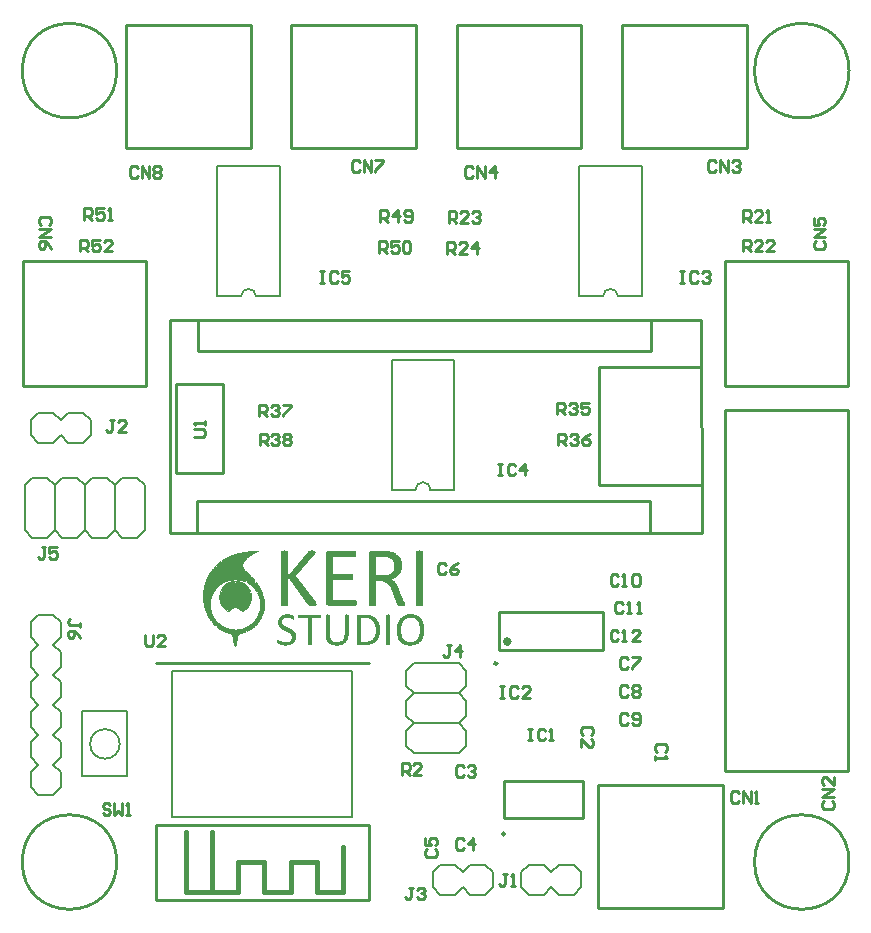
<source format=gto>
G04*
G04 #@! TF.GenerationSoftware,Altium Limited,Altium Designer,18.1.8 (232)*
G04*
G04 Layer_Color=65535*
%FSLAX43Y43*%
%MOMM*%
G71*
G01*
G75*
%ADD10C,0.127*%
%ADD11C,0.200*%
%ADD12C,0.300*%
%ADD13C,0.250*%
%ADD14C,0.254*%
%ADD15C,0.406*%
%ADD16C,0.203*%
%ADD17C,0.152*%
G36*
X19984Y30321D02*
X20116D01*
Y30308D01*
X20090D01*
Y30295D01*
X20050D01*
Y30282D01*
X20023D01*
Y30269D01*
X19997D01*
Y30255D01*
X19971D01*
Y30242D01*
X19944D01*
Y30229D01*
X19918D01*
Y30216D01*
X19891D01*
Y30202D01*
X19865D01*
Y30189D01*
X19838D01*
Y30176D01*
X19812D01*
Y30163D01*
X19785D01*
Y30149D01*
X19772D01*
Y30136D01*
X19746D01*
Y30123D01*
X19719D01*
Y30110D01*
X19693D01*
Y30097D01*
X19666D01*
Y30083D01*
X19640D01*
Y30070D01*
X19627D01*
Y30057D01*
X19600D01*
Y30044D01*
X19574D01*
Y30030D01*
X19547D01*
Y30017D01*
X19534D01*
Y30004D01*
X19507D01*
Y29991D01*
X19481D01*
Y29977D01*
X19468D01*
Y29964D01*
X19441D01*
Y29951D01*
X19415D01*
Y29938D01*
X19402D01*
Y29925D01*
X19375D01*
Y29911D01*
X19362D01*
Y29898D01*
X19336D01*
Y29885D01*
X19322D01*
Y29872D01*
X19296D01*
Y29858D01*
X19283D01*
Y29845D01*
X19256D01*
Y29832D01*
X19243D01*
Y29819D01*
X19230D01*
Y29805D01*
X19203D01*
Y29819D01*
X19190D01*
Y29805D01*
X19203D01*
Y29792D01*
X19190D01*
Y29779D01*
X19177D01*
Y29766D01*
X19150D01*
Y29753D01*
X19137D01*
Y29739D01*
X19124D01*
Y29726D01*
X19111D01*
Y29713D01*
X19084D01*
Y29700D01*
X19071D01*
Y29686D01*
X19058D01*
Y29673D01*
X19044D01*
Y29660D01*
X19031D01*
Y29647D01*
X19018D01*
Y29633D01*
X19005D01*
Y29620D01*
X18992D01*
Y29607D01*
X18978D01*
Y29594D01*
X18965D01*
Y29581D01*
X18952D01*
Y29567D01*
X18939D01*
Y29554D01*
X18925D01*
Y29541D01*
X18912D01*
Y29528D01*
X18899D01*
Y29514D01*
X18886D01*
Y29501D01*
X18872D01*
Y29488D01*
Y29475D01*
X18859D01*
Y29462D01*
X18846D01*
Y29448D01*
X18833D01*
Y29435D01*
Y29422D01*
X18820D01*
Y29409D01*
X18806D01*
Y29395D01*
X18793D01*
Y29382D01*
Y29369D01*
Y29356D01*
X18780D01*
Y29342D01*
X18767D01*
Y29329D01*
Y29316D01*
Y29303D01*
X18753D01*
Y29290D01*
X18740D01*
Y29276D01*
Y29263D01*
Y29250D01*
Y29237D01*
X18727D01*
Y29223D01*
Y29210D01*
Y29197D01*
Y29184D01*
X18714D01*
Y29170D01*
Y29157D01*
Y29144D01*
Y29131D01*
Y29118D01*
Y29104D01*
Y29091D01*
Y29078D01*
Y29065D01*
Y29051D01*
Y29038D01*
Y29025D01*
Y29012D01*
Y28998D01*
X18727D01*
Y28985D01*
Y28972D01*
Y28959D01*
Y28946D01*
X18740D01*
Y28932D01*
Y28919D01*
Y28906D01*
X18753D01*
Y28893D01*
Y28879D01*
X18767D01*
Y28866D01*
Y28853D01*
X18780D01*
Y28840D01*
Y28826D01*
X18793D01*
Y28813D01*
X18806D01*
Y28800D01*
Y28787D01*
X18820D01*
Y28774D01*
X18833D01*
Y28760D01*
Y28747D01*
X18859D01*
Y28734D01*
Y28721D01*
X18872D01*
Y28707D01*
X18886D01*
Y28694D01*
X18899D01*
Y28681D01*
X18912D01*
Y28668D01*
X18939D01*
Y28654D01*
Y28641D01*
X18952D01*
Y28628D01*
X18965D01*
Y28615D01*
X18992D01*
Y28602D01*
Y28588D01*
X19018D01*
Y28575D01*
Y28562D01*
X19044D01*
Y28549D01*
X19058D01*
Y28535D01*
X19071D01*
Y28522D01*
X19084D01*
Y28509D01*
X19097D01*
Y28496D01*
X19111D01*
Y28482D01*
X19137D01*
Y28469D01*
Y28456D01*
X19164D01*
Y28443D01*
X19190D01*
Y28430D01*
X19203D01*
Y28416D01*
Y28403D01*
X19230D01*
Y28390D01*
X19243D01*
Y28377D01*
X19256D01*
Y28363D01*
X19269D01*
Y28350D01*
X19283D01*
Y28337D01*
X19296D01*
Y28324D01*
X19309D01*
Y28310D01*
X19322D01*
Y28297D01*
X19336D01*
Y28284D01*
X19349D01*
Y28271D01*
X19362D01*
Y28258D01*
X19375D01*
Y28244D01*
X19388D01*
Y28231D01*
X19402D01*
Y28218D01*
X19415D01*
Y28205D01*
X19428D01*
Y28191D01*
X19441D01*
Y28178D01*
X19455D01*
Y28165D01*
X19468D01*
Y28152D01*
X19481D01*
Y28139D01*
X19494D01*
Y28125D01*
X19507D01*
Y28112D01*
X19521D01*
Y28099D01*
Y28086D01*
Y28072D01*
X19547D01*
Y28059D01*
X19560D01*
Y28046D01*
X19574D01*
Y28033D01*
X19587D01*
Y28019D01*
X19600D01*
Y28006D01*
X19613D01*
Y27993D01*
X19627D01*
Y27980D01*
Y27967D01*
Y27953D01*
X19653D01*
Y27940D01*
X19666D01*
Y27927D01*
X19679D01*
Y27914D01*
X19693D01*
Y27900D01*
X19706D01*
Y27887D01*
Y27874D01*
Y27861D01*
X19732D01*
Y27847D01*
X19746D01*
Y27834D01*
X19759D01*
Y27821D01*
Y27808D01*
Y27795D01*
X19785D01*
Y27781D01*
X19799D01*
Y27768D01*
Y27755D01*
Y27742D01*
X19825D01*
Y27728D01*
X19838D01*
Y27715D01*
Y27702D01*
X19825D01*
Y27689D01*
X19865D01*
Y27675D01*
X19878D01*
Y27662D01*
Y27649D01*
Y27636D01*
X19904D01*
Y27623D01*
X19918D01*
Y27609D01*
Y27596D01*
Y27583D01*
X19944D01*
Y27570D01*
Y27556D01*
Y27543D01*
X19971D01*
Y27530D01*
Y27517D01*
Y27503D01*
X19997D01*
Y27490D01*
Y27477D01*
Y27464D01*
X20023D01*
Y27451D01*
Y27437D01*
Y27424D01*
X20037D01*
Y27411D01*
Y27398D01*
X20063D01*
Y27384D01*
Y27371D01*
Y27358D01*
X20076D01*
Y27345D01*
Y27331D01*
X20103D01*
Y27318D01*
Y27305D01*
Y27292D01*
X20129D01*
Y27279D01*
X20116D01*
Y27265D01*
X20143D01*
Y27252D01*
X20129D01*
Y27239D01*
X20156D01*
Y27226D01*
Y27212D01*
Y27199D01*
X20169D01*
Y27186D01*
Y27173D01*
X20195D01*
Y27159D01*
X20182D01*
Y27146D01*
X20195D01*
Y27133D01*
Y27120D01*
X20209D01*
Y27107D01*
Y27093D01*
X20222D01*
Y27080D01*
Y27067D01*
X20248D01*
Y27054D01*
X20235D01*
Y27040D01*
X20248D01*
Y27027D01*
Y27014D01*
X20262D01*
Y27001D01*
Y26987D01*
X20275D01*
Y26974D01*
Y26961D01*
Y26948D01*
X20288D01*
Y26935D01*
X20275D01*
Y26921D01*
X20315D01*
Y26908D01*
X20301D01*
Y26895D01*
X20315D01*
Y26882D01*
Y26868D01*
Y26855D01*
X20328D01*
Y26842D01*
Y26829D01*
X20354D01*
Y26815D01*
X20341D01*
Y26802D01*
Y26789D01*
X20367D01*
Y26776D01*
X20354D01*
Y26763D01*
Y26749D01*
X20381D01*
Y26736D01*
X20367D01*
Y26723D01*
X20381D01*
Y26710D01*
Y26696D01*
Y26683D01*
X20394D01*
Y26670D01*
Y26657D01*
Y26643D01*
X20407D01*
Y26630D01*
Y26617D01*
Y26604D01*
X20420D01*
Y26591D01*
Y26577D01*
Y26564D01*
X20434D01*
Y26551D01*
Y26538D01*
Y26524D01*
X20447D01*
Y26511D01*
Y26498D01*
Y26485D01*
Y26472D01*
Y26458D01*
X20460D01*
Y26445D01*
Y26432D01*
Y26419D01*
X20473D01*
Y26405D01*
Y26392D01*
Y26379D01*
Y26366D01*
X20500D01*
Y26352D01*
X20487D01*
Y26339D01*
Y26326D01*
Y26313D01*
X20500D01*
Y26300D01*
Y26286D01*
Y26273D01*
Y26260D01*
X20513D01*
Y26247D01*
Y26233D01*
Y26220D01*
Y26207D01*
Y26194D01*
Y26180D01*
X20526D01*
Y26167D01*
Y26154D01*
Y26141D01*
Y26128D01*
Y26114D01*
Y26101D01*
Y26088D01*
Y26075D01*
X20539D01*
Y26061D01*
Y26048D01*
Y26035D01*
Y26022D01*
Y26008D01*
Y25995D01*
Y25982D01*
Y25969D01*
Y25956D01*
Y25942D01*
Y25929D01*
X20553D01*
Y25916D01*
Y25903D01*
Y25889D01*
Y25876D01*
Y25863D01*
Y25850D01*
Y25836D01*
Y25823D01*
Y25810D01*
Y25797D01*
Y25784D01*
Y25770D01*
Y25757D01*
Y25744D01*
Y25731D01*
Y25717D01*
Y25704D01*
Y25691D01*
Y25678D01*
Y25664D01*
Y25651D01*
Y25638D01*
Y25625D01*
Y25612D01*
X20539D01*
Y25598D01*
Y25585D01*
Y25572D01*
Y25559D01*
Y25545D01*
Y25532D01*
Y25519D01*
Y25506D01*
Y25492D01*
Y25479D01*
Y25466D01*
X20526D01*
Y25479D01*
X20513D01*
Y25466D01*
X20526D01*
Y25453D01*
Y25440D01*
Y25426D01*
Y25413D01*
Y25400D01*
Y25387D01*
Y25373D01*
X20513D01*
Y25360D01*
Y25347D01*
Y25334D01*
Y25320D01*
Y25307D01*
Y25294D01*
X20500D01*
Y25281D01*
Y25268D01*
Y25254D01*
Y25241D01*
Y25228D01*
X20487D01*
Y25215D01*
Y25201D01*
Y25188D01*
Y25175D01*
X20473D01*
Y25162D01*
Y25149D01*
Y25135D01*
Y25122D01*
X20460D01*
Y25109D01*
Y25096D01*
Y25082D01*
X20434D01*
Y25096D01*
X20420D01*
Y25109D01*
X20407D01*
Y25096D01*
X20420D01*
Y25082D01*
X20434D01*
Y25069D01*
X20447D01*
Y25056D01*
Y25043D01*
Y25029D01*
X20434D01*
Y25016D01*
Y25003D01*
Y24990D01*
X20420D01*
Y25003D01*
X20407D01*
Y24990D01*
X20420D01*
Y24977D01*
Y24963D01*
Y24950D01*
X20407D01*
Y24937D01*
Y24924D01*
Y24910D01*
X20394D01*
Y24924D01*
X20381D01*
Y24910D01*
X20394D01*
Y24897D01*
Y24884D01*
X20381D01*
Y24871D01*
Y24857D01*
Y24844D01*
X20367D01*
Y24831D01*
Y24818D01*
X20354D01*
Y24805D01*
Y24791D01*
X20341D01*
Y24778D01*
Y24765D01*
Y24752D01*
X20328D01*
Y24738D01*
Y24725D01*
X20315D01*
Y24712D01*
Y24699D01*
X20301D01*
Y24685D01*
Y24672D01*
X20288D01*
Y24659D01*
Y24646D01*
X20275D01*
Y24633D01*
Y24619D01*
X20262D01*
Y24633D01*
X20248D01*
Y24619D01*
X20262D01*
Y24606D01*
Y24593D01*
X20248D01*
Y24580D01*
Y24566D01*
Y24553D01*
X20222D01*
Y24540D01*
Y24527D01*
X20209D01*
Y24513D01*
Y24500D01*
X20195D01*
Y24487D01*
Y24474D01*
Y24461D01*
X20169D01*
Y24447D01*
Y24434D01*
Y24421D01*
X20143D01*
Y24408D01*
Y24394D01*
X20129D01*
Y24381D01*
Y24368D01*
X20116D01*
Y24355D01*
Y24341D01*
X20090D01*
Y24328D01*
Y24315D01*
Y24302D01*
X20063D01*
Y24289D01*
Y24275D01*
X20050D01*
Y24262D01*
X20037D01*
Y24249D01*
Y24236D01*
X20010D01*
Y24222D01*
Y24209D01*
X19997D01*
Y24196D01*
Y24183D01*
X19984D01*
Y24169D01*
X19971D01*
Y24156D01*
X19944D01*
Y24143D01*
Y24130D01*
X19931D01*
Y24117D01*
X19918D01*
Y24130D01*
X19904D01*
Y24117D01*
X19918D01*
Y24103D01*
Y24090D01*
X19891D01*
Y24103D01*
X19878D01*
Y24090D01*
X19891D01*
Y24077D01*
X19878D01*
Y24064D01*
Y24050D01*
X19851D01*
Y24037D01*
X19838D01*
Y24024D01*
X19825D01*
Y24011D01*
X19812D01*
Y24024D01*
X19799D01*
Y24011D01*
X19812D01*
Y23997D01*
X19799D01*
Y24011D01*
X19785D01*
Y23997D01*
X19799D01*
Y23984D01*
X19785D01*
Y23997D01*
X19772D01*
Y23984D01*
X19785D01*
Y23971D01*
X19772D01*
Y23958D01*
X19759D01*
Y23971D01*
X19746D01*
Y23958D01*
X19759D01*
Y23945D01*
X19746D01*
Y23931D01*
X19732D01*
Y23918D01*
X19719D01*
Y23905D01*
X19706D01*
Y23918D01*
X19693D01*
Y23905D01*
X19706D01*
Y23892D01*
X19693D01*
Y23878D01*
X19679D01*
Y23892D01*
X19666D01*
Y23878D01*
X19679D01*
Y23865D01*
X19666D01*
Y23852D01*
X19653D01*
Y23839D01*
X19627D01*
Y23826D01*
X19613D01*
Y23812D01*
X19587D01*
Y23826D01*
X19574D01*
Y23812D01*
X19587D01*
Y23799D01*
X19574D01*
Y23786D01*
X19560D01*
Y23773D01*
X19547D01*
Y23759D01*
X19521D01*
Y23746D01*
X19507D01*
Y23733D01*
X19494D01*
Y23720D01*
X19468D01*
Y23706D01*
X19455D01*
Y23693D01*
X19428D01*
Y23680D01*
X19415D01*
Y23667D01*
X19388D01*
Y23654D01*
X19375D01*
Y23640D01*
X19349D01*
Y23627D01*
X19322D01*
Y23614D01*
X19309D01*
Y23601D01*
X19283D01*
Y23587D01*
X19256D01*
Y23574D01*
X19230D01*
Y23561D01*
X19203D01*
Y23574D01*
X19190D01*
Y23587D01*
X19177D01*
Y23601D01*
X19164D01*
Y23587D01*
X19177D01*
Y23574D01*
X19190D01*
Y23561D01*
X19203D01*
Y23548D01*
X19177D01*
Y23534D01*
X19150D01*
Y23521D01*
X19137D01*
Y23508D01*
X19097D01*
Y23495D01*
X19071D01*
Y23482D01*
X19044D01*
Y23468D01*
X19018D01*
Y23455D01*
X18978D01*
Y23442D01*
X18952D01*
Y23429D01*
X18912D01*
Y23415D01*
X18886D01*
Y23402D01*
X18846D01*
Y23389D01*
X18793D01*
Y23376D01*
X18753D01*
Y23362D01*
X18714D01*
Y23349D01*
X18674D01*
Y23336D01*
X18608D01*
Y23323D01*
X18555D01*
Y23310D01*
X18502D01*
Y23296D01*
X18462D01*
Y23283D01*
X18423D01*
Y23270D01*
X18396D01*
Y23257D01*
X18383D01*
Y23243D01*
X18370D01*
Y23230D01*
X18356D01*
Y23217D01*
X18343D01*
Y23204D01*
Y23190D01*
X18330D01*
Y23177D01*
Y23164D01*
X18317D01*
Y23151D01*
Y23138D01*
Y23124D01*
Y23111D01*
X18304D01*
Y23098D01*
Y23085D01*
Y23071D01*
Y23058D01*
X18290D01*
Y23045D01*
Y23032D01*
Y23018D01*
Y23005D01*
X18277D01*
Y22992D01*
Y22979D01*
Y22966D01*
Y22952D01*
Y22939D01*
X18264D01*
Y22926D01*
Y22913D01*
Y22899D01*
Y22886D01*
Y22873D01*
X18251D01*
Y22886D01*
X18237D01*
Y22873D01*
X18251D01*
Y22860D01*
Y22846D01*
Y22833D01*
Y22820D01*
Y22807D01*
Y22794D01*
X18237D01*
Y22780D01*
Y22767D01*
Y22754D01*
Y22741D01*
Y22727D01*
X18224D01*
Y22714D01*
Y22701D01*
Y22688D01*
Y22674D01*
Y22661D01*
Y22648D01*
Y22635D01*
X18211D01*
Y22622D01*
Y22608D01*
Y22595D01*
Y22582D01*
Y22569D01*
X18198D01*
Y22555D01*
Y22542D01*
Y22529D01*
Y22516D01*
Y22502D01*
Y22489D01*
X18184D01*
Y22476D01*
Y22463D01*
Y22450D01*
Y22436D01*
Y22423D01*
X18171D01*
Y22410D01*
Y22397D01*
Y22383D01*
Y22370D01*
Y22357D01*
Y22344D01*
X18158D01*
Y22330D01*
Y22317D01*
Y22304D01*
X18145D01*
Y22291D01*
Y22278D01*
X18132D01*
Y22264D01*
X18118D01*
Y22251D01*
X18105D01*
Y22238D01*
X18065D01*
Y22225D01*
X18026D01*
Y22238D01*
X17986D01*
Y22251D01*
X17973D01*
Y22264D01*
X17960D01*
Y22278D01*
X17946D01*
Y22291D01*
Y22304D01*
X17933D01*
Y22317D01*
Y22330D01*
Y22344D01*
Y22357D01*
X17920D01*
Y22370D01*
Y22383D01*
Y22397D01*
Y22410D01*
Y22423D01*
Y22436D01*
X17907D01*
Y22450D01*
Y22463D01*
Y22476D01*
Y22489D01*
Y22502D01*
X17893D01*
Y22516D01*
Y22529D01*
Y22542D01*
Y22555D01*
Y22569D01*
Y22582D01*
X17880D01*
Y22595D01*
Y22608D01*
Y22622D01*
Y22635D01*
Y22648D01*
Y22661D01*
X17867D01*
Y22674D01*
Y22688D01*
Y22701D01*
Y22714D01*
Y22727D01*
Y22741D01*
X17854D01*
Y22754D01*
Y22767D01*
Y22780D01*
Y22794D01*
Y22807D01*
Y22820D01*
X17841D01*
Y22833D01*
Y22846D01*
Y22860D01*
Y22873D01*
Y22886D01*
X17827D01*
Y22899D01*
Y22913D01*
Y22926D01*
Y22939D01*
Y22952D01*
X17814D01*
Y22966D01*
Y22979D01*
Y22992D01*
Y23005D01*
Y23018D01*
X17801D01*
Y23032D01*
Y23045D01*
Y23058D01*
Y23071D01*
X17788D01*
Y23085D01*
Y23098D01*
Y23111D01*
X17801D01*
Y23124D01*
X17774D01*
Y23138D01*
Y23151D01*
Y23164D01*
X17761D01*
Y23177D01*
Y23190D01*
Y23204D01*
X17748D01*
Y23217D01*
Y23230D01*
X17735D01*
Y23243D01*
X17708D01*
Y23257D01*
X17695D01*
Y23270D01*
X17669D01*
Y23283D01*
X17629D01*
Y23296D01*
X17589D01*
Y23310D01*
X17536D01*
Y23323D01*
X17483D01*
Y23336D01*
X17430D01*
Y23349D01*
X17391D01*
Y23362D01*
X17338D01*
Y23376D01*
X17298D01*
Y23389D01*
X17258D01*
Y23402D01*
X17219D01*
Y23415D01*
X17179D01*
Y23429D01*
X17153D01*
Y23442D01*
X17113D01*
Y23455D01*
X17086D01*
Y23468D01*
X17060D01*
Y23482D01*
X17047D01*
Y23495D01*
X17007D01*
Y23508D01*
X16981D01*
Y23521D01*
X16954D01*
Y23534D01*
X16928D01*
Y23548D01*
X16901D01*
Y23561D01*
X16875D01*
Y23574D01*
X16861D01*
Y23587D01*
X16835D01*
Y23601D01*
X16809D01*
Y23614D01*
X16782D01*
Y23627D01*
X16769D01*
Y23640D01*
X16742D01*
Y23654D01*
X16729D01*
Y23667D01*
X16703D01*
Y23680D01*
X16676D01*
Y23693D01*
X16663D01*
Y23706D01*
X16650D01*
Y23720D01*
X16623D01*
Y23733D01*
X16610D01*
Y23746D01*
X16584D01*
Y23759D01*
X16570D01*
Y23773D01*
X16557D01*
Y23786D01*
X16531D01*
Y23799D01*
X16518D01*
Y23812D01*
X16504D01*
Y23826D01*
X16491D01*
Y23839D01*
X16465D01*
Y23852D01*
X16451D01*
Y23865D01*
X16438D01*
Y23878D01*
X16425D01*
Y23892D01*
X16412D01*
Y23905D01*
X16398D01*
Y23918D01*
X16385D01*
Y23931D01*
X16372D01*
Y23945D01*
X16359D01*
Y23958D01*
X16332D01*
Y23971D01*
X16319D01*
Y23984D01*
X16306D01*
Y23997D01*
X16293D01*
Y24011D01*
X16279D01*
Y24024D01*
X16266D01*
Y24037D01*
X16253D01*
Y24050D01*
Y24064D01*
X16240D01*
Y24077D01*
X16213D01*
Y24090D01*
Y24103D01*
X16187D01*
Y24117D01*
Y24130D01*
X16174D01*
Y24143D01*
X16160D01*
Y24156D01*
X16147D01*
Y24169D01*
X16134D01*
Y24183D01*
Y24196D01*
X16107D01*
Y24209D01*
X16094D01*
Y24222D01*
Y24236D01*
X16081D01*
Y24249D01*
Y24262D01*
X16054D01*
Y24275D01*
Y24289D01*
X16041D01*
Y24302D01*
Y24315D01*
X16015D01*
Y24328D01*
Y24341D01*
Y24355D01*
X15988D01*
Y24368D01*
Y24381D01*
X15975D01*
Y24394D01*
Y24408D01*
X15949D01*
Y24421D01*
X15935D01*
Y24434D01*
Y24447D01*
Y24461D01*
X15909D01*
Y24474D01*
Y24487D01*
Y24500D01*
X15882D01*
Y24513D01*
Y24527D01*
Y24540D01*
X15869D01*
Y24553D01*
X15856D01*
Y24566D01*
Y24580D01*
X15843D01*
Y24593D01*
Y24606D01*
X15830D01*
Y24619D01*
X15816D01*
Y24633D01*
Y24646D01*
X15803D01*
Y24659D01*
Y24672D01*
X15790D01*
Y24685D01*
Y24699D01*
X15763D01*
Y24712D01*
Y24725D01*
Y24738D01*
X15750D01*
Y24752D01*
Y24765D01*
X15737D01*
Y24778D01*
Y24791D01*
X15724D01*
Y24805D01*
Y24818D01*
X15710D01*
Y24831D01*
Y24844D01*
X15697D01*
Y24857D01*
Y24871D01*
X15684D01*
Y24884D01*
Y24897D01*
X15671D01*
Y24910D01*
X15684D01*
Y24924D01*
X15658D01*
Y24937D01*
Y24950D01*
X15644D01*
Y24963D01*
Y24977D01*
X15618D01*
Y24990D01*
X15631D01*
Y25003D01*
X15618D01*
Y25016D01*
Y25029D01*
X15605D01*
Y25043D01*
Y25056D01*
X15591D01*
Y25069D01*
Y25082D01*
X15578D01*
Y25096D01*
Y25109D01*
Y25122D01*
X15565D01*
Y25135D01*
Y25149D01*
Y25162D01*
X15552D01*
Y25175D01*
Y25188D01*
X15538D01*
Y25201D01*
Y25215D01*
X15525D01*
Y25228D01*
Y25241D01*
Y25254D01*
X15512D01*
Y25268D01*
Y25281D01*
Y25294D01*
X15499D01*
Y25307D01*
Y25320D01*
Y25334D01*
X15486D01*
Y25347D01*
Y25360D01*
Y25373D01*
X15472D01*
Y25387D01*
Y25400D01*
Y25413D01*
X15459D01*
Y25426D01*
Y25440D01*
Y25453D01*
X15446D01*
Y25466D01*
Y25479D01*
Y25492D01*
Y25506D01*
X15433D01*
Y25519D01*
Y25532D01*
Y25545D01*
X15419D01*
Y25559D01*
Y25572D01*
Y25585D01*
Y25598D01*
X15406D01*
Y25612D01*
Y25625D01*
Y25638D01*
Y25651D01*
X15393D01*
Y25664D01*
Y25678D01*
Y25691D01*
Y25704D01*
Y25717D01*
X15380D01*
Y25731D01*
Y25744D01*
Y25757D01*
Y25770D01*
Y25784D01*
X15366D01*
Y25797D01*
Y25810D01*
Y25823D01*
Y25836D01*
Y25850D01*
X15353D01*
Y25863D01*
Y25876D01*
Y25889D01*
Y25903D01*
Y25916D01*
Y25929D01*
X15340D01*
Y25942D01*
Y25956D01*
Y25969D01*
Y25982D01*
Y25995D01*
Y26008D01*
Y26022D01*
X15327D01*
Y26035D01*
Y26048D01*
Y26061D01*
Y26075D01*
Y26088D01*
Y26101D01*
Y26114D01*
Y26128D01*
Y26141D01*
Y26154D01*
X15314D01*
Y26167D01*
Y26180D01*
Y26194D01*
Y26207D01*
Y26220D01*
Y26233D01*
Y26247D01*
Y26260D01*
Y26273D01*
Y26286D01*
Y26300D01*
Y26313D01*
Y26326D01*
Y26339D01*
X15300D01*
Y26352D01*
Y26366D01*
Y26379D01*
Y26392D01*
Y26405D01*
Y26419D01*
Y26432D01*
Y26445D01*
Y26458D01*
Y26472D01*
Y26485D01*
Y26498D01*
Y26511D01*
Y26524D01*
Y26538D01*
Y26551D01*
Y26564D01*
Y26577D01*
Y26591D01*
Y26604D01*
Y26617D01*
Y26630D01*
Y26643D01*
X15314D01*
Y26657D01*
Y26670D01*
Y26683D01*
Y26696D01*
Y26710D01*
Y26723D01*
Y26736D01*
Y26749D01*
Y26763D01*
Y26776D01*
Y26789D01*
Y26802D01*
Y26815D01*
Y26829D01*
X15327D01*
Y26815D01*
X15340D01*
Y26829D01*
X15327D01*
Y26842D01*
Y26855D01*
Y26868D01*
Y26882D01*
Y26895D01*
Y26908D01*
Y26921D01*
Y26935D01*
Y26948D01*
X15340D01*
Y26961D01*
Y26974D01*
Y26987D01*
Y27001D01*
Y27014D01*
Y27027D01*
Y27040D01*
Y27054D01*
X15353D01*
Y27067D01*
Y27080D01*
Y27093D01*
Y27107D01*
Y27120D01*
Y27133D01*
X15366D01*
Y27146D01*
Y27159D01*
Y27173D01*
Y27186D01*
Y27199D01*
X15380D01*
Y27186D01*
X15393D01*
Y27199D01*
X15380D01*
Y27212D01*
Y27226D01*
Y27239D01*
Y27252D01*
Y27265D01*
X15393D01*
Y27279D01*
Y27292D01*
Y27305D01*
Y27318D01*
Y27331D01*
X15406D01*
Y27345D01*
Y27358D01*
Y27371D01*
Y27384D01*
X15419D01*
Y27398D01*
Y27411D01*
Y27424D01*
Y27437D01*
X15433D01*
Y27451D01*
Y27464D01*
Y27477D01*
X15446D01*
Y27490D01*
Y27503D01*
Y27517D01*
Y27530D01*
X15459D01*
Y27543D01*
Y27556D01*
Y27570D01*
X15472D01*
Y27583D01*
Y27596D01*
Y27609D01*
Y27623D01*
X15486D01*
Y27636D01*
Y27649D01*
Y27662D01*
X15499D01*
Y27675D01*
Y27689D01*
Y27702D01*
X15512D01*
Y27715D01*
Y27728D01*
Y27742D01*
X15525D01*
Y27755D01*
Y27768D01*
X15538D01*
Y27781D01*
Y27795D01*
Y27808D01*
X15552D01*
Y27821D01*
Y27834D01*
Y27847D01*
X15565D01*
Y27861D01*
Y27874D01*
X15578D01*
Y27887D01*
Y27900D01*
Y27914D01*
X15591D01*
Y27900D01*
X15605D01*
Y27914D01*
X15591D01*
Y27927D01*
Y27940D01*
X15605D01*
Y27953D01*
Y27967D01*
X15618D01*
Y27980D01*
Y27993D01*
Y28006D01*
X15631D01*
Y28019D01*
Y28033D01*
X15644D01*
Y28046D01*
Y28059D01*
X15658D01*
Y28072D01*
Y28086D01*
X15671D01*
Y28099D01*
Y28112D01*
X15684D01*
Y28125D01*
Y28139D01*
X15697D01*
Y28152D01*
Y28165D01*
Y28178D01*
Y28191D01*
X15724D01*
Y28205D01*
Y28218D01*
X15737D01*
Y28231D01*
Y28244D01*
X15750D01*
Y28258D01*
Y28271D01*
X15763D01*
Y28284D01*
Y28297D01*
X15777D01*
Y28310D01*
Y28324D01*
X15790D01*
Y28337D01*
X15803D01*
Y28350D01*
Y28363D01*
X15816D01*
Y28377D01*
Y28390D01*
X15830D01*
Y28403D01*
Y28416D01*
Y28430D01*
X15856D01*
Y28443D01*
Y28456D01*
X15869D01*
Y28469D01*
X15882D01*
Y28456D01*
X15896D01*
Y28469D01*
X15882D01*
Y28482D01*
Y28496D01*
Y28509D01*
X15909D01*
Y28522D01*
Y28535D01*
X15922D01*
Y28549D01*
X15935D01*
Y28562D01*
Y28575D01*
Y28588D01*
X15962D01*
Y28602D01*
Y28615D01*
X15975D01*
Y28628D01*
X15988D01*
Y28615D01*
X16002D01*
Y28628D01*
X15988D01*
Y28641D01*
Y28654D01*
Y28668D01*
X16015D01*
Y28681D01*
X16028D01*
Y28694D01*
Y28707D01*
X16041D01*
Y28721D01*
X16054D01*
Y28734D01*
X16068D01*
Y28747D01*
Y28760D01*
X16081D01*
Y28774D01*
X16094D01*
Y28787D01*
Y28800D01*
X16121D01*
Y28813D01*
Y28826D01*
X16134D01*
Y28840D01*
X16147D01*
Y28853D01*
X16160D01*
Y28866D01*
X16174D01*
Y28853D01*
X16187D01*
Y28840D01*
X16200D01*
Y28826D01*
X16213D01*
Y28840D01*
X16200D01*
Y28853D01*
X16187D01*
Y28866D01*
X16174D01*
Y28879D01*
X16187D01*
Y28893D01*
X16200D01*
Y28879D01*
X16213D01*
Y28893D01*
X16200D01*
Y28906D01*
Y28919D01*
X16213D01*
Y28932D01*
X16226D01*
Y28946D01*
X16240D01*
Y28959D01*
X16253D01*
Y28972D01*
X16266D01*
Y28985D01*
X16279D01*
Y28998D01*
X16293D01*
Y29012D01*
X16306D01*
Y29025D01*
X16319D01*
Y29038D01*
X16332D01*
Y29051D01*
X16346D01*
Y29065D01*
X16359D01*
Y29078D01*
X16372D01*
Y29091D01*
X16385D01*
Y29104D01*
X16398D01*
Y29118D01*
X16412D01*
Y29131D01*
X16425D01*
Y29144D01*
X16438D01*
Y29157D01*
X16451D01*
Y29170D01*
X16465D01*
Y29184D01*
X16478D01*
Y29197D01*
X16491D01*
Y29210D01*
X16504D01*
Y29223D01*
X16518D01*
Y29237D01*
X16531D01*
Y29250D01*
X16557D01*
Y29263D01*
X16570D01*
Y29250D01*
X16584D01*
Y29263D01*
X16570D01*
Y29276D01*
X16584D01*
Y29290D01*
X16597D01*
Y29276D01*
X16610D01*
Y29290D01*
X16597D01*
Y29303D01*
X16610D01*
Y29316D01*
X16623D01*
Y29329D01*
X16650D01*
Y29342D01*
X16663D01*
Y29356D01*
X16676D01*
Y29369D01*
X16690D01*
Y29382D01*
X16716D01*
Y29395D01*
X16729D01*
Y29409D01*
X16742D01*
Y29422D01*
X16769D01*
Y29435D01*
X16782D01*
Y29448D01*
X16795D01*
Y29462D01*
X16822D01*
Y29448D01*
X16835D01*
Y29435D01*
X16848D01*
Y29448D01*
X16835D01*
Y29462D01*
X16822D01*
Y29475D01*
X16835D01*
Y29462D01*
X16848D01*
Y29475D01*
X16835D01*
Y29488D01*
X16848D01*
Y29501D01*
X16875D01*
Y29514D01*
X16901D01*
Y29528D01*
X16914D01*
Y29541D01*
X16928D01*
Y29554D01*
X16954D01*
Y29567D01*
X16967D01*
Y29581D01*
X16994D01*
Y29567D01*
X17007D01*
Y29581D01*
X16994D01*
Y29594D01*
X17007D01*
Y29607D01*
X17033D01*
Y29620D01*
X17060D01*
Y29633D01*
X17073D01*
Y29647D01*
X17086D01*
Y29660D01*
X17113D01*
Y29673D01*
X17139D01*
Y29686D01*
X17153D01*
Y29700D01*
X17192D01*
Y29686D01*
X17205D01*
Y29700D01*
X17192D01*
Y29713D01*
X17205D01*
Y29726D01*
X17232D01*
Y29739D01*
X17258D01*
Y29753D01*
X17272D01*
Y29766D01*
X17298D01*
Y29779D01*
X17325D01*
Y29792D01*
X17364D01*
Y29779D01*
X17377D01*
Y29792D01*
X17364D01*
Y29805D01*
X17377D01*
Y29819D01*
X17417D01*
Y29805D01*
X17430D01*
Y29819D01*
X17417D01*
Y29832D01*
X17430D01*
Y29845D01*
X17470D01*
Y29832D01*
X17483D01*
Y29845D01*
X17470D01*
Y29858D01*
X17483D01*
Y29872D01*
X17523D01*
Y29885D01*
X17563D01*
Y29898D01*
X17576D01*
Y29911D01*
X17616D01*
Y29925D01*
X17629D01*
Y29938D01*
X17642D01*
Y29925D01*
X17655D01*
Y29911D01*
X17669D01*
Y29925D01*
X17655D01*
Y29938D01*
X17682D01*
Y29951D01*
X17708D01*
Y29964D01*
X17748D01*
Y29977D01*
X17788D01*
Y29991D01*
X17814D01*
Y30004D01*
X17841D01*
Y30017D01*
X17893D01*
Y30030D01*
X17920D01*
Y30044D01*
X17973D01*
Y30057D01*
X18013D01*
Y30070D01*
X18052D01*
Y30083D01*
X18105D01*
Y30097D01*
X18145D01*
Y30110D01*
X18184D01*
Y30097D01*
X18198D01*
Y30110D01*
X18184D01*
Y30123D01*
X18237D01*
Y30136D01*
X18290D01*
Y30123D01*
X18304D01*
Y30136D01*
X18290D01*
Y30149D01*
X18343D01*
Y30163D01*
X18396D01*
Y30176D01*
X18449D01*
Y30189D01*
X18515D01*
Y30202D01*
X18581D01*
Y30216D01*
X18648D01*
Y30229D01*
X18714D01*
Y30242D01*
X18806D01*
Y30255D01*
X18886D01*
Y30269D01*
X18992D01*
Y30282D01*
X19084D01*
Y30295D01*
X19230D01*
Y30308D01*
X19415D01*
Y30321D01*
X19785D01*
Y30335D01*
X19984D01*
Y30321D01*
D02*
G37*
G36*
X22557Y24982D02*
X22620Y24972D01*
X22625D01*
X22635Y24967D01*
X22654D01*
X22674Y24962D01*
X22728Y24948D01*
X22781Y24933D01*
X22786D01*
X22796Y24928D01*
X22811Y24923D01*
X22830Y24918D01*
X22874Y24899D01*
X22918Y24874D01*
X22923D01*
X22928Y24869D01*
X22952Y24860D01*
X22982Y24840D01*
X23001Y24825D01*
X23006Y24821D01*
X23011Y24816D01*
X23021Y24801D01*
X23026Y24791D01*
X23030Y24786D01*
X23035Y24762D01*
Y24757D01*
X23040Y24752D01*
Y24723D01*
Y24718D01*
X23045Y24708D01*
Y24689D01*
Y24664D01*
Y24659D01*
Y24640D01*
Y24620D01*
X23040Y24596D01*
Y24591D01*
X23035Y24581D01*
X23030Y24552D01*
Y24547D01*
X23026Y24542D01*
X23011Y24523D01*
X23006D01*
X22986Y24518D01*
X22982D01*
X22972Y24523D01*
X22947Y24528D01*
X22918Y24542D01*
X22908Y24547D01*
X22889Y24562D01*
X22855Y24581D01*
X22806Y24606D01*
X22801D01*
X22796Y24611D01*
X22781Y24620D01*
X22762Y24630D01*
X22708Y24650D01*
X22645Y24674D01*
X22640D01*
X22630Y24679D01*
X22611Y24684D01*
X22586Y24689D01*
X22552Y24694D01*
X22518Y24699D01*
X22435Y24703D01*
X22396D01*
X22371Y24699D01*
X22308Y24694D01*
X22244Y24674D01*
X22240D01*
X22230Y24669D01*
X22215Y24664D01*
X22200Y24655D01*
X22157Y24630D01*
X22113Y24596D01*
X22103Y24586D01*
X22083Y24562D01*
X22059Y24528D01*
X22039Y24479D01*
Y24474D01*
X22034Y24469D01*
X22030Y24440D01*
X22020Y24396D01*
X22015Y24342D01*
Y24337D01*
Y24323D01*
X22020Y24303D01*
Y24279D01*
X22034Y24220D01*
X22064Y24157D01*
Y24152D01*
X22074Y24142D01*
X22083Y24127D01*
X22098Y24108D01*
X22142Y24064D01*
X22196Y24015D01*
X22200Y24010D01*
X22210Y24005D01*
X22230Y23996D01*
X22249Y23981D01*
X22308Y23947D01*
X22381Y23908D01*
X22386D01*
X22401Y23898D01*
X22420Y23888D01*
X22449Y23878D01*
X22479Y23864D01*
X22518Y23844D01*
X22596Y23805D01*
X22601D01*
X22615Y23795D01*
X22635Y23786D01*
X22664Y23771D01*
X22698Y23756D01*
X22737Y23737D01*
X22816Y23693D01*
X22820Y23688D01*
X22835Y23683D01*
X22855Y23668D01*
X22879Y23654D01*
X22943Y23610D01*
X23006Y23551D01*
X23011Y23546D01*
X23021Y23537D01*
X23035Y23517D01*
X23055Y23498D01*
X23074Y23468D01*
X23099Y23434D01*
X23138Y23356D01*
X23143Y23351D01*
X23148Y23337D01*
X23157Y23312D01*
X23167Y23283D01*
X23177Y23239D01*
X23182Y23195D01*
X23191Y23146D01*
Y23088D01*
Y23078D01*
Y23058D01*
X23187Y23024D01*
X23182Y22980D01*
X23177Y22931D01*
X23162Y22878D01*
X23148Y22819D01*
X23123Y22765D01*
X23118Y22760D01*
X23108Y22741D01*
X23094Y22716D01*
X23074Y22682D01*
X23045Y22643D01*
X23016Y22604D01*
X22977Y22560D01*
X22933Y22521D01*
X22928Y22516D01*
X22913Y22507D01*
X22889Y22487D01*
X22855Y22468D01*
X22816Y22443D01*
X22767Y22419D01*
X22713Y22394D01*
X22654Y22375D01*
X22650D01*
X22625Y22365D01*
X22596Y22360D01*
X22552Y22350D01*
X22498Y22341D01*
X22440Y22336D01*
X22376Y22326D01*
X22264D01*
X22230Y22331D01*
X22196D01*
X22152Y22336D01*
X22069Y22350D01*
X22064D01*
X22049Y22355D01*
X22030Y22360D01*
X22000Y22365D01*
X21937Y22380D01*
X21868Y22399D01*
X21864D01*
X21854Y22404D01*
X21839Y22414D01*
X21820Y22419D01*
X21771Y22443D01*
X21722Y22468D01*
X21712Y22472D01*
X21688Y22487D01*
X21663Y22507D01*
X21639Y22526D01*
X21634Y22531D01*
X21629Y22541D01*
X21620Y22560D01*
X21610Y22585D01*
Y22590D01*
X21605Y22614D01*
X21600Y22643D01*
Y22682D01*
Y22692D01*
Y22707D01*
Y22731D01*
Y22756D01*
Y22760D01*
X21605Y22775D01*
X21610Y22804D01*
Y22809D01*
X21615Y22814D01*
X21624Y22824D01*
X21629Y22829D01*
X21634D01*
X21639Y22834D01*
X21663Y22839D01*
X21668D01*
X21683Y22834D01*
X21703Y22824D01*
X21737Y22799D01*
X21742D01*
X21746Y22795D01*
X21776Y22780D01*
X21815Y22756D01*
X21868Y22726D01*
X21873D01*
X21883Y22721D01*
X21903Y22712D01*
X21922Y22702D01*
X21951Y22692D01*
X21986Y22677D01*
X22064Y22653D01*
X22069D01*
X22083Y22648D01*
X22108Y22643D01*
X22137Y22638D01*
X22176Y22629D01*
X22220Y22624D01*
X22269Y22619D01*
X22362D01*
X22391Y22624D01*
X22454Y22634D01*
X22528Y22648D01*
X22532D01*
X22542Y22653D01*
X22562Y22663D01*
X22581Y22668D01*
X22635Y22697D01*
X22689Y22731D01*
X22694Y22736D01*
X22698Y22741D01*
X22728Y22770D01*
X22762Y22809D01*
X22791Y22863D01*
Y22868D01*
X22796Y22878D01*
X22806Y22897D01*
X22811Y22917D01*
X22825Y22975D01*
X22830Y23048D01*
Y23053D01*
Y23068D01*
X22825Y23088D01*
Y23117D01*
X22806Y23175D01*
X22796Y23210D01*
X22777Y23239D01*
Y23244D01*
X22767Y23254D01*
X22757Y23268D01*
X22742Y23288D01*
X22698Y23332D01*
X22645Y23376D01*
X22640Y23380D01*
X22630Y23385D01*
X22615Y23395D01*
X22591Y23410D01*
X22532Y23444D01*
X22459Y23483D01*
X22454D01*
X22440Y23493D01*
X22420Y23502D01*
X22396Y23512D01*
X22362Y23527D01*
X22327Y23546D01*
X22244Y23581D01*
X22240Y23585D01*
X22225Y23590D01*
X22205Y23600D01*
X22176Y23615D01*
X22108Y23649D01*
X22030Y23693D01*
X22025Y23698D01*
X22010Y23703D01*
X21991Y23717D01*
X21966Y23737D01*
X21908Y23781D01*
X21844Y23839D01*
X21839Y23844D01*
X21829Y23854D01*
X21815Y23874D01*
X21795Y23898D01*
X21776Y23927D01*
X21751Y23961D01*
X21712Y24039D01*
Y24044D01*
X21703Y24059D01*
X21698Y24083D01*
X21688Y24118D01*
X21678Y24157D01*
X21673Y24201D01*
X21663Y24254D01*
Y24313D01*
Y24323D01*
Y24342D01*
X21668Y24371D01*
X21673Y24411D01*
X21678Y24454D01*
X21688Y24503D01*
X21703Y24552D01*
X21722Y24601D01*
X21727Y24606D01*
X21732Y24620D01*
X21746Y24645D01*
X21766Y24674D01*
X21815Y24742D01*
X21883Y24811D01*
X21888Y24816D01*
X21903Y24825D01*
X21927Y24840D01*
X21956Y24860D01*
X21991Y24884D01*
X22034Y24904D01*
X22083Y24923D01*
X22132Y24943D01*
X22137D01*
X22157Y24952D01*
X22186Y24957D01*
X22225Y24967D01*
X22274Y24977D01*
X22327Y24982D01*
X22445Y24991D01*
X22498D01*
X22557Y24982D01*
D02*
G37*
G36*
X27512Y24962D02*
X27536Y24957D01*
X27541D01*
X27556Y24952D01*
X27575D01*
X27590Y24948D01*
X27595D01*
X27600Y24943D01*
X27619Y24928D01*
X27624Y24923D01*
X27629Y24899D01*
Y23317D01*
Y23312D01*
Y23307D01*
Y23278D01*
X27624Y23234D01*
X27619Y23175D01*
X27610Y23112D01*
X27600Y23044D01*
X27580Y22970D01*
X27556Y22897D01*
X27551Y22887D01*
X27541Y22868D01*
X27527Y22834D01*
X27507Y22790D01*
X27478Y22741D01*
X27444Y22687D01*
X27405Y22634D01*
X27361Y22585D01*
X27356Y22580D01*
X27336Y22565D01*
X27312Y22541D01*
X27273Y22511D01*
X27229Y22482D01*
X27175Y22448D01*
X27117Y22419D01*
X27048Y22389D01*
X27038Y22385D01*
X27019Y22380D01*
X26980Y22370D01*
X26931Y22360D01*
X26868Y22345D01*
X26799Y22336D01*
X26716Y22331D01*
X26633Y22326D01*
X26599D01*
X26555Y22331D01*
X26506Y22336D01*
X26443Y22341D01*
X26379Y22350D01*
X26311Y22365D01*
X26243Y22385D01*
X26233Y22389D01*
X26213Y22394D01*
X26179Y22409D01*
X26140Y22433D01*
X26091Y22458D01*
X26043Y22492D01*
X25989Y22526D01*
X25940Y22570D01*
X25935Y22575D01*
X25920Y22594D01*
X25896Y22619D01*
X25867Y22653D01*
X25837Y22697D01*
X25803Y22751D01*
X25774Y22809D01*
X25745Y22873D01*
X25740Y22882D01*
X25735Y22907D01*
X25725Y22941D01*
X25715Y22995D01*
X25701Y23053D01*
X25691Y23127D01*
X25686Y23205D01*
X25681Y23293D01*
Y24899D01*
Y24904D01*
Y24908D01*
X25686Y24928D01*
Y24933D01*
X25696Y24938D01*
X25715Y24948D01*
X25720D01*
X25730Y24952D01*
X25745D01*
X25764Y24957D01*
X25769D01*
X25789Y24962D01*
X25818Y24967D01*
X25881D01*
X25906Y24962D01*
X25930Y24957D01*
X25935D01*
X25950Y24952D01*
X25969D01*
X25984Y24948D01*
X25989D01*
X25994Y24943D01*
X26013Y24928D01*
X26018Y24923D01*
X26023Y24899D01*
Y23332D01*
Y23322D01*
Y23302D01*
X26028Y23268D01*
Y23224D01*
X26033Y23175D01*
X26043Y23122D01*
X26067Y23019D01*
Y23014D01*
X26077Y23000D01*
X26086Y22970D01*
X26101Y22941D01*
X26135Y22868D01*
X26189Y22795D01*
X26194Y22790D01*
X26204Y22780D01*
X26223Y22765D01*
X26248Y22746D01*
X26277Y22726D01*
X26311Y22702D01*
X26389Y22663D01*
X26394D01*
X26409Y22658D01*
X26433Y22648D01*
X26467Y22643D01*
X26506Y22634D01*
X26550Y22624D01*
X26653Y22619D01*
X26677D01*
X26706Y22624D01*
X26746D01*
X26785Y22629D01*
X26828Y22638D01*
X26921Y22663D01*
X26926D01*
X26941Y22673D01*
X26960Y22682D01*
X26990Y22697D01*
X27053Y22736D01*
X27117Y22795D01*
X27121Y22799D01*
X27131Y22809D01*
X27146Y22829D01*
X27165Y22853D01*
X27185Y22887D01*
X27204Y22922D01*
X27243Y23009D01*
Y23014D01*
X27248Y23034D01*
X27258Y23058D01*
X27268Y23097D01*
X27273Y23141D01*
X27283Y23195D01*
X27287Y23254D01*
Y23317D01*
Y24899D01*
Y24904D01*
Y24908D01*
X27292Y24928D01*
Y24933D01*
X27302Y24938D01*
X27322Y24948D01*
X27326D01*
X27336Y24952D01*
X27351D01*
X27370Y24957D01*
X27375D01*
X27395Y24962D01*
X27424Y24967D01*
X27488D01*
X27512Y24962D01*
D02*
G37*
G36*
X29103Y24948D02*
X29138D01*
X29216Y24943D01*
X29308Y24933D01*
X29401Y24913D01*
X29499Y24894D01*
X29587Y24865D01*
X29592D01*
X29597Y24860D01*
X29626Y24850D01*
X29670Y24830D01*
X29723Y24801D01*
X29787Y24762D01*
X29850Y24723D01*
X29914Y24669D01*
X29977Y24611D01*
X29982Y24606D01*
X30002Y24581D01*
X30031Y24547D01*
X30065Y24503D01*
X30104Y24445D01*
X30143Y24376D01*
X30182Y24298D01*
X30217Y24215D01*
Y24210D01*
X30221Y24205D01*
X30226Y24191D01*
X30231Y24176D01*
X30241Y24127D01*
X30260Y24064D01*
X30275Y23986D01*
X30285Y23898D01*
X30295Y23800D01*
X30300Y23693D01*
Y23688D01*
Y23678D01*
Y23659D01*
Y23634D01*
X30295Y23605D01*
Y23576D01*
X30290Y23493D01*
X30280Y23400D01*
X30260Y23302D01*
X30241Y23205D01*
X30212Y23107D01*
Y23102D01*
X30207Y23097D01*
X30197Y23068D01*
X30177Y23019D01*
X30148Y22961D01*
X30109Y22897D01*
X30070Y22829D01*
X30016Y22756D01*
X29958Y22692D01*
X29953Y22687D01*
X29928Y22663D01*
X29894Y22634D01*
X29846Y22599D01*
X29787Y22560D01*
X29719Y22516D01*
X29640Y22477D01*
X29553Y22443D01*
X29548D01*
X29543Y22438D01*
X29528D01*
X29509Y22433D01*
X29460Y22419D01*
X29391Y22404D01*
X29308Y22389D01*
X29211Y22380D01*
X29103Y22370D01*
X28981Y22365D01*
X28425D01*
X28405Y22370D01*
X28376Y22380D01*
X28347Y22394D01*
X28342Y22399D01*
X28327Y22419D01*
X28313Y22453D01*
X28308Y22502D01*
Y24811D01*
Y24816D01*
Y24825D01*
X28313Y24855D01*
X28322Y24889D01*
X28347Y24918D01*
X28352Y24923D01*
X28371Y24938D01*
X28400Y24948D01*
X28435Y24952D01*
X29079D01*
X29103Y24948D01*
D02*
G37*
G36*
X31051Y24962D02*
X31076Y24957D01*
X31081D01*
X31095Y24952D01*
X31115D01*
X31129Y24948D01*
X31134D01*
X31139Y24943D01*
X31159Y24928D01*
X31164Y24923D01*
X31168Y24899D01*
Y22419D01*
Y22414D01*
Y22409D01*
X31159Y22385D01*
X31154Y22380D01*
X31129Y22370D01*
X31125D01*
X31115Y22365D01*
X31100D01*
X31076Y22360D01*
X31056D01*
X31032Y22355D01*
X30944D01*
X30915Y22360D01*
X30910D01*
X30895Y22365D01*
X30876D01*
X30861Y22370D01*
X30856D01*
X30851Y22375D01*
X30832Y22385D01*
Y22389D01*
Y22394D01*
X30827Y22419D01*
Y24899D01*
Y24904D01*
Y24908D01*
X30832Y24928D01*
Y24933D01*
X30841Y24938D01*
X30861Y24948D01*
X30866D01*
X30876Y24952D01*
X30895D01*
X30915Y24957D01*
X30920D01*
X30939Y24962D01*
X30963Y24967D01*
X31027D01*
X31051Y24962D01*
D02*
G37*
G36*
X25261Y24943D02*
X25266D01*
X25271Y24938D01*
X25286Y24913D01*
Y24908D01*
X25291Y24904D01*
X25296Y24889D01*
X25300Y24869D01*
Y24865D01*
X25305Y24850D01*
Y24830D01*
Y24801D01*
Y24796D01*
Y24777D01*
Y24757D01*
X25300Y24733D01*
Y24728D01*
X25296Y24718D01*
X25286Y24689D01*
X25281Y24679D01*
X25261Y24664D01*
X25257D01*
X25237Y24659D01*
X24510D01*
Y22419D01*
Y22414D01*
Y22409D01*
X24500Y22385D01*
X24495Y22380D01*
X24471Y22370D01*
X24466D01*
X24456Y22365D01*
X24441D01*
X24417Y22360D01*
X24397D01*
X24373Y22355D01*
X24285D01*
X24256Y22360D01*
X24251D01*
X24236Y22365D01*
X24217D01*
X24202Y22370D01*
X24197D01*
X24192Y22375D01*
X24173Y22385D01*
Y22389D01*
Y22394D01*
X24168Y22419D01*
Y24659D01*
X23426D01*
X23406Y24664D01*
X23401Y24669D01*
X23387Y24689D01*
Y24694D01*
X23382Y24703D01*
X23377Y24733D01*
Y24738D01*
Y24752D01*
X23372Y24772D01*
Y24801D01*
Y24806D01*
Y24825D01*
Y24845D01*
X23377Y24869D01*
Y24874D01*
X23382Y24884D01*
Y24899D01*
X23387Y24913D01*
Y24918D01*
X23392Y24923D01*
X23406Y24943D01*
X23411D01*
X23416Y24948D01*
X23436Y24952D01*
X25247D01*
X25261Y24943D01*
D02*
G37*
G36*
X32999Y24987D02*
X33068Y24982D01*
X33146Y24972D01*
X33229Y24952D01*
X33312Y24933D01*
X33395Y24904D01*
X33400D01*
X33404Y24899D01*
X33429Y24889D01*
X33468Y24869D01*
X33517Y24840D01*
X33575Y24801D01*
X33634Y24762D01*
X33692Y24708D01*
X33746Y24650D01*
X33751Y24645D01*
X33771Y24620D01*
X33795Y24586D01*
X33824Y24537D01*
X33858Y24479D01*
X33893Y24411D01*
X33927Y24332D01*
X33956Y24245D01*
Y24240D01*
X33961Y24235D01*
Y24220D01*
X33966Y24201D01*
X33980Y24152D01*
X33995Y24083D01*
X34005Y24000D01*
X34020Y23908D01*
X34024Y23800D01*
X34029Y23688D01*
Y23683D01*
Y23673D01*
Y23659D01*
Y23634D01*
Y23605D01*
X34024Y23576D01*
X34020Y23498D01*
X34010Y23410D01*
X33995Y23312D01*
X33976Y23214D01*
X33951Y23117D01*
Y23112D01*
X33946Y23107D01*
X33941Y23092D01*
X33937Y23073D01*
X33922Y23029D01*
X33897Y22970D01*
X33863Y22902D01*
X33829Y22829D01*
X33785Y22756D01*
X33731Y22687D01*
X33727Y22677D01*
X33707Y22658D01*
X33673Y22629D01*
X33629Y22590D01*
X33575Y22546D01*
X33512Y22502D01*
X33443Y22458D01*
X33360Y22419D01*
X33351Y22414D01*
X33321Y22404D01*
X33277Y22389D01*
X33214Y22375D01*
X33136Y22355D01*
X33048Y22341D01*
X32950Y22331D01*
X32843Y22326D01*
X32794D01*
X32740Y22331D01*
X32672Y22336D01*
X32594Y22345D01*
X32511Y22360D01*
X32423Y22380D01*
X32340Y22409D01*
X32330Y22414D01*
X32306Y22424D01*
X32267Y22448D01*
X32213Y22472D01*
X32160Y22511D01*
X32101Y22555D01*
X32037Y22604D01*
X31984Y22663D01*
X31979Y22673D01*
X31959Y22692D01*
X31935Y22726D01*
X31906Y22775D01*
X31871Y22834D01*
X31842Y22907D01*
X31808Y22985D01*
X31779Y23073D01*
Y23078D01*
X31774Y23083D01*
Y23097D01*
X31769Y23117D01*
X31759Y23171D01*
X31749Y23239D01*
X31735Y23322D01*
X31725Y23419D01*
X31720Y23527D01*
X31715Y23644D01*
Y23649D01*
Y23659D01*
Y23673D01*
Y23698D01*
Y23722D01*
X31720Y23751D01*
X31725Y23825D01*
X31735Y23913D01*
X31745Y24005D01*
X31764Y24103D01*
X31788Y24196D01*
Y24201D01*
X31793Y24205D01*
X31798Y24220D01*
X31803Y24240D01*
X31818Y24284D01*
X31842Y24347D01*
X31876Y24411D01*
X31911Y24484D01*
X31954Y24557D01*
X32008Y24625D01*
X32013Y24635D01*
X32033Y24655D01*
X32067Y24684D01*
X32111Y24723D01*
X32164Y24767D01*
X32223Y24811D01*
X32296Y24855D01*
X32374Y24894D01*
X32379D01*
X32384Y24899D01*
X32413Y24908D01*
X32462Y24923D01*
X32526Y24943D01*
X32599Y24962D01*
X32692Y24977D01*
X32789Y24987D01*
X32897Y24991D01*
X32945D01*
X32999Y24987D01*
D02*
G37*
G36*
X24633Y30369D02*
X24686Y30361D01*
X24695D01*
X24721Y30352D01*
X24747Y30343D01*
X24774Y30334D01*
X24783D01*
X24791Y30325D01*
X24809Y30317D01*
X24818Y30299D01*
X24827Y30290D01*
X24835Y30255D01*
Y30246D01*
Y30229D01*
X24827Y30194D01*
X24809Y30158D01*
Y30150D01*
X24791Y30123D01*
X24765Y30088D01*
X24721Y30035D01*
X23183Y28190D01*
X24844Y25975D01*
X24853Y25958D01*
X24879Y25931D01*
X24897Y25887D01*
X24914Y25852D01*
Y25843D01*
X24923Y25835D01*
X24932Y25791D01*
Y25773D01*
X24914Y25738D01*
X24906Y25729D01*
X24897Y25720D01*
X24870Y25703D01*
X24862D01*
X24844Y25694D01*
X24818D01*
X24774Y25685D01*
X24730D01*
X24677Y25676D01*
X24475D01*
X24405Y25685D01*
X24396D01*
X24361Y25694D01*
X24317Y25703D01*
X24282Y25720D01*
X24273Y25729D01*
X24264Y25747D01*
X24229Y25791D01*
X22515Y28120D01*
Y25791D01*
Y25773D01*
X22498Y25738D01*
X22489Y25720D01*
X22445Y25703D01*
X22436D01*
X22419Y25694D01*
X22392D01*
X22348Y25685D01*
X22313D01*
X22269Y25676D01*
X22111D01*
X22058Y25685D01*
X22049D01*
X22023Y25694D01*
X21988D01*
X21962Y25703D01*
X21953D01*
X21944Y25711D01*
X21909Y25738D01*
Y25747D01*
Y25755D01*
X21900Y25791D01*
Y30255D01*
Y30264D01*
Y30273D01*
X21909Y30308D01*
Y30317D01*
X21926Y30325D01*
X21962Y30343D01*
X21970D01*
X21988Y30352D01*
X22014D01*
X22058Y30361D01*
X22067D01*
X22102Y30369D01*
X22146Y30378D01*
X22260D01*
X22304Y30369D01*
X22348Y30361D01*
X22357D01*
X22383Y30352D01*
X22419D01*
X22445Y30343D01*
X22454D01*
X22462Y30334D01*
X22498Y30308D01*
X22506Y30299D01*
X22515Y30255D01*
Y28190D01*
X24159Y30255D01*
X24167Y30264D01*
X24176Y30273D01*
X24211Y30308D01*
X24220Y30317D01*
X24229Y30325D01*
X24282Y30343D01*
X24290D01*
X24308Y30352D01*
X24343Y30361D01*
X24378Y30369D01*
X24387D01*
X24422Y30378D01*
X24589D01*
X24633Y30369D01*
D02*
G37*
G36*
X28219Y30334D02*
X28228D01*
X28236Y30325D01*
X28254Y30281D01*
Y30273D01*
X28263Y30264D01*
X28272Y30238D01*
X28280Y30202D01*
Y30194D01*
X28289Y30167D01*
X28298Y30132D01*
Y30079D01*
Y30071D01*
Y30044D01*
X28289Y30009D01*
X28280Y29965D01*
Y29956D01*
X28272Y29939D01*
X28254Y29886D01*
X28245Y29868D01*
X28219Y29842D01*
X28210D01*
X28175Y29833D01*
X26347D01*
Y28374D01*
X27929D01*
X27955Y28357D01*
X27964D01*
X27973Y28348D01*
X27999Y28304D01*
Y28295D01*
X28008Y28286D01*
X28017Y28260D01*
X28026Y28225D01*
Y28216D01*
X28034Y28199D01*
Y28155D01*
Y28111D01*
Y28102D01*
Y28076D01*
Y28040D01*
X28026Y27996D01*
Y27988D01*
X28017Y27970D01*
X27999Y27917D01*
X27990Y27900D01*
X27955Y27882D01*
X27946D01*
X27911Y27873D01*
X26347D01*
Y26212D01*
X28210D01*
X28245Y26195D01*
X28254D01*
X28263Y26186D01*
X28289Y26142D01*
Y26133D01*
X28298Y26125D01*
X28307Y26098D01*
X28316Y26063D01*
Y26054D01*
X28324Y26037D01*
Y25993D01*
Y25949D01*
Y25940D01*
Y25905D01*
Y25870D01*
X28316Y25826D01*
Y25817D01*
X28307Y25799D01*
X28289Y25747D01*
X28280Y25729D01*
X28245Y25703D01*
X28228D01*
X28192Y25694D01*
X25943D01*
X25908Y25703D01*
X25855Y25720D01*
X25802Y25747D01*
X25793Y25755D01*
X25767Y25791D01*
X25741Y25852D01*
X25732Y25940D01*
Y30097D01*
Y30106D01*
Y30123D01*
X25741Y30176D01*
X25758Y30238D01*
X25802Y30290D01*
X25811Y30299D01*
X25846Y30325D01*
X25899Y30343D01*
X25960Y30352D01*
X28192D01*
X28219Y30334D01*
D02*
G37*
G36*
X33747Y30369D02*
X33791Y30361D01*
X33799D01*
X33826Y30352D01*
X33861D01*
X33887Y30343D01*
X33896D01*
X33905Y30334D01*
X33940Y30308D01*
X33949Y30299D01*
X33958Y30255D01*
Y25791D01*
Y25782D01*
Y25773D01*
X33940Y25729D01*
X33931Y25720D01*
X33887Y25703D01*
X33879D01*
X33861Y25694D01*
X33835D01*
X33791Y25685D01*
X33756D01*
X33712Y25676D01*
X33553D01*
X33501Y25685D01*
X33492D01*
X33466Y25694D01*
X33430D01*
X33404Y25703D01*
X33395D01*
X33386Y25711D01*
X33351Y25729D01*
Y25738D01*
Y25747D01*
X33342Y25791D01*
Y30255D01*
Y30264D01*
Y30273D01*
X33351Y30308D01*
Y30317D01*
X33369Y30325D01*
X33404Y30343D01*
X33413D01*
X33430Y30352D01*
X33466D01*
X33501Y30361D01*
X33509D01*
X33545Y30369D01*
X33589Y30378D01*
X33703D01*
X33747Y30369D01*
D02*
G37*
G36*
X30741Y30343D02*
X30838Y30334D01*
X30855D01*
X30908Y30325D01*
X30978D01*
X31058Y30317D01*
X31066D01*
X31101Y30308D01*
X31154Y30299D01*
X31216Y30281D01*
X31286Y30264D01*
X31365Y30238D01*
X31532Y30167D01*
X31541D01*
X31567Y30150D01*
X31602Y30132D01*
X31655Y30097D01*
X31769Y30018D01*
X31884Y29912D01*
X31892Y29904D01*
X31910Y29886D01*
X31936Y29851D01*
X31963Y29816D01*
X31998Y29763D01*
X32033Y29701D01*
X32095Y29561D01*
Y29552D01*
X32103Y29526D01*
X32121Y29482D01*
X32130Y29429D01*
X32147Y29367D01*
X32156Y29288D01*
X32165Y29121D01*
Y29113D01*
Y29077D01*
Y29034D01*
X32156Y28981D01*
X32138Y28840D01*
X32095Y28700D01*
Y28691D01*
X32086Y28664D01*
X32068Y28629D01*
X32051Y28585D01*
X31989Y28480D01*
X31910Y28366D01*
X31901Y28357D01*
X31892Y28339D01*
X31866Y28313D01*
X31831Y28286D01*
X31743Y28199D01*
X31629Y28120D01*
X31620D01*
X31602Y28102D01*
X31567Y28084D01*
X31523Y28058D01*
X31462Y28032D01*
X31400Y28005D01*
X31260Y27944D01*
X31268D01*
X31277Y27935D01*
X31330Y27909D01*
X31391Y27873D01*
X31462Y27821D01*
X31471D01*
X31479Y27803D01*
X31523Y27768D01*
X31576Y27706D01*
X31638Y27636D01*
Y27627D01*
X31655Y27619D01*
X31690Y27566D01*
X31743Y27487D01*
X31796Y27390D01*
Y27381D01*
X31805Y27364D01*
X31822Y27337D01*
X31840Y27302D01*
X31884Y27197D01*
X31936Y27074D01*
X32358Y26045D01*
Y26037D01*
X32367Y26028D01*
X32385Y25975D01*
X32411Y25922D01*
X32420Y25870D01*
Y25861D01*
X32429Y25843D01*
X32437Y25817D01*
Y25791D01*
Y25782D01*
Y25773D01*
X32420Y25729D01*
X32411Y25720D01*
X32402Y25711D01*
X32376Y25703D01*
X32367D01*
X32349Y25694D01*
X32314D01*
X32270Y25685D01*
X32226D01*
X32174Y25676D01*
X32007D01*
X31954Y25685D01*
X31945D01*
X31919Y25694D01*
X31884D01*
X31857Y25703D01*
X31848D01*
X31840Y25711D01*
X31796Y25747D01*
Y25755D01*
X31787Y25764D01*
X31769Y25817D01*
X31339Y26916D01*
Y26924D01*
X31321Y26951D01*
X31312Y26986D01*
X31286Y27030D01*
X31242Y27135D01*
X31181Y27258D01*
Y27267D01*
X31163Y27285D01*
X31145Y27311D01*
X31128Y27355D01*
X31066Y27434D01*
X30987Y27522D01*
X30978Y27531D01*
X30970Y27539D01*
X30943Y27566D01*
X30908Y27583D01*
X30829Y27645D01*
X30724Y27698D01*
X30715D01*
X30697Y27706D01*
X30662Y27724D01*
X30627Y27733D01*
X30574Y27750D01*
X30513Y27759D01*
X30363Y27768D01*
X29950D01*
Y25791D01*
Y25782D01*
Y25773D01*
X29933Y25729D01*
X29924Y25720D01*
X29880Y25703D01*
X29871D01*
X29854Y25694D01*
X29827D01*
X29783Y25685D01*
X29748D01*
X29704Y25676D01*
X29537D01*
X29484Y25685D01*
X29476D01*
X29458Y25694D01*
X29396Y25703D01*
X29388D01*
X29379Y25711D01*
X29344Y25729D01*
Y25738D01*
Y25747D01*
X29335Y25791D01*
Y30097D01*
Y30106D01*
Y30123D01*
X29344Y30176D01*
X29361Y30238D01*
X29405Y30290D01*
X29414Y30299D01*
X29449Y30325D01*
X29502Y30343D01*
X29563Y30352D01*
X30653D01*
X30741Y30343D01*
D02*
G37*
%LPC*%
G36*
X19362Y30295D02*
X19349D01*
Y30282D01*
X19362D01*
Y30295D01*
D02*
G37*
G36*
X19256D02*
X19243D01*
Y30282D01*
X19256D01*
Y30295D01*
D02*
G37*
G36*
X19918Y30269D02*
X19904D01*
Y30255D01*
X19918D01*
Y30242D01*
X19931D01*
Y30255D01*
X19918D01*
Y30269D01*
D02*
G37*
G36*
X19891Y30242D02*
X19878D01*
Y30229D01*
X19891D01*
Y30242D01*
D02*
G37*
G36*
X19865D02*
X19851D01*
Y30229D01*
X19865D01*
Y30242D01*
D02*
G37*
G36*
X18886D02*
X18872D01*
Y30229D01*
X18886D01*
Y30242D01*
D02*
G37*
G36*
X18859Y30216D02*
X18846D01*
Y30202D01*
X18859D01*
Y30216D01*
D02*
G37*
G36*
X18806D02*
X18793D01*
Y30202D01*
X18806D01*
Y30216D01*
D02*
G37*
G36*
X18780D02*
X18767D01*
Y30202D01*
X18780D01*
Y30216D01*
D02*
G37*
G36*
X18700D02*
X18687D01*
Y30202D01*
X18700D01*
Y30216D01*
D02*
G37*
G36*
X18939Y30189D02*
X18925D01*
Y30176D01*
X18939D01*
Y30189D01*
D02*
G37*
G36*
X18780D02*
X18767D01*
Y30176D01*
X18780D01*
Y30189D01*
D02*
G37*
G36*
X18753D02*
X18740D01*
Y30176D01*
X18753D01*
Y30189D01*
D02*
G37*
G36*
X18727D02*
X18714D01*
Y30176D01*
X18727D01*
Y30189D01*
D02*
G37*
G36*
X18621D02*
X18608D01*
Y30176D01*
X18621D01*
Y30189D01*
D02*
G37*
G36*
X19759Y30163D02*
X19746D01*
Y30149D01*
X19759D01*
Y30163D01*
D02*
G37*
G36*
X19706D02*
X19693D01*
Y30149D01*
X19706D01*
Y30163D01*
D02*
G37*
G36*
X19653Y30136D02*
X19640D01*
Y30123D01*
X19653D01*
Y30136D01*
D02*
G37*
G36*
X18356D02*
X18343D01*
Y30123D01*
X18356D01*
Y30136D01*
D02*
G37*
G36*
X18264Y30123D02*
X18251D01*
Y30110D01*
X18264D01*
Y30123D01*
D02*
G37*
G36*
X18356Y30083D02*
X18343D01*
Y30070D01*
X18356D01*
Y30083D01*
D02*
G37*
G36*
X18145D02*
X18132D01*
Y30070D01*
X18145D01*
Y30083D01*
D02*
G37*
G36*
X19547Y30057D02*
X19534D01*
Y30044D01*
X19547D01*
Y30057D01*
D02*
G37*
G36*
X19494D02*
X19481D01*
Y30044D01*
X19494D01*
Y30057D01*
D02*
G37*
G36*
X19441D02*
X19428D01*
Y30044D01*
X19441D01*
Y30057D01*
D02*
G37*
G36*
X19521Y30030D02*
X19494D01*
Y30017D01*
X19521D01*
Y30030D01*
D02*
G37*
G36*
X19441D02*
X19428D01*
Y30017D01*
X19441D01*
Y30030D01*
D02*
G37*
G36*
X18039D02*
X18026D01*
Y30017D01*
X18039D01*
Y30030D01*
D02*
G37*
G36*
X17986D02*
X17973D01*
Y30017D01*
X17986D01*
Y30004D01*
X17999D01*
Y30017D01*
X17986D01*
Y30030D01*
D02*
G37*
G36*
X19455Y30004D02*
X19428D01*
Y29991D01*
X19455D01*
Y30004D01*
D02*
G37*
G36*
X17960D02*
X17946D01*
Y29991D01*
X17960D01*
Y30004D01*
D02*
G37*
G36*
X17880D02*
X17867D01*
Y29991D01*
X17880D01*
Y30004D01*
D02*
G37*
G36*
X17854Y29977D02*
X17841D01*
Y29964D01*
X17854D01*
Y29977D01*
D02*
G37*
G36*
X19388Y29951D02*
X19375D01*
Y29938D01*
X19388D01*
Y29951D01*
D02*
G37*
G36*
X19336D02*
X19322D01*
Y29938D01*
X19336D01*
Y29951D01*
D02*
G37*
G36*
X19230Y29898D02*
X19216D01*
Y29885D01*
X19230D01*
Y29898D01*
D02*
G37*
G36*
X17721D02*
X17708D01*
Y29885D01*
X17721D01*
Y29898D01*
D02*
G37*
G36*
X17695D02*
X17682D01*
Y29885D01*
X17695D01*
Y29898D01*
D02*
G37*
G36*
X17642D02*
X17629D01*
Y29885D01*
X17642D01*
Y29898D01*
D02*
G37*
G36*
X17695Y29872D02*
X17682D01*
Y29858D01*
X17695D01*
Y29872D01*
D02*
G37*
G36*
X17616D02*
X17602D01*
Y29858D01*
X17616D01*
Y29872D01*
D02*
G37*
G36*
X17589D02*
X17576D01*
Y29858D01*
X17589D01*
Y29872D01*
D02*
G37*
G36*
X19230Y29845D02*
X19216D01*
Y29832D01*
X19230D01*
Y29845D01*
D02*
G37*
G36*
X19150D02*
X19137D01*
Y29832D01*
X19150D01*
Y29845D01*
D02*
G37*
G36*
X19124D02*
X19111D01*
Y29832D01*
X19124D01*
Y29845D01*
D02*
G37*
G36*
X19150Y29819D02*
X19137D01*
Y29805D01*
X19150D01*
Y29819D01*
D02*
G37*
G36*
X17510D02*
X17497D01*
Y29805D01*
X17510D01*
Y29819D01*
D02*
G37*
G36*
X17457D02*
X17444D01*
Y29805D01*
X17457D01*
Y29819D01*
D02*
G37*
G36*
X19150Y29792D02*
X19137D01*
Y29779D01*
X19150D01*
Y29792D01*
D02*
G37*
G36*
X17483D02*
X17470D01*
Y29779D01*
X17483D01*
Y29792D01*
D02*
G37*
G36*
X19137Y29779D02*
X19124D01*
Y29766D01*
X19137D01*
Y29779D01*
D02*
G37*
G36*
X19124Y29766D02*
X19111D01*
Y29753D01*
X19124D01*
Y29766D01*
D02*
G37*
G36*
X17457D02*
X17444D01*
Y29753D01*
X17457D01*
Y29766D01*
D02*
G37*
G36*
X17351D02*
X17338D01*
Y29753D01*
X17351D01*
Y29766D01*
D02*
G37*
G36*
X19097Y29739D02*
X19084D01*
Y29726D01*
X19097D01*
Y29739D01*
D02*
G37*
G36*
X19044Y29713D02*
X19031D01*
Y29700D01*
X19044D01*
Y29713D01*
D02*
G37*
G36*
X17245D02*
X17232D01*
Y29700D01*
X17245D01*
Y29713D01*
D02*
G37*
G36*
X19031Y29700D02*
X19018D01*
Y29686D01*
X19031D01*
Y29700D01*
D02*
G37*
G36*
X17272Y29686D02*
X17258D01*
Y29673D01*
X17272D01*
Y29686D01*
D02*
G37*
G36*
X17298Y29660D02*
X17285D01*
Y29647D01*
X17298D01*
Y29660D01*
D02*
G37*
G36*
X18952Y29647D02*
X18939D01*
Y29633D01*
X18952D01*
Y29620D01*
X18965D01*
Y29633D01*
X18952D01*
Y29647D01*
D02*
G37*
G36*
X18939Y29633D02*
X18925D01*
Y29620D01*
X18939D01*
Y29633D01*
D02*
G37*
G36*
X18925Y29620D02*
X18912D01*
Y29607D01*
X18925D01*
Y29594D01*
X18939D01*
Y29607D01*
X18925D01*
Y29620D01*
D02*
G37*
G36*
X17086Y29581D02*
X17073D01*
Y29567D01*
X17086D01*
Y29581D01*
D02*
G37*
G36*
Y29554D02*
X17073D01*
Y29541D01*
X17086D01*
Y29554D01*
D02*
G37*
G36*
X18859Y29528D02*
X18846D01*
Y29514D01*
X18859D01*
Y29528D01*
D02*
G37*
G36*
X18833D02*
X18820D01*
Y29514D01*
X18833D01*
Y29528D01*
D02*
G37*
G36*
X16954D02*
X16941D01*
Y29514D01*
X16954D01*
Y29528D01*
D02*
G37*
G36*
X18833Y29501D02*
X18820D01*
Y29488D01*
X18833D01*
Y29501D01*
D02*
G37*
G36*
X16954D02*
X16941D01*
Y29488D01*
X16954D01*
Y29501D01*
D02*
G37*
G36*
X16941Y29488D02*
X16928D01*
Y29475D01*
X16941D01*
Y29488D01*
D02*
G37*
G36*
X18806Y29475D02*
X18793D01*
Y29462D01*
X18806D01*
Y29475D01*
D02*
G37*
G36*
X16928D02*
X16914D01*
Y29462D01*
X16928D01*
Y29475D01*
D02*
G37*
G36*
X16901D02*
X16888D01*
Y29462D01*
X16901D01*
Y29475D01*
D02*
G37*
G36*
X18806Y29448D02*
X18793D01*
Y29435D01*
X18806D01*
Y29448D01*
D02*
G37*
G36*
X16928D02*
X16914D01*
Y29435D01*
X16928D01*
Y29448D01*
D02*
G37*
G36*
X16875D02*
X16861D01*
Y29435D01*
X16875D01*
Y29448D01*
D02*
G37*
G36*
X18700Y29422D02*
X18687D01*
Y29409D01*
X18700D01*
Y29422D01*
D02*
G37*
G36*
X18780Y29395D02*
X18767D01*
Y29382D01*
X18780D01*
Y29395D01*
D02*
G37*
G36*
X16769D02*
X16756D01*
Y29382D01*
X16769D01*
Y29395D01*
D02*
G37*
G36*
X18700Y29369D02*
X18687D01*
Y29356D01*
X18700D01*
Y29369D01*
D02*
G37*
G36*
X16716D02*
X16703D01*
Y29356D01*
X16716D01*
Y29369D01*
D02*
G37*
G36*
X16769Y29342D02*
X16756D01*
Y29329D01*
X16769D01*
Y29342D01*
D02*
G37*
G36*
X16703Y29356D02*
X16690D01*
Y29342D01*
X16703D01*
Y29329D01*
X16716D01*
Y29342D01*
X16703D01*
Y29356D01*
D02*
G37*
G36*
X18700Y29316D02*
X18687D01*
Y29303D01*
X18700D01*
Y29316D01*
D02*
G37*
G36*
X16663D02*
X16650D01*
Y29303D01*
X16663D01*
Y29316D01*
D02*
G37*
G36*
X18727Y29290D02*
X18714D01*
Y29276D01*
X18727D01*
Y29290D01*
D02*
G37*
G36*
X16650Y29276D02*
X16637D01*
Y29263D01*
X16650D01*
Y29250D01*
X16663D01*
Y29263D01*
X16650D01*
Y29276D01*
D02*
G37*
G36*
X16637Y29263D02*
X16623D01*
Y29250D01*
X16637D01*
Y29263D01*
D02*
G37*
G36*
X18714Y29250D02*
X18700D01*
Y29237D01*
X18714D01*
Y29250D01*
D02*
G37*
G36*
X16663Y29237D02*
X16650D01*
Y29223D01*
X16663D01*
Y29237D01*
D02*
G37*
G36*
X16610D02*
X16597D01*
Y29223D01*
X16610D01*
Y29237D01*
D02*
G37*
G36*
X18714Y29210D02*
X18687D01*
Y29197D01*
X18714D01*
Y29210D01*
D02*
G37*
G36*
X16531D02*
X16518D01*
Y29197D01*
X16531D01*
Y29210D01*
D02*
G37*
G36*
X18700Y29184D02*
X18687D01*
Y29170D01*
X18700D01*
Y29184D01*
D02*
G37*
G36*
X16504D02*
X16491D01*
Y29170D01*
X16504D01*
Y29184D01*
D02*
G37*
G36*
X18700Y29157D02*
X18687D01*
Y29144D01*
X18700D01*
Y29157D01*
D02*
G37*
G36*
X16531D02*
X16518D01*
Y29144D01*
X16531D01*
Y29157D01*
D02*
G37*
G36*
X16557Y29131D02*
X16544D01*
Y29118D01*
X16557D01*
Y29131D01*
D02*
G37*
G36*
X18700Y29104D02*
X18687D01*
Y29091D01*
X18700D01*
Y29104D01*
D02*
G37*
G36*
X16425Y29078D02*
X16412D01*
Y29065D01*
X16425D01*
Y29078D01*
D02*
G37*
G36*
Y29051D02*
X16412D01*
Y29038D01*
X16425D01*
Y29051D01*
D02*
G37*
G36*
X16398D02*
X16385D01*
Y29038D01*
X16398D01*
Y29051D01*
D02*
G37*
G36*
X16372D02*
X16359D01*
Y29038D01*
X16372D01*
Y29051D01*
D02*
G37*
G36*
X16451Y29025D02*
X16438D01*
Y29012D01*
X16451D01*
Y29025D01*
D02*
G37*
G36*
X18700Y28998D02*
X18687D01*
Y28985D01*
X18700D01*
Y28998D01*
D02*
G37*
G36*
X16346Y28972D02*
X16332D01*
Y28959D01*
X16346D01*
Y28972D01*
D02*
G37*
G36*
X16319Y28946D02*
X16306D01*
Y28932D01*
X16319D01*
Y28946D01*
D02*
G37*
G36*
X16293D02*
X16279D01*
Y28932D01*
X16293D01*
Y28946D01*
D02*
G37*
G36*
X16266D02*
X16253D01*
Y28932D01*
X16266D01*
Y28946D01*
D02*
G37*
G36*
X18727Y28919D02*
X18714D01*
Y28906D01*
X18727D01*
Y28919D01*
D02*
G37*
G36*
X16346D02*
X16332D01*
Y28906D01*
X16346D01*
Y28919D01*
D02*
G37*
G36*
X16240D02*
X16226D01*
Y28906D01*
X16240D01*
Y28919D01*
D02*
G37*
G36*
X18727Y28893D02*
X18714D01*
Y28879D01*
X18727D01*
Y28893D01*
D02*
G37*
G36*
X16240D02*
X16226D01*
Y28879D01*
X16240D01*
Y28893D01*
D02*
G37*
G36*
X18753Y28866D02*
X18740D01*
Y28853D01*
X18753D01*
Y28866D01*
D02*
G37*
G36*
X18727D02*
X18714D01*
Y28853D01*
X18727D01*
Y28866D01*
D02*
G37*
G36*
X16213D02*
X16200D01*
Y28853D01*
X16213D01*
Y28866D01*
D02*
G37*
G36*
X18753Y28840D02*
X18740D01*
Y28826D01*
X18753D01*
Y28840D01*
D02*
G37*
G36*
X18700D02*
X18687D01*
Y28826D01*
X18700D01*
Y28840D01*
D02*
G37*
G36*
X18780Y28813D02*
X18767D01*
Y28800D01*
X18780D01*
Y28813D01*
D02*
G37*
G36*
X18700D02*
X18687D01*
Y28800D01*
X18700D01*
Y28813D01*
D02*
G37*
G36*
X16213D02*
X16200D01*
Y28800D01*
X16213D01*
Y28813D01*
D02*
G37*
G36*
X16187D02*
X16174D01*
Y28800D01*
X16187D01*
Y28813D01*
D02*
G37*
G36*
X18806Y28787D02*
X18793D01*
Y28774D01*
X18806D01*
Y28787D01*
D02*
G37*
G36*
X16134D02*
X16121D01*
Y28774D01*
X16134D01*
Y28787D01*
D02*
G37*
G36*
Y28760D02*
X16121D01*
Y28747D01*
X16134D01*
Y28760D01*
D02*
G37*
G36*
X18833Y28707D02*
X18820D01*
Y28694D01*
X18833D01*
Y28707D01*
D02*
G37*
G36*
X16121Y28721D02*
X16107D01*
Y28707D01*
X16121D01*
Y28694D01*
X16134D01*
Y28707D01*
X16121D01*
Y28721D01*
D02*
G37*
G36*
X16028Y28654D02*
X16015D01*
Y28641D01*
X16028D01*
Y28654D01*
D02*
G37*
G36*
X19044Y28549D02*
X19031D01*
Y28535D01*
X19044D01*
Y28549D01*
D02*
G37*
G36*
X19071Y28522D02*
X19058D01*
Y28509D01*
X19071D01*
Y28522D01*
D02*
G37*
G36*
X15922Y28443D02*
X15909D01*
Y28430D01*
X15922D01*
Y28443D01*
D02*
G37*
G36*
X19177Y28416D02*
X19164D01*
Y28403D01*
X19177D01*
Y28416D01*
D02*
G37*
G36*
X19150D02*
X19137D01*
Y28403D01*
X19150D01*
Y28416D01*
D02*
G37*
G36*
X19124D02*
X19111D01*
Y28403D01*
X19124D01*
Y28416D01*
D02*
G37*
G36*
X15922D02*
X15909D01*
Y28403D01*
X15922D01*
Y28416D01*
D02*
G37*
G36*
X15896D02*
X15882D01*
Y28403D01*
X15896D01*
Y28416D01*
D02*
G37*
G36*
X19124Y28390D02*
X19111D01*
Y28377D01*
X19124D01*
Y28390D01*
D02*
G37*
G36*
X19256Y28337D02*
X19243D01*
Y28324D01*
X19256D01*
Y28310D01*
X19269D01*
Y28297D01*
X19283D01*
Y28310D01*
X19269D01*
Y28324D01*
X19256D01*
Y28337D01*
D02*
G37*
G36*
X19230Y28310D02*
X19216D01*
Y28297D01*
X19230D01*
Y28310D01*
D02*
G37*
G36*
X19309Y28284D02*
X19296D01*
Y28271D01*
X19309D01*
Y28284D01*
D02*
G37*
G36*
X19230D02*
X19216D01*
Y28271D01*
X19230D01*
Y28284D01*
D02*
G37*
G36*
X15790D02*
X15777D01*
Y28271D01*
X15790D01*
Y28284D01*
D02*
G37*
G36*
Y28258D02*
X15777D01*
Y28244D01*
X15790D01*
Y28258D01*
D02*
G37*
G36*
X19375Y28218D02*
X19362D01*
Y28205D01*
X19375D01*
Y28191D01*
X19388D01*
Y28205D01*
X19375D01*
Y28218D01*
D02*
G37*
G36*
X19362Y28205D02*
X19349D01*
Y28191D01*
X19362D01*
Y28205D01*
D02*
G37*
G36*
X19336D02*
X19322D01*
Y28191D01*
X19336D01*
Y28205D01*
D02*
G37*
G36*
X19415Y28178D02*
X19402D01*
Y28165D01*
X19415D01*
Y28178D01*
D02*
G37*
G36*
X15763D02*
X15750D01*
Y28165D01*
X15763D01*
Y28178D01*
D02*
G37*
G36*
X19468Y28125D02*
X19455D01*
Y28112D01*
X19468D01*
Y28125D01*
D02*
G37*
G36*
X19494Y28099D02*
X19481D01*
Y28086D01*
X19494D01*
Y28099D01*
D02*
G37*
G36*
X19441D02*
X19428D01*
Y28086D01*
X19441D01*
Y28099D01*
D02*
G37*
G36*
X15710Y28072D02*
X15697D01*
Y28059D01*
X15710D01*
Y28072D01*
D02*
G37*
G36*
X19547Y28046D02*
X19534D01*
Y28033D01*
X19547D01*
Y28046D01*
D02*
G37*
G36*
X15684D02*
X15671D01*
Y28033D01*
X15684D01*
Y28046D01*
D02*
G37*
G36*
X19574Y28019D02*
X19560D01*
Y28006D01*
X19574D01*
Y28019D01*
D02*
G37*
G36*
X19600Y27993D02*
X19587D01*
Y27980D01*
X19600D01*
Y27993D01*
D02*
G37*
G36*
X19560D02*
X19547D01*
Y27980D01*
X19560D01*
Y27993D01*
D02*
G37*
G36*
X15658Y27967D02*
X15644D01*
Y27953D01*
X15658D01*
Y27967D01*
D02*
G37*
G36*
X19653Y27887D02*
X19640D01*
Y27874D01*
X19653D01*
Y27887D01*
D02*
G37*
G36*
X15605D02*
X15591D01*
Y27874D01*
X15605D01*
Y27887D01*
D02*
G37*
G36*
X17880Y27861D02*
X17867D01*
Y27847D01*
X17880D01*
Y27861D01*
D02*
G37*
G36*
X17774D02*
X17761D01*
Y27847D01*
X17774D01*
Y27861D01*
D02*
G37*
G36*
X15605D02*
X15591D01*
Y27847D01*
X15605D01*
Y27861D01*
D02*
G37*
G36*
X18370Y27847D02*
X18356D01*
Y27834D01*
X18370D01*
Y27847D01*
D02*
G37*
G36*
X18092Y27861D02*
X18079D01*
Y27847D01*
X18039D01*
Y27834D01*
X18026D01*
Y27847D01*
X18013D01*
Y27834D01*
X17999D01*
Y27847D01*
X17986D01*
Y27834D01*
X17973D01*
Y27847D01*
X17933D01*
Y27834D01*
X17920D01*
Y27847D01*
X17907D01*
Y27834D01*
X17827D01*
Y27821D01*
X17814D01*
Y27834D01*
X17721D01*
Y27821D01*
X17655D01*
Y27808D01*
X17589D01*
Y27795D01*
X17536D01*
Y27781D01*
X17497D01*
Y27768D01*
X17444D01*
Y27755D01*
X17404D01*
Y27742D01*
X17364D01*
Y27728D01*
X17325D01*
Y27715D01*
X17298D01*
Y27702D01*
X17258D01*
Y27689D01*
X17232D01*
Y27675D01*
X17205D01*
Y27662D01*
X17166D01*
Y27675D01*
X17153D01*
Y27662D01*
X17166D01*
Y27649D01*
X17139D01*
Y27636D01*
X17113D01*
Y27623D01*
X17086D01*
Y27609D01*
X17073D01*
Y27596D01*
X17047D01*
Y27583D01*
X17020D01*
Y27570D01*
X16994D01*
Y27556D01*
X16981D01*
Y27543D01*
X16954D01*
Y27530D01*
X16928D01*
Y27517D01*
X16914D01*
Y27503D01*
X16888D01*
Y27490D01*
X16875D01*
Y27477D01*
X16861D01*
Y27464D01*
X16835D01*
Y27451D01*
X16822D01*
Y27437D01*
X16795D01*
Y27424D01*
X16782D01*
Y27411D01*
X16769D01*
Y27398D01*
X16742D01*
Y27384D01*
X16729D01*
Y27371D01*
X16716D01*
Y27358D01*
X16703D01*
Y27345D01*
X16690D01*
Y27331D01*
X16676D01*
Y27318D01*
X16663D01*
Y27305D01*
X16650D01*
Y27292D01*
X16637D01*
Y27279D01*
X16623D01*
Y27265D01*
X16597D01*
Y27252D01*
X16584D01*
Y27239D01*
X16570D01*
Y27226D01*
X16557D01*
Y27212D01*
X16544D01*
Y27199D01*
X16518D01*
Y27186D01*
X16531D01*
Y27173D01*
X16518D01*
Y27159D01*
X16504D01*
Y27146D01*
X16491D01*
Y27133D01*
X16478D01*
Y27120D01*
X16465D01*
Y27107D01*
X16451D01*
Y27093D01*
Y27080D01*
X16438D01*
Y27067D01*
X16425D01*
Y27054D01*
X16398D01*
Y27040D01*
X16412D01*
Y27027D01*
X16398D01*
Y27014D01*
X16385D01*
Y27001D01*
X16372D01*
Y26987D01*
Y26974D01*
X16359D01*
Y26961D01*
X16346D01*
Y26948D01*
X16319D01*
Y26935D01*
X16332D01*
Y26921D01*
X16319D01*
Y26908D01*
X16306D01*
Y26895D01*
Y26882D01*
X16279D01*
Y26868D01*
X16293D01*
Y26855D01*
X16279D01*
Y26842D01*
X16266D01*
Y26829D01*
X16253D01*
Y26815D01*
X16240D01*
Y26802D01*
X16253D01*
Y26789D01*
X16226D01*
Y26776D01*
Y26763D01*
Y26749D01*
X16200D01*
Y26736D01*
X16213D01*
Y26723D01*
X16200D01*
Y26710D01*
Y26696D01*
X16174D01*
Y26683D01*
X16187D01*
Y26670D01*
X16147D01*
Y26657D01*
X16160D01*
Y26643D01*
X16174D01*
Y26630D01*
X16160D01*
Y26617D01*
Y26604D01*
X16134D01*
Y26591D01*
X16147D01*
Y26577D01*
X16134D01*
Y26564D01*
Y26551D01*
X16107D01*
Y26564D01*
X16094D01*
Y26551D01*
X16107D01*
Y26538D01*
Y26524D01*
X16121D01*
Y26511D01*
X16094D01*
Y26498D01*
Y26485D01*
X16107D01*
Y26472D01*
X16081D01*
Y26485D01*
X16068D01*
Y26472D01*
X16081D01*
Y26458D01*
Y26445D01*
X16094D01*
Y26432D01*
X16068D01*
Y26419D01*
Y26405D01*
X16081D01*
Y26392D01*
X16054D01*
Y26405D01*
X16041D01*
Y26392D01*
X16054D01*
Y26379D01*
Y26366D01*
Y26352D01*
X16068D01*
Y26339D01*
X16041D01*
Y26326D01*
Y26313D01*
X16054D01*
Y26300D01*
X16028D01*
Y26286D01*
Y26273D01*
Y26260D01*
X16041D01*
Y26247D01*
X16015D01*
Y26233D01*
Y26220D01*
Y26207D01*
X16028D01*
Y26194D01*
X15988D01*
Y26180D01*
X16002D01*
Y26167D01*
Y26154D01*
Y26141D01*
Y26128D01*
X16015D01*
Y26114D01*
X15988D01*
Y26101D01*
Y26088D01*
Y26075D01*
Y26061D01*
Y26048D01*
Y26035D01*
Y26022D01*
X16002D01*
Y26008D01*
X15962D01*
Y25995D01*
X15975D01*
Y25982D01*
Y25969D01*
Y25956D01*
Y25942D01*
Y25929D01*
Y25916D01*
Y25903D01*
Y25889D01*
Y25876D01*
Y25863D01*
Y25850D01*
Y25836D01*
Y25823D01*
Y25810D01*
X15988D01*
Y25797D01*
X15962D01*
Y25784D01*
Y25770D01*
X15988D01*
Y25757D01*
X15975D01*
Y25744D01*
Y25731D01*
Y25717D01*
Y25704D01*
Y25691D01*
Y25678D01*
Y25664D01*
Y25651D01*
Y25638D01*
Y25625D01*
Y25612D01*
Y25598D01*
Y25585D01*
Y25572D01*
Y25559D01*
Y25545D01*
Y25532D01*
X16002D01*
Y25519D01*
X15988D01*
Y25506D01*
Y25492D01*
Y25479D01*
Y25466D01*
Y25453D01*
Y25440D01*
X16002D01*
Y25426D01*
X16015D01*
Y25413D01*
X16002D01*
Y25400D01*
Y25387D01*
Y25373D01*
Y25360D01*
Y25347D01*
X16028D01*
Y25334D01*
X16015D01*
Y25320D01*
Y25307D01*
X16028D01*
Y25294D01*
X16041D01*
Y25281D01*
X16028D01*
Y25268D01*
Y25254D01*
Y25241D01*
X16041D01*
Y25228D01*
Y25215D01*
Y25201D01*
X16054D01*
Y25188D01*
X16068D01*
Y25175D01*
X16054D01*
Y25162D01*
Y25149D01*
Y25135D01*
X16081D01*
Y25122D01*
Y25109D01*
X16094D01*
Y25096D01*
X16081D01*
Y25082D01*
X16094D01*
Y25069D01*
X16107D01*
Y25056D01*
X16094D01*
Y25043D01*
X16107D01*
Y25029D01*
X16121D01*
Y25016D01*
X16107D01*
Y25003D01*
X16121D01*
Y24990D01*
Y24977D01*
Y24963D01*
X16147D01*
Y24950D01*
X16134D01*
Y24937D01*
X16160D01*
Y24924D01*
X16147D01*
Y24910D01*
X16174D01*
Y24897D01*
X16160D01*
Y24884D01*
Y24871D01*
X16187D01*
Y24857D01*
Y24844D01*
X16200D01*
Y24831D01*
X16187D01*
Y24818D01*
X16200D01*
Y24805D01*
X16213D01*
Y24791D01*
X16226D01*
Y24778D01*
X16213D01*
Y24765D01*
X16240D01*
Y24752D01*
Y24738D01*
X16253D01*
Y24725D01*
X16266D01*
Y24712D01*
X16253D01*
Y24699D01*
X16279D01*
Y24685D01*
Y24672D01*
X16293D01*
Y24659D01*
X16306D01*
Y24646D01*
X16293D01*
Y24633D01*
X16319D01*
Y24619D01*
X16332D01*
Y24606D01*
Y24593D01*
X16346D01*
Y24580D01*
X16359D01*
Y24566D01*
X16346D01*
Y24553D01*
X16372D01*
Y24540D01*
X16385D01*
Y24527D01*
Y24513D01*
X16398D01*
Y24500D01*
X16412D01*
Y24487D01*
X16425D01*
Y24474D01*
X16438D01*
Y24461D01*
X16425D01*
Y24447D01*
X16451D01*
Y24434D01*
X16465D01*
Y24421D01*
X16478D01*
Y24408D01*
X16491D01*
Y24394D01*
X16504D01*
Y24381D01*
X16518D01*
Y24368D01*
Y24355D01*
X16531D01*
Y24341D01*
X16544D01*
Y24328D01*
X16557D01*
Y24315D01*
X16570D01*
Y24302D01*
X16584D01*
Y24289D01*
X16597D01*
Y24275D01*
X16610D01*
Y24262D01*
X16623D01*
Y24249D01*
X16637D01*
Y24236D01*
X16650D01*
Y24222D01*
X16663D01*
Y24209D01*
X16690D01*
Y24196D01*
X16703D01*
Y24183D01*
X16716D01*
Y24169D01*
X16729D01*
Y24156D01*
X16742D01*
Y24143D01*
X16769D01*
Y24130D01*
X16782D01*
Y24117D01*
X16795D01*
Y24103D01*
X16822D01*
Y24090D01*
X16835D01*
Y24077D01*
X16848D01*
Y24064D01*
X16875D01*
Y24050D01*
X16888D01*
Y24037D01*
X16914D01*
Y24024D01*
X16928D01*
Y24011D01*
X16954D01*
Y23997D01*
X16967D01*
Y23984D01*
X16994D01*
Y23971D01*
X17020D01*
Y23958D01*
X17033D01*
Y23945D01*
X17073D01*
Y23931D01*
X17086D01*
Y23918D01*
X17113D01*
Y23905D01*
X17139D01*
Y23892D01*
X17166D01*
Y23878D01*
X17205D01*
Y23865D01*
X17232D01*
Y23852D01*
X17258D01*
Y23839D01*
X17285D01*
Y23826D01*
X17325D01*
Y23812D01*
X17364D01*
Y23799D01*
X17391D01*
Y23786D01*
X17430D01*
Y23773D01*
X17483D01*
Y23759D01*
X17536D01*
Y23746D01*
X17589D01*
Y23733D01*
X17642D01*
Y23720D01*
X17708D01*
Y23706D01*
X17788D01*
Y23693D01*
X17801D01*
Y23706D01*
X17814D01*
Y23693D01*
X17999D01*
Y23680D01*
X18105D01*
Y23693D01*
X18118D01*
Y23680D01*
X18145D01*
Y23693D01*
X18304D01*
Y23706D01*
X18409D01*
Y23720D01*
X18476D01*
Y23733D01*
X18528D01*
Y23746D01*
X18581D01*
Y23759D01*
X18648D01*
Y23773D01*
X18687D01*
Y23786D01*
X18727D01*
Y23799D01*
X18767D01*
Y23812D01*
X18793D01*
Y23826D01*
X18833D01*
Y23839D01*
X18859D01*
Y23852D01*
X18899D01*
Y23865D01*
X18925D01*
Y23878D01*
X18952D01*
Y23892D01*
X18978D01*
Y23905D01*
X19005D01*
Y23918D01*
X19018D01*
Y23931D01*
X19044D01*
Y23945D01*
X19071D01*
Y23958D01*
X19097D01*
Y23971D01*
X19124D01*
Y23984D01*
X19137D01*
Y23997D01*
X19164D01*
Y24011D01*
X19177D01*
Y24024D01*
X19203D01*
Y24037D01*
X19216D01*
Y24050D01*
X19243D01*
Y24064D01*
X19256D01*
Y24077D01*
X19283D01*
Y24090D01*
X19296D01*
Y24103D01*
X19309D01*
Y24117D01*
X19336D01*
Y24130D01*
X19349D01*
Y24143D01*
X19362D01*
Y24156D01*
X19388D01*
Y24169D01*
X19402D01*
Y24183D01*
X19415D01*
Y24196D01*
X19428D01*
Y24209D01*
X19441D01*
Y24222D01*
X19455D01*
Y24236D01*
X19468D01*
Y24249D01*
X19481D01*
Y24262D01*
X19494D01*
Y24275D01*
X19507D01*
Y24289D01*
X19521D01*
Y24302D01*
X19534D01*
Y24315D01*
X19547D01*
Y24328D01*
X19560D01*
Y24341D01*
X19574D01*
Y24355D01*
X19587D01*
Y24368D01*
X19600D01*
Y24381D01*
X19613D01*
Y24394D01*
X19627D01*
Y24408D01*
X19640D01*
Y24421D01*
X19653D01*
Y24434D01*
X19679D01*
Y24447D01*
X19666D01*
Y24461D01*
X19679D01*
Y24474D01*
X19693D01*
Y24487D01*
X19706D01*
Y24500D01*
Y24513D01*
X19719D01*
Y24527D01*
X19746D01*
Y24540D01*
X19732D01*
Y24553D01*
X19746D01*
Y24566D01*
X19759D01*
Y24580D01*
X19772D01*
Y24593D01*
Y24606D01*
X19785D01*
Y24619D01*
X19812D01*
Y24633D01*
X19799D01*
Y24646D01*
X19812D01*
Y24659D01*
X19825D01*
Y24672D01*
X19838D01*
Y24685D01*
X19851D01*
Y24699D01*
X19838D01*
Y24712D01*
X19851D01*
Y24725D01*
X19865D01*
Y24738D01*
Y24752D01*
X19891D01*
Y24765D01*
X19878D01*
Y24778D01*
X19891D01*
Y24791D01*
Y24805D01*
X19918D01*
Y24818D01*
X19904D01*
Y24831D01*
X19918D01*
Y24844D01*
Y24857D01*
X19944D01*
Y24871D01*
X19931D01*
Y24884D01*
X19944D01*
Y24897D01*
Y24910D01*
X19971D01*
Y24924D01*
X19957D01*
Y24937D01*
X19971D01*
Y24950D01*
X19984D01*
Y24937D01*
X19997D01*
Y24950D01*
X19984D01*
Y24963D01*
X19971D01*
Y24977D01*
X19984D01*
Y24990D01*
X19997D01*
Y25003D01*
X20010D01*
Y25016D01*
Y25029D01*
X19997D01*
Y25043D01*
X20023D01*
Y25056D01*
Y25069D01*
Y25082D01*
X20037D01*
Y25069D01*
X20050D01*
Y25082D01*
X20037D01*
Y25096D01*
X20023D01*
Y25109D01*
X20037D01*
Y25122D01*
X20050D01*
Y25135D01*
Y25149D01*
X20037D01*
Y25162D01*
X20063D01*
Y25175D01*
Y25188D01*
Y25201D01*
X20050D01*
Y25215D01*
X20063D01*
Y25228D01*
X20076D01*
Y25241D01*
X20063D01*
Y25254D01*
X20076D01*
Y25268D01*
X20090D01*
Y25254D01*
X20103D01*
Y25268D01*
X20090D01*
Y25281D01*
X20076D01*
Y25294D01*
X20090D01*
Y25307D01*
X20103D01*
Y25320D01*
Y25334D01*
Y25347D01*
Y25360D01*
Y25373D01*
X20090D01*
Y25387D01*
X20116D01*
Y25400D01*
Y25413D01*
Y25426D01*
Y25440D01*
X20103D01*
Y25453D01*
X20116D01*
Y25466D01*
X20129D01*
Y25479D01*
Y25492D01*
Y25506D01*
Y25519D01*
Y25532D01*
Y25545D01*
X20116D01*
Y25559D01*
X20143D01*
Y25545D01*
X20156D01*
Y25559D01*
X20143D01*
Y25572D01*
Y25585D01*
Y25598D01*
Y25612D01*
Y25625D01*
Y25638D01*
Y25651D01*
Y25664D01*
Y25678D01*
Y25691D01*
Y25704D01*
Y25717D01*
Y25731D01*
Y25744D01*
Y25757D01*
Y25770D01*
Y25784D01*
Y25797D01*
Y25810D01*
Y25823D01*
Y25836D01*
Y25850D01*
Y25863D01*
Y25876D01*
Y25889D01*
Y25903D01*
Y25916D01*
Y25929D01*
Y25942D01*
Y25956D01*
Y25969D01*
Y25982D01*
X20116D01*
Y25995D01*
X20129D01*
Y26008D01*
Y26022D01*
Y26035D01*
Y26048D01*
Y26061D01*
Y26075D01*
Y26088D01*
X20103D01*
Y26101D01*
X20116D01*
Y26114D01*
Y26128D01*
Y26141D01*
Y26154D01*
Y26167D01*
Y26180D01*
X20090D01*
Y26194D01*
X20103D01*
Y26207D01*
Y26220D01*
X20090D01*
Y26233D01*
X20076D01*
Y26247D01*
X20090D01*
Y26260D01*
Y26273D01*
Y26286D01*
Y26300D01*
X20063D01*
Y26313D01*
X20076D01*
Y26326D01*
Y26339D01*
X20050D01*
Y26352D01*
X20063D01*
Y26366D01*
Y26379D01*
X20037D01*
Y26392D01*
X20050D01*
Y26405D01*
Y26419D01*
Y26432D01*
X20023D01*
Y26445D01*
X20037D01*
Y26458D01*
Y26472D01*
X20010D01*
Y26485D01*
Y26498D01*
X19997D01*
Y26511D01*
X20010D01*
Y26524D01*
Y26538D01*
X19984D01*
Y26551D01*
X19997D01*
Y26564D01*
Y26577D01*
X19971D01*
Y26591D01*
X19984D01*
Y26604D01*
X19957D01*
Y26617D01*
Y26630D01*
X19944D01*
Y26643D01*
X19957D01*
Y26657D01*
X19944D01*
Y26670D01*
X19931D01*
Y26683D01*
X19918D01*
Y26696D01*
X19931D01*
Y26710D01*
X19918D01*
Y26723D01*
X19904D01*
Y26736D01*
X19891D01*
Y26749D01*
X19904D01*
Y26763D01*
X19878D01*
Y26776D01*
Y26789D01*
X19865D01*
Y26802D01*
X19878D01*
Y26815D01*
X19851D01*
Y26829D01*
Y26842D01*
X19838D01*
Y26855D01*
X19825D01*
Y26868D01*
X19838D01*
Y26882D01*
X19812D01*
Y26895D01*
X19799D01*
Y26908D01*
X19812D01*
Y26921D01*
Y26935D01*
X19799D01*
Y26921D01*
X19785D01*
Y26935D01*
X19772D01*
Y26948D01*
X19785D01*
Y26961D01*
X19759D01*
Y26974D01*
X19746D01*
Y26987D01*
Y27001D01*
X19732D01*
Y27014D01*
X19719D01*
Y27027D01*
X19706D01*
Y27040D01*
X19719D01*
Y27054D01*
X19693D01*
Y27067D01*
X19679D01*
Y27080D01*
X19666D01*
Y27093D01*
X19653D01*
Y27107D01*
X19640D01*
Y27120D01*
Y27133D01*
X19627D01*
Y27146D01*
X19613D01*
Y27159D01*
X19600D01*
Y27173D01*
X19587D01*
Y27186D01*
X19574D01*
Y27199D01*
X19560D01*
Y27212D01*
X19547D01*
Y27226D01*
X19534D01*
Y27239D01*
X19521D01*
Y27252D01*
X19507D01*
Y27265D01*
X19494D01*
Y27279D01*
X19481D01*
Y27292D01*
X19468D01*
Y27305D01*
X19455D01*
Y27318D01*
X19441D01*
Y27331D01*
X19428D01*
Y27345D01*
X19415D01*
Y27358D01*
X19388D01*
Y27371D01*
X19375D01*
Y27384D01*
X19362D01*
Y27398D01*
X19349D01*
Y27411D01*
X19336D01*
Y27424D01*
X19309D01*
Y27437D01*
X19296D01*
Y27451D01*
X19283D01*
Y27464D01*
X19256D01*
Y27477D01*
X19243D01*
Y27490D01*
X19216D01*
Y27503D01*
X19203D01*
Y27517D01*
X19190D01*
Y27530D01*
X19164D01*
Y27543D01*
X19137D01*
Y27556D01*
X19124D01*
Y27570D01*
X19097D01*
Y27583D01*
X19071D01*
Y27596D01*
X19044D01*
Y27609D01*
X19031D01*
Y27623D01*
X19005D01*
Y27636D01*
X18978D01*
Y27649D01*
X18939D01*
Y27662D01*
X18912D01*
Y27675D01*
X18886D01*
Y27689D01*
X18859D01*
Y27702D01*
X18820D01*
Y27715D01*
X18780D01*
Y27728D01*
X18753D01*
Y27742D01*
X18714D01*
Y27755D01*
X18674D01*
Y27768D01*
X18621D01*
Y27781D01*
X18581D01*
Y27795D01*
X18528D01*
Y27808D01*
X18476D01*
Y27821D01*
X18330D01*
Y27834D01*
X18184D01*
Y27847D01*
X18171D01*
Y27834D01*
X18158D01*
Y27847D01*
X18092D01*
Y27861D01*
D02*
G37*
G36*
X18648Y27834D02*
X18634D01*
Y27821D01*
X18648D01*
Y27834D01*
D02*
G37*
G36*
X18568D02*
X18555D01*
Y27821D01*
X18568D01*
Y27834D01*
D02*
G37*
G36*
X18542D02*
X18528D01*
Y27821D01*
X18542D01*
Y27834D01*
D02*
G37*
G36*
X18515D02*
X18502D01*
Y27821D01*
X18515D01*
Y27834D01*
D02*
G37*
G36*
X17642D02*
X17629D01*
Y27821D01*
X17642D01*
Y27834D01*
D02*
G37*
G36*
X17589D02*
X17576D01*
Y27821D01*
X17589D01*
Y27834D01*
D02*
G37*
G36*
X17536D02*
X17523D01*
Y27821D01*
X17536D01*
Y27834D01*
D02*
G37*
G36*
X17483D02*
X17470D01*
Y27821D01*
X17483D01*
Y27834D01*
D02*
G37*
G36*
X17457D02*
X17444D01*
Y27821D01*
X17457D01*
Y27834D01*
D02*
G37*
G36*
X17430D02*
X17417D01*
Y27821D01*
X17430D01*
Y27834D01*
D02*
G37*
G36*
X15578D02*
X15565D01*
Y27821D01*
X15578D01*
Y27834D01*
D02*
G37*
G36*
X18608Y27821D02*
X18595D01*
Y27808D01*
X18608D01*
Y27795D01*
X18621D01*
Y27808D01*
X18608D01*
Y27821D01*
D02*
G37*
G36*
X17457Y27808D02*
X17444D01*
Y27795D01*
X17457D01*
Y27808D01*
D02*
G37*
G36*
X17430D02*
X17417D01*
Y27795D01*
X17430D01*
Y27808D01*
D02*
G37*
G36*
X15578D02*
X15565D01*
Y27795D01*
X15578D01*
Y27808D01*
D02*
G37*
G36*
X17430Y27781D02*
X17417D01*
Y27768D01*
X17430D01*
Y27781D01*
D02*
G37*
G36*
X15578D02*
X15565D01*
Y27768D01*
X15578D01*
Y27755D01*
X15591D01*
Y27768D01*
X15578D01*
Y27781D01*
D02*
G37*
G36*
X19759D02*
X19746D01*
Y27768D01*
X19759D01*
Y27755D01*
X19772D01*
Y27742D01*
X19785D01*
Y27755D01*
X19772D01*
Y27768D01*
X19759D01*
Y27781D01*
D02*
G37*
G36*
Y27755D02*
X19746D01*
Y27742D01*
X19759D01*
Y27755D01*
D02*
G37*
G36*
X18992D02*
X18978D01*
Y27742D01*
X18992D01*
Y27755D01*
D02*
G37*
G36*
X17351D02*
X17338D01*
Y27742D01*
X17351D01*
Y27755D01*
D02*
G37*
G36*
X15578D02*
X15565D01*
Y27742D01*
X15578D01*
Y27755D01*
D02*
G37*
G36*
X19759Y27728D02*
X19746D01*
Y27715D01*
X19759D01*
Y27728D01*
D02*
G37*
G36*
X18965D02*
X18952D01*
Y27715D01*
X18965D01*
Y27728D01*
D02*
G37*
G36*
X18939D02*
X18925D01*
Y27715D01*
X18939D01*
Y27728D01*
D02*
G37*
G36*
X17272D02*
X17258D01*
Y27715D01*
X17272D01*
Y27728D01*
D02*
G37*
G36*
X17192D02*
X17179D01*
Y27715D01*
X17192D01*
Y27728D01*
D02*
G37*
G36*
X17113D02*
X17100D01*
Y27715D01*
X17113D01*
Y27728D01*
D02*
G37*
G36*
X19812Y27702D02*
X19799D01*
Y27689D01*
X19812D01*
Y27702D01*
D02*
G37*
G36*
X18992D02*
X18978D01*
Y27689D01*
X18992D01*
Y27702D01*
D02*
G37*
G36*
X17166Y27728D02*
X17153D01*
Y27715D01*
X17166D01*
Y27702D01*
X17179D01*
Y27689D01*
X17192D01*
Y27702D01*
X17179D01*
Y27715D01*
X17166D01*
Y27728D01*
D02*
G37*
G36*
X17139Y27702D02*
X17126D01*
Y27689D01*
X17139D01*
Y27702D01*
D02*
G37*
G36*
X19785Y27675D02*
X19772D01*
Y27662D01*
X19785D01*
Y27675D01*
D02*
G37*
G36*
X19759D02*
X19746D01*
Y27662D01*
X19759D01*
Y27675D01*
D02*
G37*
G36*
X18992D02*
X18978D01*
Y27662D01*
X18992D01*
Y27675D01*
D02*
G37*
G36*
X18965D02*
X18952D01*
Y27662D01*
X18965D01*
Y27675D01*
D02*
G37*
G36*
X19825Y27662D02*
X19812D01*
Y27649D01*
X19825D01*
Y27662D01*
D02*
G37*
G36*
X17126D02*
X17113D01*
Y27649D01*
X17126D01*
Y27662D01*
D02*
G37*
G36*
X19785Y27649D02*
X19772D01*
Y27636D01*
X19785D01*
Y27649D01*
D02*
G37*
G36*
X19203D02*
X19190D01*
Y27636D01*
X19203D01*
Y27649D01*
D02*
G37*
G36*
X19097D02*
X19084D01*
Y27636D01*
X19097D01*
Y27649D01*
D02*
G37*
G36*
X19891Y27623D02*
X19878D01*
Y27609D01*
X19891D01*
Y27623D01*
D02*
G37*
G36*
X19865D02*
X19851D01*
Y27609D01*
X19865D01*
Y27623D01*
D02*
G37*
G36*
X19164Y27636D02*
X19150D01*
Y27623D01*
X19164D01*
Y27609D01*
X19177D01*
Y27623D01*
X19164D01*
Y27636D01*
D02*
G37*
G36*
X19071Y27623D02*
X19058D01*
Y27609D01*
X19071D01*
Y27623D01*
D02*
G37*
G36*
X17033D02*
X17020D01*
Y27609D01*
X17033D01*
Y27623D01*
D02*
G37*
G36*
X16981D02*
X16967D01*
Y27609D01*
X16981D01*
Y27623D01*
D02*
G37*
G36*
X16928D02*
X16914D01*
Y27609D01*
X16928D01*
Y27623D01*
D02*
G37*
G36*
X16901D02*
X16888D01*
Y27609D01*
X16901D01*
Y27623D01*
D02*
G37*
G36*
X17007D02*
X16994D01*
Y27609D01*
X17007D01*
Y27596D01*
X17020D01*
Y27609D01*
X17007D01*
Y27623D01*
D02*
G37*
G36*
X19891Y27596D02*
X19878D01*
Y27583D01*
X19891D01*
Y27596D01*
D02*
G37*
G36*
X19203D02*
X19190D01*
Y27583D01*
X19203D01*
Y27596D01*
D02*
G37*
G36*
X19150D02*
X19137D01*
Y27583D01*
X19150D01*
Y27596D01*
D02*
G37*
G36*
X16981D02*
X16967D01*
Y27583D01*
X16981D01*
Y27596D01*
D02*
G37*
G36*
X15499D02*
X15486D01*
Y27583D01*
X15499D01*
Y27596D01*
D02*
G37*
G36*
X19865Y27570D02*
X19851D01*
Y27556D01*
X19865D01*
Y27570D01*
D02*
G37*
G36*
X19177D02*
X19164D01*
Y27556D01*
X19177D01*
Y27570D01*
D02*
G37*
G36*
X16928D02*
X16914D01*
Y27556D01*
X16928D01*
Y27570D01*
D02*
G37*
G36*
X16901D02*
X16888D01*
Y27556D01*
X16901D01*
Y27570D01*
D02*
G37*
G36*
X19891Y27543D02*
X19878D01*
Y27530D01*
X19891D01*
Y27543D01*
D02*
G37*
G36*
X19309D02*
X19296D01*
Y27530D01*
X19309D01*
Y27543D01*
D02*
G37*
G36*
X19203D02*
X19190D01*
Y27530D01*
X19203D01*
Y27543D01*
D02*
G37*
G36*
X16848D02*
X16835D01*
Y27530D01*
X16848D01*
Y27543D01*
D02*
G37*
G36*
X19283Y27517D02*
X19269D01*
Y27503D01*
X19283D01*
Y27517D01*
D02*
G37*
G36*
X19256D02*
X19243D01*
Y27503D01*
X19256D01*
Y27517D01*
D02*
G37*
G36*
X16875D02*
X16861D01*
Y27503D01*
X16875D01*
Y27517D01*
D02*
G37*
G36*
X16848D02*
X16835D01*
Y27503D01*
X16848D01*
Y27517D01*
D02*
G37*
G36*
X16822D02*
X16809D01*
Y27503D01*
X16822D01*
Y27517D01*
D02*
G37*
G36*
X16795D02*
X16782D01*
Y27503D01*
X16795D01*
Y27517D01*
D02*
G37*
G36*
X19309Y27490D02*
X19296D01*
Y27477D01*
X19309D01*
Y27490D01*
D02*
G37*
G36*
X16795Y27464D02*
X16782D01*
Y27451D01*
X16795D01*
Y27464D01*
D02*
G37*
G36*
X15499D02*
X15486D01*
Y27451D01*
X15499D01*
Y27464D01*
D02*
G37*
G36*
X15472D02*
X15459D01*
Y27451D01*
X15472D01*
Y27464D01*
D02*
G37*
G36*
X19971D02*
X19957D01*
Y27451D01*
X19971D01*
Y27437D01*
X19984D01*
Y27451D01*
X19971D01*
Y27464D01*
D02*
G37*
G36*
X19362Y27437D02*
X19349D01*
Y27424D01*
X19362D01*
Y27437D01*
D02*
G37*
G36*
X16769D02*
X16756D01*
Y27424D01*
X16769D01*
Y27437D01*
D02*
G37*
G36*
X16716D02*
X16703D01*
Y27424D01*
X16716D01*
Y27437D01*
D02*
G37*
G36*
X20023Y27411D02*
X20010D01*
Y27398D01*
X20023D01*
Y27411D01*
D02*
G37*
G36*
X15472D02*
X15459D01*
Y27398D01*
X15472D01*
Y27411D01*
D02*
G37*
G36*
X19997Y27384D02*
X19984D01*
Y27371D01*
X19997D01*
Y27384D01*
D02*
G37*
G36*
X19415D02*
X19402D01*
Y27371D01*
X19415D01*
Y27384D01*
D02*
G37*
G36*
X20050Y27358D02*
X20037D01*
Y27345D01*
X20050D01*
Y27358D01*
D02*
G37*
G36*
X20023D02*
X20010D01*
Y27345D01*
X20023D01*
Y27358D01*
D02*
G37*
G36*
X19997Y27331D02*
X19984D01*
Y27318D01*
X19997D01*
Y27331D01*
D02*
G37*
G36*
X15446D02*
X15433D01*
Y27318D01*
X15446D01*
Y27331D01*
D02*
G37*
G36*
X20076Y27305D02*
X20063D01*
Y27292D01*
X20076D01*
Y27305D01*
D02*
G37*
G36*
X19521D02*
X19507D01*
Y27292D01*
X19521D01*
Y27305D01*
D02*
G37*
G36*
X16584D02*
X16570D01*
Y27292D01*
X16584D01*
Y27305D01*
D02*
G37*
G36*
X20103Y27279D02*
X20090D01*
Y27265D01*
X20103D01*
Y27279D01*
D02*
G37*
G36*
Y27252D02*
X20090D01*
Y27239D01*
X20103D01*
Y27252D01*
D02*
G37*
G36*
X16504Y27226D02*
X16491D01*
Y27212D01*
X16504D01*
Y27226D01*
D02*
G37*
G36*
X19627Y27199D02*
X19613D01*
Y27186D01*
X19627D01*
Y27199D01*
D02*
G37*
G36*
X16478D02*
X16465D01*
Y27186D01*
X16478D01*
Y27199D01*
D02*
G37*
G36*
X15393Y27173D02*
X15380D01*
Y27159D01*
X15393D01*
Y27173D01*
D02*
G37*
G36*
X20182Y27146D02*
X20169D01*
Y27133D01*
X20182D01*
Y27146D01*
D02*
G37*
G36*
X15393Y27120D02*
X15380D01*
Y27107D01*
X15393D01*
Y27120D01*
D02*
G37*
G36*
X19732Y27093D02*
X19719D01*
Y27080D01*
X19732D01*
Y27093D01*
D02*
G37*
G36*
X19706D02*
X19693D01*
Y27080D01*
X19706D01*
Y27093D01*
D02*
G37*
G36*
X16425D02*
X16412D01*
Y27080D01*
X16425D01*
Y27093D01*
D02*
G37*
G36*
X16372D02*
X16359D01*
Y27080D01*
X16372D01*
Y27093D01*
D02*
G37*
G36*
X19732Y27067D02*
X19719D01*
Y27054D01*
X19732D01*
Y27067D01*
D02*
G37*
G36*
X15393D02*
X15380D01*
Y27054D01*
X15393D01*
Y27067D01*
D02*
G37*
G36*
X20235Y27040D02*
X20222D01*
Y27027D01*
X20235D01*
Y27040D01*
D02*
G37*
G36*
X20182D02*
X20169D01*
Y27027D01*
X20182D01*
Y27040D01*
D02*
G37*
G36*
X16372D02*
X16359D01*
Y27027D01*
X16372D01*
Y27040D01*
D02*
G37*
G36*
X19838Y27014D02*
X19825D01*
Y27001D01*
X19838D01*
Y27014D01*
D02*
G37*
G36*
X16346Y26987D02*
X16332D01*
Y26974D01*
X16346D01*
Y26987D01*
D02*
G37*
G36*
X16319D02*
X16306D01*
Y26974D01*
X16319D01*
Y26987D01*
D02*
G37*
G36*
X16266D02*
X16253D01*
Y26974D01*
X16266D01*
Y26987D01*
D02*
G37*
G36*
X19838Y26961D02*
X19825D01*
Y26948D01*
X19838D01*
Y26961D01*
D02*
G37*
G36*
X16293D02*
X16279D01*
Y26948D01*
X16293D01*
Y26961D01*
D02*
G37*
G36*
X15393D02*
X15380D01*
Y26948D01*
X15393D01*
Y26961D01*
D02*
G37*
G36*
X19838Y26935D02*
X19825D01*
Y26921D01*
X19838D01*
Y26935D01*
D02*
G37*
G36*
X16266D02*
X16253D01*
Y26921D01*
X16266D01*
Y26935D01*
D02*
G37*
G36*
X19944Y26908D02*
X19931D01*
Y26895D01*
X19944D01*
Y26908D01*
D02*
G37*
G36*
X16293D02*
X16279D01*
Y26895D01*
X16293D01*
Y26908D01*
D02*
G37*
G36*
X20288Y26882D02*
X20275D01*
Y26868D01*
X20288D01*
Y26882D01*
D02*
G37*
G36*
X19918D02*
X19904D01*
Y26868D01*
X19918D01*
Y26882D01*
D02*
G37*
G36*
X19891D02*
X19878D01*
Y26868D01*
X19891D01*
Y26882D01*
D02*
G37*
G36*
X19865D02*
X19851D01*
Y26868D01*
X19865D01*
Y26882D01*
D02*
G37*
G36*
X16266D02*
X16253D01*
Y26868D01*
X16266D01*
Y26882D01*
D02*
G37*
G36*
X15366D02*
X15353D01*
Y26868D01*
X15366D01*
Y26882D01*
D02*
G37*
G36*
X20315Y26855D02*
X20301D01*
Y26842D01*
X20315D01*
Y26855D01*
D02*
G37*
G36*
X19944D02*
X19931D01*
Y26842D01*
X19944D01*
Y26855D01*
D02*
G37*
G36*
X19918D02*
X19904D01*
Y26842D01*
X19918D01*
Y26855D01*
D02*
G37*
G36*
X19891D02*
X19878D01*
Y26842D01*
X19891D01*
Y26855D01*
D02*
G37*
G36*
X15393D02*
X15380D01*
Y26842D01*
X15393D01*
Y26855D01*
D02*
G37*
G36*
X20288Y26829D02*
X20275D01*
Y26815D01*
X20288D01*
Y26829D01*
D02*
G37*
G36*
X19918D02*
X19904D01*
Y26815D01*
X19918D01*
Y26829D01*
D02*
G37*
G36*
X20315Y26802D02*
X20301D01*
Y26789D01*
X20315D01*
Y26802D01*
D02*
G37*
G36*
X15366Y26829D02*
X15353D01*
Y26815D01*
X15366D01*
Y26802D01*
X15380D01*
Y26789D01*
X15393D01*
Y26802D01*
X15380D01*
Y26815D01*
X15366D01*
Y26829D01*
D02*
G37*
G36*
X20341Y26776D02*
X20328D01*
Y26763D01*
X20341D01*
Y26776D01*
D02*
G37*
G36*
X20288D02*
X20275D01*
Y26763D01*
X20288D01*
Y26776D01*
D02*
G37*
G36*
X19918D02*
X19904D01*
Y26763D01*
X19918D01*
Y26776D01*
D02*
G37*
G36*
X16213D02*
X16200D01*
Y26763D01*
X16213D01*
Y26776D01*
D02*
G37*
G36*
X16160D02*
X16147D01*
Y26763D01*
X16160D01*
Y26776D01*
D02*
G37*
G36*
X19944Y26749D02*
X19931D01*
Y26736D01*
X19944D01*
Y26749D01*
D02*
G37*
G36*
X16187D02*
X16174D01*
Y26736D01*
X16187D01*
Y26749D01*
D02*
G37*
G36*
X15393D02*
X15380D01*
Y26736D01*
X15393D01*
Y26749D01*
D02*
G37*
G36*
X20315Y26723D02*
X20301D01*
Y26710D01*
X20315D01*
Y26723D01*
D02*
G37*
G36*
X20288D02*
X20275D01*
Y26710D01*
X20288D01*
Y26723D01*
D02*
G37*
G36*
X20367Y26696D02*
X20354D01*
Y26683D01*
X20367D01*
Y26696D01*
D02*
G37*
G36*
X20050D02*
X20037D01*
Y26683D01*
X20050D01*
Y26696D01*
D02*
G37*
G36*
X15393D02*
X15380D01*
Y26683D01*
X15393D01*
Y26696D01*
D02*
G37*
G36*
X19971Y26670D02*
X19957D01*
Y26657D01*
X19971D01*
Y26670D01*
D02*
G37*
G36*
X20023D02*
X20010D01*
Y26657D01*
X20023D01*
Y26643D01*
X20037D01*
Y26630D01*
X20050D01*
Y26643D01*
X20037D01*
Y26657D01*
X20023D01*
Y26670D01*
D02*
G37*
G36*
Y26643D02*
X20010D01*
Y26630D01*
X20023D01*
Y26643D01*
D02*
G37*
G36*
X19997D02*
X19984D01*
Y26630D01*
X19997D01*
Y26643D01*
D02*
G37*
G36*
X20023Y26617D02*
X20010D01*
Y26604D01*
X20023D01*
Y26617D01*
D02*
G37*
G36*
Y26591D02*
X20010D01*
Y26577D01*
X20023D01*
Y26591D01*
D02*
G37*
G36*
X16081D02*
X16068D01*
Y26577D01*
X16081D01*
Y26591D01*
D02*
G37*
G36*
X20394Y26564D02*
X20381D01*
Y26551D01*
X20394D01*
Y26564D01*
D02*
G37*
G36*
X20050D02*
X20037D01*
Y26551D01*
X20050D01*
Y26564D01*
D02*
G37*
G36*
X20023D02*
X20010D01*
Y26551D01*
X20023D01*
Y26564D01*
D02*
G37*
G36*
X20420Y26538D02*
X20407D01*
Y26524D01*
X20420D01*
Y26538D01*
D02*
G37*
G36*
X20394D02*
X20381D01*
Y26524D01*
X20394D01*
Y26538D01*
D02*
G37*
G36*
X20050D02*
X20037D01*
Y26524D01*
X20050D01*
Y26538D01*
D02*
G37*
G36*
X16081D02*
X16068D01*
Y26524D01*
X16081D01*
Y26538D01*
D02*
G37*
G36*
X16054D02*
X16041D01*
Y26524D01*
X16054D01*
Y26538D01*
D02*
G37*
G36*
X20394Y26511D02*
X20381D01*
Y26498D01*
X20394D01*
Y26511D01*
D02*
G37*
G36*
X20050D02*
X20037D01*
Y26498D01*
X20050D01*
Y26511D01*
D02*
G37*
G36*
X16081D02*
X16068D01*
Y26498D01*
X16081D01*
Y26511D01*
D02*
G37*
G36*
X16054D02*
X16041D01*
Y26498D01*
X16054D01*
Y26511D01*
D02*
G37*
G36*
X20420Y26485D02*
X20407D01*
Y26472D01*
X20420D01*
Y26485D01*
D02*
G37*
G36*
X20447Y26458D02*
X20434D01*
Y26445D01*
X20447D01*
Y26458D01*
D02*
G37*
G36*
X20394D02*
X20381D01*
Y26445D01*
X20394D01*
Y26458D01*
D02*
G37*
G36*
X16054D02*
X16041D01*
Y26445D01*
X16054D01*
Y26458D01*
D02*
G37*
G36*
X20420Y26432D02*
X20407D01*
Y26419D01*
X20420D01*
Y26432D01*
D02*
G37*
G36*
X20394Y26405D02*
X20381D01*
Y26392D01*
X20394D01*
Y26405D01*
D02*
G37*
G36*
X20156Y26352D02*
X20143D01*
Y26339D01*
X20156D01*
Y26352D01*
D02*
G37*
G36*
X20129D02*
X20116D01*
Y26339D01*
X20129D01*
Y26352D01*
D02*
G37*
G36*
X20156Y26300D02*
X20143D01*
Y26286D01*
X20156D01*
Y26300D01*
D02*
G37*
G36*
X20129D02*
X20116D01*
Y26286D01*
X20129D01*
Y26300D01*
D02*
G37*
G36*
X20156Y26273D02*
X20143D01*
Y26260D01*
X20156D01*
Y26273D01*
D02*
G37*
G36*
X20129D02*
X20116D01*
Y26260D01*
X20129D01*
Y26273D01*
D02*
G37*
G36*
X15949D02*
X15935D01*
Y26260D01*
X15949D01*
Y26273D01*
D02*
G37*
G36*
X15340D02*
X15327D01*
Y26260D01*
X15340D01*
Y26273D01*
D02*
G37*
G36*
X20500Y26247D02*
X20487D01*
Y26233D01*
X20500D01*
Y26247D01*
D02*
G37*
G36*
X20129D02*
X20116D01*
Y26233D01*
X20129D01*
Y26247D01*
D02*
G37*
G36*
X16002D02*
X15988D01*
Y26233D01*
X16002D01*
Y26247D01*
D02*
G37*
G36*
X15975D02*
X15962D01*
Y26233D01*
X15975D01*
Y26247D01*
D02*
G37*
G36*
X20156Y26220D02*
X20143D01*
Y26207D01*
X20156D01*
Y26220D01*
D02*
G37*
G36*
X15975D02*
X15962D01*
Y26207D01*
X15975D01*
Y26220D01*
D02*
G37*
G36*
X15393D02*
X15380D01*
Y26207D01*
X15393D01*
Y26220D01*
D02*
G37*
G36*
X15975Y26194D02*
X15962D01*
Y26180D01*
X15975D01*
Y26194D01*
D02*
G37*
G36*
X15949D02*
X15935D01*
Y26180D01*
X15949D01*
Y26194D01*
D02*
G37*
G36*
X20156Y26167D02*
X20143D01*
Y26154D01*
X20156D01*
Y26167D01*
D02*
G37*
G36*
X20500Y26141D02*
X20487D01*
Y26128D01*
X20500D01*
Y26141D01*
D02*
G37*
G36*
X15949D02*
X15935D01*
Y26128D01*
X15949D01*
Y26141D01*
D02*
G37*
G36*
X15366D02*
X15353D01*
Y26128D01*
X15366D01*
Y26141D01*
D02*
G37*
G36*
X20156Y26114D02*
X20143D01*
Y26101D01*
X20156D01*
Y26114D01*
D02*
G37*
G36*
X15975D02*
X15962D01*
Y26101D01*
X15975D01*
Y26114D01*
D02*
G37*
G36*
X15949Y26088D02*
X15935D01*
Y26075D01*
X15949D01*
Y26088D01*
D02*
G37*
G36*
X15393D02*
X15380D01*
Y26075D01*
X15393D01*
Y26088D01*
D02*
G37*
G36*
X15366D02*
X15353D01*
Y26075D01*
X15366D01*
Y26088D01*
D02*
G37*
G36*
X20156Y26061D02*
X20143D01*
Y26048D01*
X20156D01*
Y26061D01*
D02*
G37*
G36*
X15393D02*
X15380D01*
Y26048D01*
X15393D01*
Y26061D01*
D02*
G37*
G36*
X15949Y26035D02*
X15935D01*
Y26022D01*
X15949D01*
Y26035D01*
D02*
G37*
G36*
X15366D02*
X15353D01*
Y26022D01*
X15366D01*
Y26035D01*
D02*
G37*
G36*
X15393Y26008D02*
X15380D01*
Y25995D01*
X15393D01*
Y26008D01*
D02*
G37*
G36*
X15366Y25982D02*
X15353D01*
Y25969D01*
X15366D01*
Y25982D01*
D02*
G37*
G36*
X20500Y25929D02*
X20487D01*
Y25916D01*
X20500D01*
Y25929D01*
D02*
G37*
G36*
X20526Y25903D02*
X20513D01*
Y25889D01*
X20526D01*
Y25903D01*
D02*
G37*
G36*
X15393D02*
X15380D01*
Y25889D01*
X15393D01*
Y25903D01*
D02*
G37*
G36*
X20500Y25876D02*
X20487D01*
Y25863D01*
X20500D01*
Y25850D01*
X20513D01*
Y25863D01*
X20500D01*
Y25876D01*
D02*
G37*
G36*
X15393Y25850D02*
X15380D01*
Y25836D01*
X15393D01*
Y25850D01*
D02*
G37*
G36*
Y25797D02*
X15380D01*
Y25784D01*
X15393D01*
Y25797D01*
D02*
G37*
G36*
X20526Y25638D02*
X20513D01*
Y25625D01*
X20526D01*
Y25638D01*
D02*
G37*
G36*
X20500Y25612D02*
X20487D01*
Y25598D01*
X20500D01*
Y25612D01*
D02*
G37*
G36*
X15949D02*
X15935D01*
Y25598D01*
X15949D01*
Y25612D01*
D02*
G37*
G36*
X15499D02*
X15486D01*
Y25598D01*
X15499D01*
Y25612D01*
D02*
G37*
G36*
X15472D02*
X15459D01*
Y25598D01*
X15472D01*
Y25612D01*
D02*
G37*
G36*
X15446D02*
X15433D01*
Y25598D01*
X15446D01*
Y25585D01*
X15459D01*
Y25598D01*
X15446D01*
Y25612D01*
D02*
G37*
G36*
X15499Y25585D02*
X15486D01*
Y25572D01*
X15499D01*
Y25585D01*
D02*
G37*
G36*
X15472Y25559D02*
X15459D01*
Y25545D01*
X15472D01*
Y25559D01*
D02*
G37*
G36*
X20526Y25532D02*
X20513D01*
Y25519D01*
X20526D01*
Y25532D01*
D02*
G37*
G36*
X20156D02*
X20143D01*
Y25519D01*
X20156D01*
Y25532D01*
D02*
G37*
G36*
X15975D02*
X15962D01*
Y25519D01*
X15975D01*
Y25532D01*
D02*
G37*
G36*
X15499D02*
X15486D01*
Y25519D01*
X15499D01*
Y25532D01*
D02*
G37*
G36*
X15472D02*
X15459D01*
Y25519D01*
X15472D01*
Y25532D01*
D02*
G37*
G36*
X20526Y25506D02*
X20513D01*
Y25492D01*
X20526D01*
Y25506D01*
D02*
G37*
G36*
X20500D02*
X20487D01*
Y25492D01*
X20500D01*
Y25506D01*
D02*
G37*
G36*
X15975D02*
X15962D01*
Y25492D01*
X15975D01*
Y25506D01*
D02*
G37*
G36*
X15459Y25519D02*
X15446D01*
Y25506D01*
X15459D01*
Y25492D01*
X15472D01*
Y25506D01*
X15459D01*
Y25519D01*
D02*
G37*
G36*
X20500Y25479D02*
X20487D01*
Y25466D01*
X20500D01*
Y25479D01*
D02*
G37*
G36*
X20156D02*
X20143D01*
Y25466D01*
X20156D01*
Y25479D01*
D02*
G37*
G36*
X15975Y25426D02*
X15962D01*
Y25413D01*
X15975D01*
Y25426D01*
D02*
G37*
G36*
X20500Y25400D02*
X20487D01*
Y25387D01*
X20500D01*
Y25400D01*
D02*
G37*
G36*
X20156D02*
X20143D01*
Y25387D01*
X20156D01*
Y25400D01*
D02*
G37*
G36*
X15949D02*
X15935D01*
Y25387D01*
X15949D01*
Y25400D01*
D02*
G37*
G36*
X20156Y25373D02*
X20143D01*
Y25360D01*
X20156D01*
Y25373D01*
D02*
G37*
G36*
X20129D02*
X20116D01*
Y25360D01*
X20129D01*
Y25373D01*
D02*
G37*
G36*
X15975D02*
X15962D01*
Y25360D01*
X15975D01*
Y25373D01*
D02*
G37*
G36*
X20129Y25347D02*
X20116D01*
Y25334D01*
X20129D01*
Y25347D01*
D02*
G37*
G36*
X16002D02*
X15988D01*
Y25334D01*
X16002D01*
Y25347D01*
D02*
G37*
G36*
X15975D02*
X15962D01*
Y25334D01*
X15975D01*
Y25347D01*
D02*
G37*
G36*
X15949D02*
X15935D01*
Y25334D01*
X15949D01*
Y25347D01*
D02*
G37*
G36*
X15975Y25320D02*
X15962D01*
Y25307D01*
X15975D01*
Y25320D01*
D02*
G37*
G36*
X15552D02*
X15538D01*
Y25307D01*
X15552D01*
Y25320D01*
D02*
G37*
G36*
X20156Y25294D02*
X20143D01*
Y25281D01*
X20156D01*
Y25294D01*
D02*
G37*
G36*
X20129D02*
X20116D01*
Y25281D01*
X20129D01*
Y25294D01*
D02*
G37*
G36*
X15975D02*
X15962D01*
Y25281D01*
X15975D01*
Y25294D01*
D02*
G37*
G36*
X15949D02*
X15935D01*
Y25281D01*
X15949D01*
Y25294D01*
D02*
G37*
G36*
X16002D02*
X15988D01*
Y25281D01*
X16002D01*
Y25268D01*
X16015D01*
Y25281D01*
X16002D01*
Y25294D01*
D02*
G37*
G36*
X20129Y25241D02*
X20116D01*
Y25228D01*
X20129D01*
Y25241D01*
D02*
G37*
G36*
X16028D02*
X16015D01*
Y25228D01*
X16028D01*
Y25241D01*
D02*
G37*
G36*
X15975D02*
X15962D01*
Y25228D01*
X15975D01*
Y25241D01*
D02*
G37*
G36*
X15578D02*
X15565D01*
Y25228D01*
X15578D01*
Y25241D01*
D02*
G37*
G36*
X15949D02*
X15935D01*
Y25228D01*
X15949D01*
Y25215D01*
X15962D01*
Y25228D01*
X15949D01*
Y25241D01*
D02*
G37*
G36*
X20473Y25215D02*
X20460D01*
Y25201D01*
X20473D01*
Y25215D01*
D02*
G37*
G36*
X20156D02*
X20143D01*
Y25201D01*
X20156D01*
Y25215D01*
D02*
G37*
G36*
X20103D02*
X20090D01*
Y25201D01*
X20103D01*
Y25215D01*
D02*
G37*
G36*
X20420Y25188D02*
X20407D01*
Y25175D01*
X20420D01*
Y25188D01*
D02*
G37*
G36*
X15578D02*
X15565D01*
Y25175D01*
X15578D01*
Y25188D01*
D02*
G37*
G36*
X20447Y25162D02*
X20434D01*
Y25149D01*
X20447D01*
Y25162D01*
D02*
G37*
G36*
Y25135D02*
X20434D01*
Y25122D01*
X20447D01*
Y25135D01*
D02*
G37*
G36*
X20394D02*
X20381D01*
Y25122D01*
X20394D01*
Y25135D01*
D02*
G37*
G36*
X16054D02*
X16041D01*
Y25122D01*
X16054D01*
Y25135D01*
D02*
G37*
G36*
X15605Y25109D02*
X15591D01*
Y25096D01*
X15605D01*
Y25109D01*
D02*
G37*
G36*
X16081Y25082D02*
X16068D01*
Y25069D01*
X16081D01*
Y25082D01*
D02*
G37*
G36*
X20420Y25056D02*
X20407D01*
Y25043D01*
X20420D01*
Y25056D01*
D02*
G37*
G36*
X20050D02*
X20037D01*
Y25043D01*
X20050D01*
Y25056D01*
D02*
G37*
G36*
X20420Y25029D02*
X20407D01*
Y25016D01*
X20420D01*
Y25029D01*
D02*
G37*
G36*
X20394D02*
X20381D01*
Y25016D01*
X20394D01*
Y25029D01*
D02*
G37*
G36*
X16054D02*
X16041D01*
Y25016D01*
X16054D01*
Y25029D01*
D02*
G37*
G36*
X20050Y25003D02*
X20037D01*
Y24990D01*
X20050D01*
Y25003D01*
D02*
G37*
G36*
X16081D02*
X16068D01*
Y24990D01*
X16081D01*
Y25003D01*
D02*
G37*
G36*
X15658D02*
X15644D01*
Y24990D01*
X15658D01*
Y25003D01*
D02*
G37*
G36*
X20394Y24977D02*
X20381D01*
Y24963D01*
X20394D01*
Y24977D01*
D02*
G37*
G36*
X20023D02*
X20010D01*
Y24963D01*
X20023D01*
Y24977D01*
D02*
G37*
G36*
X16107D02*
X16094D01*
Y24963D01*
X16107D01*
Y24977D01*
D02*
G37*
G36*
X16054D02*
X16041D01*
Y24963D01*
X16054D01*
Y24977D01*
D02*
G37*
G36*
X15684D02*
X15671D01*
Y24963D01*
X15684D01*
Y24977D01*
D02*
G37*
G36*
X20394Y24950D02*
X20381D01*
Y24937D01*
X20394D01*
Y24950D01*
D02*
G37*
G36*
X20050D02*
X20037D01*
Y24937D01*
X20050D01*
Y24950D01*
D02*
G37*
G36*
X16107D02*
X16094D01*
Y24937D01*
X16107D01*
Y24950D01*
D02*
G37*
G36*
X16081D02*
X16068D01*
Y24937D01*
X16081D01*
Y24950D01*
D02*
G37*
G36*
X15710D02*
X15697D01*
Y24937D01*
X15710D01*
Y24950D01*
D02*
G37*
G36*
X15684D02*
X15671D01*
Y24937D01*
X15684D01*
Y24950D01*
D02*
G37*
G36*
X20023Y24924D02*
X20010D01*
Y24910D01*
X20023D01*
Y24924D01*
D02*
G37*
G36*
X15710D02*
X15697D01*
Y24910D01*
X15710D01*
Y24924D01*
D02*
G37*
G36*
X20315Y24897D02*
X20301D01*
Y24884D01*
X20315D01*
Y24897D01*
D02*
G37*
G36*
X20050D02*
X20037D01*
Y24884D01*
X20050D01*
Y24897D01*
D02*
G37*
G36*
X15710D02*
X15697D01*
Y24884D01*
X15710D01*
Y24897D01*
D02*
G37*
G36*
X20367Y24871D02*
X20354D01*
Y24857D01*
X20367D01*
Y24871D01*
D02*
G37*
G36*
X20341D02*
X20328D01*
Y24857D01*
X20341D01*
Y24871D01*
D02*
G37*
G36*
X16160D02*
X16147D01*
Y24857D01*
X16160D01*
Y24871D01*
D02*
G37*
G36*
X20341Y24844D02*
X20328D01*
Y24831D01*
X20341D01*
Y24844D01*
D02*
G37*
G36*
X20315D02*
X20301D01*
Y24831D01*
X20315D01*
Y24844D01*
D02*
G37*
G36*
X20341Y24818D02*
X20328D01*
Y24805D01*
X20341D01*
Y24818D01*
D02*
G37*
G36*
X20315D02*
X20301D01*
Y24805D01*
X20315D01*
Y24818D01*
D02*
G37*
G36*
X16160D02*
X16147D01*
Y24805D01*
X16160D01*
Y24818D01*
D02*
G37*
G36*
X20315Y24791D02*
X20301D01*
Y24778D01*
X20315D01*
Y24791D01*
D02*
G37*
G36*
X19944D02*
X19931D01*
Y24778D01*
X19944D01*
Y24791D01*
D02*
G37*
G36*
X15816D02*
X15803D01*
Y24778D01*
X15816D01*
Y24791D01*
D02*
G37*
G36*
X20315Y24765D02*
X20301D01*
Y24752D01*
X20315D01*
Y24765D01*
D02*
G37*
G36*
X20288D02*
X20275D01*
Y24752D01*
X20288D01*
Y24765D01*
D02*
G37*
G36*
X19918D02*
X19904D01*
Y24752D01*
X19918D01*
Y24765D01*
D02*
G37*
G36*
X16213D02*
X16200D01*
Y24752D01*
X16213D01*
Y24765D01*
D02*
G37*
G36*
X16187D02*
X16174D01*
Y24752D01*
X16187D01*
Y24765D01*
D02*
G37*
G36*
X15816D02*
X15803D01*
Y24752D01*
X15816D01*
Y24765D01*
D02*
G37*
G36*
X15790D02*
X15777D01*
Y24752D01*
X15790D01*
Y24765D01*
D02*
G37*
G36*
X19944Y24738D02*
X19931D01*
Y24725D01*
X19944D01*
Y24738D01*
D02*
G37*
G36*
X16240D02*
X16226D01*
Y24725D01*
X16240D01*
Y24738D01*
D02*
G37*
G36*
X15816D02*
X15803D01*
Y24725D01*
X15816D01*
Y24738D01*
D02*
G37*
G36*
X20288Y24712D02*
X20275D01*
Y24699D01*
X20288D01*
Y24712D01*
D02*
G37*
G36*
X16213D02*
X16200D01*
Y24699D01*
X16213D01*
Y24712D01*
D02*
G37*
G36*
X16160D02*
X16147D01*
Y24699D01*
X16160D01*
Y24712D01*
D02*
G37*
G36*
X20262Y24685D02*
X20248D01*
Y24672D01*
X20262D01*
Y24685D01*
D02*
G37*
G36*
X19891D02*
X19878D01*
Y24672D01*
X19891D01*
Y24685D01*
D02*
G37*
G36*
X16240D02*
X16226D01*
Y24672D01*
X16240D01*
Y24685D01*
D02*
G37*
G36*
X16187D02*
X16174D01*
Y24672D01*
X16187D01*
Y24685D01*
D02*
G37*
G36*
X15869D02*
X15856D01*
Y24672D01*
X15869D01*
Y24685D01*
D02*
G37*
G36*
X15816D02*
X15803D01*
Y24672D01*
X15816D01*
Y24685D01*
D02*
G37*
G36*
X20235Y24659D02*
X20222D01*
Y24646D01*
X20235D01*
Y24659D01*
D02*
G37*
G36*
X20209D02*
X20195D01*
Y24646D01*
X20209D01*
Y24659D01*
D02*
G37*
G36*
X16266D02*
X16253D01*
Y24646D01*
X16266D01*
Y24659D01*
D02*
G37*
G36*
X19851Y24646D02*
X19838D01*
Y24633D01*
X19851D01*
Y24646D01*
D02*
G37*
G36*
X16293Y24633D02*
X16279D01*
Y24619D01*
X16293D01*
Y24633D01*
D02*
G37*
G36*
X20209Y24606D02*
X20195D01*
Y24593D01*
X20209D01*
Y24606D01*
D02*
G37*
G36*
X20182D02*
X20169D01*
Y24593D01*
X20182D01*
Y24606D01*
D02*
G37*
G36*
X16266D02*
X16253D01*
Y24593D01*
X16266D01*
Y24606D01*
D02*
G37*
G36*
X20235Y24580D02*
X20222D01*
Y24566D01*
X20235D01*
Y24580D01*
D02*
G37*
G36*
X20209D02*
X20195D01*
Y24566D01*
X20209D01*
Y24580D01*
D02*
G37*
G36*
X19838D02*
X19825D01*
Y24566D01*
X19838D01*
Y24580D01*
D02*
G37*
G36*
X20209Y24553D02*
X20195D01*
Y24540D01*
X20209D01*
Y24553D01*
D02*
G37*
G36*
X20182D02*
X20169D01*
Y24540D01*
X20182D01*
Y24553D01*
D02*
G37*
G36*
X15896D02*
X15882D01*
Y24540D01*
X15896D01*
Y24553D01*
D02*
G37*
G36*
X20182Y24527D02*
X20169D01*
Y24513D01*
X20182D01*
Y24527D01*
D02*
G37*
G36*
X15922D02*
X15909D01*
Y24513D01*
X15922D01*
Y24527D01*
D02*
G37*
G36*
X20156Y24474D02*
X20143D01*
Y24461D01*
X20156D01*
Y24474D01*
D02*
G37*
G36*
X16372D02*
X16359D01*
Y24461D01*
X16372D01*
Y24474D01*
D02*
G37*
G36*
X15975D02*
X15962D01*
Y24461D01*
X15975D01*
Y24474D01*
D02*
G37*
G36*
X20143Y24461D02*
X20129D01*
Y24447D01*
X20143D01*
Y24461D01*
D02*
G37*
G36*
X20129Y24447D02*
X20116D01*
Y24434D01*
X20129D01*
Y24447D01*
D02*
G37*
G36*
X20076D02*
X20063D01*
Y24434D01*
X20076D01*
Y24447D01*
D02*
G37*
G36*
X19732D02*
X19719D01*
Y24434D01*
X19732D01*
Y24447D01*
D02*
G37*
G36*
X16425D02*
X16412D01*
Y24434D01*
X16425D01*
Y24447D01*
D02*
G37*
G36*
X16372D02*
X16359D01*
Y24434D01*
X16372D01*
Y24447D01*
D02*
G37*
G36*
X16002D02*
X15988D01*
Y24434D01*
X16002D01*
Y24447D01*
D02*
G37*
G36*
X20129Y24421D02*
X20116D01*
Y24408D01*
X20129D01*
Y24421D01*
D02*
G37*
G36*
X20103D02*
X20090D01*
Y24408D01*
X20103D01*
Y24421D01*
D02*
G37*
G36*
X19732D02*
X19719D01*
Y24408D01*
X19732D01*
Y24421D01*
D02*
G37*
G36*
X19706D02*
X19693D01*
Y24408D01*
X19706D01*
Y24421D01*
D02*
G37*
G36*
X19679D02*
X19666D01*
Y24408D01*
X19679D01*
Y24421D01*
D02*
G37*
G36*
X16398D02*
X16385D01*
Y24408D01*
X16398D01*
Y24421D01*
D02*
G37*
G36*
X16372D02*
X16359D01*
Y24408D01*
X16372D01*
Y24421D01*
D02*
G37*
G36*
X16028D02*
X16015D01*
Y24408D01*
X16028D01*
Y24421D01*
D02*
G37*
G36*
X20076Y24394D02*
X20063D01*
Y24381D01*
X20076D01*
Y24394D01*
D02*
G37*
G36*
X19732D02*
X19719D01*
Y24381D01*
X19732D01*
Y24394D01*
D02*
G37*
G36*
X19653D02*
X19640D01*
Y24381D01*
X19653D01*
Y24394D01*
D02*
G37*
G36*
X16425D02*
X16412D01*
Y24381D01*
X16425D01*
Y24394D01*
D02*
G37*
G36*
X16398D02*
X16385D01*
Y24381D01*
X16398D01*
Y24394D01*
D02*
G37*
G36*
X16002D02*
X15988D01*
Y24381D01*
X16002D01*
Y24394D01*
D02*
G37*
G36*
X20050Y24368D02*
X20037D01*
Y24355D01*
X20050D01*
Y24368D01*
D02*
G37*
G36*
X16081D02*
X16068D01*
Y24355D01*
X16081D01*
Y24368D01*
D02*
G37*
G36*
X16028D02*
X16015D01*
Y24355D01*
X16028D01*
Y24368D01*
D02*
G37*
G36*
X20076Y24341D02*
X20063D01*
Y24328D01*
X20076D01*
Y24341D01*
D02*
G37*
G36*
X19627D02*
X19613D01*
Y24328D01*
X19627D01*
Y24341D01*
D02*
G37*
G36*
X19600D02*
X19587D01*
Y24328D01*
X19600D01*
Y24341D01*
D02*
G37*
G36*
X16121D02*
X16094D01*
Y24328D01*
X16121D01*
Y24341D01*
D02*
G37*
G36*
X16081D02*
X16068D01*
Y24328D01*
X16081D01*
Y24341D01*
D02*
G37*
G36*
X16054D02*
X16041D01*
Y24328D01*
X16054D01*
Y24341D01*
D02*
G37*
G36*
X19627Y24315D02*
X19613D01*
Y24302D01*
X19627D01*
Y24315D01*
D02*
G37*
G36*
X19574D02*
X19560D01*
Y24302D01*
X19574D01*
Y24315D01*
D02*
G37*
G36*
X16557D02*
X16544D01*
Y24302D01*
X16557D01*
Y24315D01*
D02*
G37*
G36*
X16504D02*
X16491D01*
Y24302D01*
X16504D01*
Y24315D01*
D02*
G37*
G36*
X16134D02*
X16121D01*
Y24302D01*
X16134D01*
Y24315D01*
D02*
G37*
G36*
X16081D02*
X16068D01*
Y24302D01*
X16081D01*
Y24315D01*
D02*
G37*
G36*
X19971Y24289D02*
X19957D01*
Y24275D01*
X19971D01*
Y24289D01*
D02*
G37*
G36*
X19600D02*
X19587D01*
Y24275D01*
X19600D01*
Y24289D01*
D02*
G37*
G36*
X16584D02*
X16570D01*
Y24275D01*
X16584D01*
Y24289D01*
D02*
G37*
G36*
X16557D02*
X16544D01*
Y24275D01*
X16557D01*
Y24289D01*
D02*
G37*
G36*
X16531D02*
X16518D01*
Y24275D01*
X16531D01*
Y24289D01*
D02*
G37*
G36*
X19547D02*
X19534D01*
Y24275D01*
X19547D01*
Y24262D01*
X19560D01*
Y24275D01*
X19547D01*
Y24289D01*
D02*
G37*
G36*
X20023Y24262D02*
X20010D01*
Y24249D01*
X20023D01*
Y24262D01*
D02*
G37*
G36*
X16134D02*
X16121D01*
Y24249D01*
X16134D01*
Y24262D01*
D02*
G37*
G36*
X19971Y24236D02*
X19957D01*
Y24222D01*
X19971D01*
Y24236D01*
D02*
G37*
G36*
X19521D02*
X19507D01*
Y24222D01*
X19521D01*
Y24236D01*
D02*
G37*
G36*
X19494D02*
X19481D01*
Y24222D01*
X19494D01*
Y24236D01*
D02*
G37*
G36*
X19521Y24209D02*
X19507D01*
Y24196D01*
X19521D01*
Y24209D01*
D02*
G37*
G36*
X16610D02*
X16597D01*
Y24196D01*
X16610D01*
Y24209D01*
D02*
G37*
G36*
X19481Y24196D02*
X19468D01*
Y24183D01*
X19481D01*
Y24196D01*
D02*
G37*
G36*
X19441Y24183D02*
X19428D01*
Y24169D01*
X19441D01*
Y24183D01*
D02*
G37*
G36*
X16690D02*
X16676D01*
Y24169D01*
X16690D01*
Y24183D01*
D02*
G37*
G36*
X16637D02*
X16623D01*
Y24169D01*
X16637D01*
Y24183D01*
D02*
G37*
G36*
X19865Y24156D02*
X19851D01*
Y24143D01*
X19865D01*
Y24156D01*
D02*
G37*
G36*
X19415D02*
X19402D01*
Y24143D01*
X19415D01*
Y24156D01*
D02*
G37*
G36*
X16716D02*
X16703D01*
Y24143D01*
X16716D01*
Y24156D01*
D02*
G37*
G36*
X16187D02*
X16174D01*
Y24143D01*
X16187D01*
Y24156D01*
D02*
G37*
G36*
X19388Y24130D02*
X19375D01*
Y24117D01*
X19388D01*
Y24130D01*
D02*
G37*
G36*
X16716D02*
X16703D01*
Y24117D01*
X16716D01*
Y24130D01*
D02*
G37*
G36*
X16690D02*
X16676D01*
Y24117D01*
X16690D01*
Y24130D01*
D02*
G37*
G36*
X16240D02*
X16226D01*
Y24117D01*
X16240D01*
Y24130D01*
D02*
G37*
G36*
X19415Y24103D02*
X19402D01*
Y24090D01*
X19415D01*
Y24103D01*
D02*
G37*
G36*
X19388D02*
X19375D01*
Y24090D01*
X19388D01*
Y24103D01*
D02*
G37*
G36*
X19362D02*
X19349D01*
Y24090D01*
X19362D01*
Y24103D01*
D02*
G37*
G36*
X16769D02*
X16756D01*
Y24090D01*
X16769D01*
Y24103D01*
D02*
G37*
G36*
X16240D02*
X16226D01*
Y24090D01*
X16240D01*
Y24103D01*
D02*
G37*
G36*
X19388Y24077D02*
X19375D01*
Y24064D01*
X19388D01*
Y24077D01*
D02*
G37*
G36*
X16822D02*
X16809D01*
Y24064D01*
X16822D01*
Y24077D01*
D02*
G37*
G36*
X16795D02*
X16782D01*
Y24064D01*
X16795D01*
Y24077D01*
D02*
G37*
G36*
X16769D02*
X16756D01*
Y24064D01*
X16769D01*
Y24077D01*
D02*
G37*
G36*
X16716D02*
X16703D01*
Y24064D01*
X16716D01*
Y24077D01*
D02*
G37*
G36*
X16690D02*
X16676D01*
Y24064D01*
X16690D01*
Y24050D01*
X16703D01*
Y24064D01*
X16690D01*
Y24077D01*
D02*
G37*
G36*
X19785Y24050D02*
X19772D01*
Y24037D01*
X19785D01*
Y24050D01*
D02*
G37*
G36*
X19415D02*
X19402D01*
Y24037D01*
X19415D01*
Y24050D01*
D02*
G37*
G36*
X16319D02*
X16306D01*
Y24037D01*
X16319D01*
Y24050D01*
D02*
G37*
G36*
X16346D02*
X16332D01*
Y24037D01*
X16346D01*
Y24024D01*
X16359D01*
Y24037D01*
X16346D01*
Y24050D01*
D02*
G37*
G36*
X19759Y24024D02*
X19746D01*
Y24011D01*
X19759D01*
Y24024D01*
D02*
G37*
G36*
X16319D02*
X16306D01*
Y24011D01*
X16319D01*
Y24024D01*
D02*
G37*
G36*
X19203Y23997D02*
X19190D01*
Y23984D01*
X19203D01*
Y23997D01*
D02*
G37*
G36*
X16954D02*
X16941D01*
Y23984D01*
X16954D01*
Y23997D01*
D02*
G37*
G36*
X16901D02*
X16888D01*
Y23984D01*
X16901D01*
Y23997D01*
D02*
G37*
G36*
X16346D02*
X16332D01*
Y23984D01*
X16346D01*
Y23997D01*
D02*
G37*
G36*
X19177Y23971D02*
X19164D01*
Y23958D01*
X19177D01*
Y23971D01*
D02*
G37*
G36*
X16901D02*
X16888D01*
Y23958D01*
X16901D01*
Y23971D01*
D02*
G37*
G36*
X19706Y23945D02*
X19693D01*
Y23931D01*
X19706D01*
Y23945D01*
D02*
G37*
G36*
X19150D02*
X19137D01*
Y23931D01*
X19150D01*
Y23945D01*
D02*
G37*
G36*
X19097D02*
X19084D01*
Y23931D01*
X19097D01*
Y23945D01*
D02*
G37*
G36*
X17033D02*
X17020D01*
Y23931D01*
X17033D01*
Y23945D01*
D02*
G37*
G36*
X16981D02*
X16967D01*
Y23931D01*
X16981D01*
Y23945D01*
D02*
G37*
G36*
X16451D02*
X16438D01*
Y23931D01*
X16451D01*
Y23945D01*
D02*
G37*
G36*
X16398D02*
X16385D01*
Y23931D01*
X16398D01*
Y23945D01*
D02*
G37*
G36*
X19653Y23918D02*
X19640D01*
Y23905D01*
X19653D01*
Y23918D01*
D02*
G37*
G36*
X17060D02*
X17047D01*
Y23905D01*
X17060D01*
Y23918D01*
D02*
G37*
G36*
X17033D02*
X17020D01*
Y23905D01*
X17033D01*
Y23918D01*
D02*
G37*
G36*
X16451D02*
X16438D01*
Y23905D01*
X16451D01*
Y23918D01*
D02*
G37*
G36*
X16425D02*
X16412D01*
Y23905D01*
X16425D01*
Y23918D01*
D02*
G37*
G36*
X19097Y23892D02*
X19084D01*
Y23878D01*
X19097D01*
Y23892D01*
D02*
G37*
G36*
X19044D02*
X19031D01*
Y23878D01*
X19044D01*
Y23892D01*
D02*
G37*
G36*
X17086D02*
X17073D01*
Y23878D01*
X17086D01*
Y23892D01*
D02*
G37*
G36*
X17047D02*
X17020D01*
Y23878D01*
X17047D01*
Y23892D01*
D02*
G37*
G36*
X17007D02*
X16994D01*
Y23878D01*
X17007D01*
Y23892D01*
D02*
G37*
G36*
X19071D02*
X19058D01*
Y23878D01*
X19071D01*
Y23865D01*
X19084D01*
Y23878D01*
X19071D01*
Y23892D01*
D02*
G37*
G36*
Y23865D02*
X19058D01*
Y23852D01*
X19071D01*
Y23865D01*
D02*
G37*
G36*
X19018D02*
X19005D01*
Y23852D01*
X19018D01*
Y23865D01*
D02*
G37*
G36*
X18965D02*
X18952D01*
Y23852D01*
X18965D01*
Y23865D01*
D02*
G37*
G36*
X17192D02*
X17179D01*
Y23852D01*
X17192D01*
Y23865D01*
D02*
G37*
G36*
X17166D02*
X17153D01*
Y23852D01*
X17166D01*
Y23865D01*
D02*
G37*
G36*
X17113D02*
X17100D01*
Y23852D01*
X17113D01*
Y23865D01*
D02*
G37*
G36*
X17086D02*
X17073D01*
Y23852D01*
X17086D01*
Y23865D01*
D02*
G37*
G36*
X17060D02*
X17047D01*
Y23852D01*
X17060D01*
Y23865D01*
D02*
G37*
G36*
X17007D02*
X16994D01*
Y23852D01*
X17007D01*
Y23839D01*
X17020D01*
Y23852D01*
X17007D01*
Y23865D01*
D02*
G37*
G36*
X19521Y23839D02*
X19507D01*
Y23826D01*
X19521D01*
Y23839D01*
D02*
G37*
G36*
X19494D02*
X19481D01*
Y23826D01*
X19494D01*
Y23839D01*
D02*
G37*
G36*
X19097D02*
X19084D01*
Y23826D01*
X19097D01*
Y23839D01*
D02*
G37*
G36*
X18992D02*
X18978D01*
Y23826D01*
X18992D01*
Y23839D01*
D02*
G37*
G36*
X17139D02*
X17126D01*
Y23826D01*
X17139D01*
Y23839D01*
D02*
G37*
G36*
X16557D02*
X16544D01*
Y23826D01*
X16557D01*
Y23839D01*
D02*
G37*
G36*
X19547Y23812D02*
X19534D01*
Y23799D01*
X19547D01*
Y23812D01*
D02*
G37*
G36*
X19468D02*
X19455D01*
Y23799D01*
X19468D01*
Y23812D01*
D02*
G37*
G36*
X19441D02*
X19428D01*
Y23799D01*
X19441D01*
Y23812D01*
D02*
G37*
G36*
X19494Y23786D02*
X19481D01*
Y23773D01*
X19494D01*
Y23786D01*
D02*
G37*
G36*
X18780D02*
X18767D01*
Y23773D01*
X18780D01*
Y23786D01*
D02*
G37*
G36*
X18753D02*
X18740D01*
Y23773D01*
X18753D01*
Y23786D01*
D02*
G37*
G36*
X17377D02*
X17364D01*
Y23773D01*
X17377D01*
Y23786D01*
D02*
G37*
G36*
X17351D02*
X17338D01*
Y23773D01*
X17351D01*
Y23786D01*
D02*
G37*
G36*
X16637D02*
X16623D01*
Y23773D01*
X16637D01*
Y23786D01*
D02*
G37*
G36*
X16584Y23812D02*
X16570D01*
Y23799D01*
X16584D01*
Y23786D01*
X16597D01*
Y23773D01*
X16610D01*
Y23786D01*
X16597D01*
Y23799D01*
X16584D01*
Y23812D01*
D02*
G37*
G36*
X19441Y23759D02*
X19428D01*
Y23746D01*
X19441D01*
Y23759D01*
D02*
G37*
G36*
X18700D02*
X18687D01*
Y23746D01*
X18700D01*
Y23759D01*
D02*
G37*
G36*
X18674D02*
X18661D01*
Y23746D01*
X18674D01*
Y23759D01*
D02*
G37*
G36*
X17430D02*
X17417D01*
Y23746D01*
X17430D01*
Y23759D01*
D02*
G37*
G36*
X17404D02*
X17391D01*
Y23746D01*
X17404D01*
Y23759D01*
D02*
G37*
G36*
X17377D02*
X17364D01*
Y23746D01*
X17377D01*
Y23759D01*
D02*
G37*
G36*
X17325D02*
X17311D01*
Y23746D01*
X17325D01*
Y23759D01*
D02*
G37*
G36*
X16663D02*
X16650D01*
Y23746D01*
X16663D01*
Y23759D01*
D02*
G37*
G36*
X16637D02*
X16623D01*
Y23746D01*
X16637D01*
Y23759D01*
D02*
G37*
G36*
X18780Y23733D02*
X18767D01*
Y23720D01*
X18780D01*
Y23733D01*
D02*
G37*
G36*
X17563D02*
X17549D01*
Y23720D01*
X17563D01*
Y23733D01*
D02*
G37*
G36*
X19362Y23706D02*
X19349D01*
Y23693D01*
X19362D01*
Y23706D01*
D02*
G37*
G36*
X17695D02*
X17682D01*
Y23693D01*
X17695D01*
Y23706D01*
D02*
G37*
G36*
X17669D02*
X17655D01*
Y23693D01*
X17669D01*
Y23706D01*
D02*
G37*
G36*
X16769D02*
X16756D01*
Y23693D01*
X16769D01*
Y23706D01*
D02*
G37*
G36*
X16742D02*
X16729D01*
Y23693D01*
X16742D01*
Y23706D01*
D02*
G37*
G36*
X19388D02*
X19375D01*
Y23693D01*
X19388D01*
Y23680D01*
X19402D01*
Y23693D01*
X19388D01*
Y23706D01*
D02*
G37*
G36*
X19336Y23680D02*
X19322D01*
Y23667D01*
X19336D01*
Y23680D01*
D02*
G37*
G36*
X18462D02*
X18449D01*
Y23667D01*
X18462D01*
Y23680D01*
D02*
G37*
G36*
X18356D02*
X18343D01*
Y23667D01*
X18356D01*
Y23680D01*
D02*
G37*
G36*
X18198D02*
X18184D01*
Y23667D01*
X18198D01*
Y23680D01*
D02*
G37*
G36*
X17960D02*
X17946D01*
Y23667D01*
X17960D01*
Y23680D01*
D02*
G37*
G36*
X17827D02*
X17814D01*
Y23667D01*
X17827D01*
Y23680D01*
D02*
G37*
G36*
X17801D02*
X17788D01*
Y23667D01*
X17801D01*
Y23680D01*
D02*
G37*
G36*
X17774D02*
X17761D01*
Y23667D01*
X17774D01*
Y23680D01*
D02*
G37*
G36*
X17748D02*
X17735D01*
Y23667D01*
X17748D01*
Y23680D01*
D02*
G37*
G36*
X17721D02*
X17708D01*
Y23667D01*
X17721D01*
Y23680D01*
D02*
G37*
G36*
X17669D02*
X17655D01*
Y23667D01*
X17669D01*
Y23680D01*
D02*
G37*
G36*
X16742D02*
X16729D01*
Y23667D01*
X16742D01*
Y23680D01*
D02*
G37*
G36*
X16769D02*
X16756D01*
Y23667D01*
X16769D01*
Y23654D01*
X16782D01*
Y23667D01*
X16769D01*
Y23680D01*
D02*
G37*
G36*
X19336Y23654D02*
X19322D01*
Y23640D01*
X19336D01*
Y23654D01*
D02*
G37*
G36*
X18383D02*
X18370D01*
Y23640D01*
X18383D01*
Y23654D01*
D02*
G37*
G36*
X18356D02*
X18343D01*
Y23640D01*
X18356D01*
Y23654D01*
D02*
G37*
G36*
X18304D02*
X18290D01*
Y23640D01*
X18304D01*
Y23654D01*
D02*
G37*
G36*
X18277D02*
X18264D01*
Y23640D01*
X18277D01*
Y23654D01*
D02*
G37*
G36*
X18118D02*
X18105D01*
Y23640D01*
X18118D01*
Y23654D01*
D02*
G37*
G36*
X18013D02*
X17999D01*
Y23640D01*
X18013D01*
Y23654D01*
D02*
G37*
G36*
X17960D02*
X17946D01*
Y23640D01*
X17960D01*
Y23654D01*
D02*
G37*
G36*
X17748D02*
X17735D01*
Y23640D01*
X17748D01*
Y23654D01*
D02*
G37*
G36*
X17721D02*
X17708D01*
Y23640D01*
X17721D01*
Y23654D01*
D02*
G37*
G36*
X17695D02*
X17682D01*
Y23640D01*
X17695D01*
Y23654D01*
D02*
G37*
G36*
X17669D02*
X17655D01*
Y23640D01*
X17669D01*
Y23654D01*
D02*
G37*
G36*
X17642D02*
X17629D01*
Y23640D01*
X17642D01*
Y23654D01*
D02*
G37*
G36*
X19283Y23627D02*
X19269D01*
Y23614D01*
X19283D01*
Y23627D01*
D02*
G37*
G36*
X19256D02*
X19243D01*
Y23614D01*
X19256D01*
Y23627D01*
D02*
G37*
G36*
X19203D02*
X19190D01*
Y23614D01*
X19203D01*
Y23627D01*
D02*
G37*
G36*
X16928D02*
X16914D01*
Y23614D01*
X16928D01*
Y23627D01*
D02*
G37*
G36*
X16875D02*
X16861D01*
Y23614D01*
X16875D01*
Y23627D01*
D02*
G37*
G36*
X19230Y23601D02*
X19216D01*
Y23587D01*
X19230D01*
Y23601D01*
D02*
G37*
G36*
X16901D02*
X16888D01*
Y23587D01*
X16901D01*
Y23601D01*
D02*
G37*
G36*
X19177Y23574D02*
X19164D01*
Y23561D01*
X19177D01*
Y23574D01*
D02*
G37*
G36*
X19150D02*
X19137D01*
Y23561D01*
X19150D01*
Y23574D01*
D02*
G37*
G36*
X17007Y23548D02*
X16994D01*
Y23534D01*
X17007D01*
Y23548D01*
D02*
G37*
G36*
X16981D02*
X16967D01*
Y23534D01*
X16981D01*
Y23548D01*
D02*
G37*
G36*
X19044Y23521D02*
X19031D01*
Y23508D01*
X19044D01*
Y23521D01*
D02*
G37*
G36*
X18992D02*
X18978D01*
Y23508D01*
X18992D01*
Y23521D01*
D02*
G37*
G36*
X18939D02*
X18925D01*
Y23508D01*
X18939D01*
Y23521D01*
D02*
G37*
G36*
X17139D02*
X17126D01*
Y23508D01*
X17139D01*
Y23521D01*
D02*
G37*
G36*
X17086D02*
X17073D01*
Y23508D01*
X17086D01*
Y23521D01*
D02*
G37*
G36*
X17060D02*
X17047D01*
Y23508D01*
X17060D01*
Y23521D01*
D02*
G37*
G36*
X19018Y23495D02*
X19005D01*
Y23482D01*
X19018D01*
Y23495D01*
D02*
G37*
G36*
X18992D02*
X18978D01*
Y23482D01*
X18992D01*
Y23495D01*
D02*
G37*
G36*
X18939D02*
X18925D01*
Y23482D01*
X18939D01*
Y23495D01*
D02*
G37*
G36*
X17166D02*
X17153D01*
Y23482D01*
X17166D01*
Y23495D01*
D02*
G37*
G36*
X17113D02*
X17100D01*
Y23482D01*
X17113D01*
Y23495D01*
D02*
G37*
G36*
X17192Y23468D02*
X17179D01*
Y23455D01*
X17192D01*
Y23468D01*
D02*
G37*
G36*
X18753Y23415D02*
X18740D01*
Y23402D01*
X18753D01*
Y23415D01*
D02*
G37*
G36*
X18674D02*
X18661D01*
Y23402D01*
X18674D01*
Y23415D01*
D02*
G37*
G36*
X18621D02*
X18608D01*
Y23402D01*
X18621D01*
Y23415D01*
D02*
G37*
G36*
X18542D02*
X18528D01*
Y23402D01*
X18542D01*
Y23415D01*
D02*
G37*
G36*
X18515D02*
X18502D01*
Y23402D01*
X18515D01*
Y23415D01*
D02*
G37*
G36*
X18489D02*
X18476D01*
Y23402D01*
X18489D01*
Y23415D01*
D02*
G37*
G36*
X17404D02*
X17391D01*
Y23402D01*
X17404D01*
Y23415D01*
D02*
G37*
G36*
X17377D02*
X17364D01*
Y23402D01*
X17377D01*
Y23415D01*
D02*
G37*
G36*
X17298D02*
X17285D01*
Y23402D01*
X17298D01*
Y23415D01*
D02*
G37*
G36*
X18714Y23402D02*
X18700D01*
Y23389D01*
X18714D01*
Y23402D01*
D02*
G37*
G36*
X18661D02*
X18648D01*
Y23389D01*
X18661D01*
Y23402D01*
D02*
G37*
G36*
X18648Y23389D02*
X18634D01*
Y23376D01*
X18648D01*
Y23389D01*
D02*
G37*
G36*
X18568Y23415D02*
X18555D01*
Y23402D01*
X18568D01*
Y23389D01*
X18581D01*
Y23376D01*
X18595D01*
Y23389D01*
X18581D01*
Y23402D01*
X18568D01*
Y23415D01*
D02*
G37*
G36*
X18515Y23389D02*
X18502D01*
Y23376D01*
X18515D01*
Y23389D01*
D02*
G37*
G36*
X17510D02*
X17497D01*
Y23376D01*
X17510D01*
Y23389D01*
D02*
G37*
G36*
X17457D02*
X17444D01*
Y23376D01*
X17457D01*
Y23389D01*
D02*
G37*
G36*
X17404D02*
X17391D01*
Y23376D01*
X17404D01*
Y23389D01*
D02*
G37*
G36*
X17483D02*
X17470D01*
Y23376D01*
X17483D01*
Y23362D01*
X17497D01*
Y23376D01*
X17483D01*
Y23389D01*
D02*
G37*
G36*
X18515Y23362D02*
X18502D01*
Y23349D01*
X18515D01*
Y23362D01*
D02*
G37*
G36*
X17563D02*
X17549D01*
Y23349D01*
X17563D01*
Y23362D01*
D02*
G37*
G36*
X17457D02*
X17444D01*
Y23349D01*
X17457D01*
Y23362D01*
D02*
G37*
G36*
X18489Y23336D02*
X18476D01*
Y23323D01*
X18489D01*
Y23336D01*
D02*
G37*
G36*
X18409Y23310D02*
X18396D01*
Y23296D01*
X18409D01*
Y23310D01*
D02*
G37*
G36*
X18304D02*
X18290D01*
Y23296D01*
X18304D01*
Y23310D01*
D02*
G37*
G36*
X17774D02*
X17761D01*
Y23296D01*
X17774D01*
Y23310D01*
D02*
G37*
G36*
X18383Y23283D02*
X18370D01*
Y23270D01*
X18383D01*
Y23283D01*
D02*
G37*
G36*
X18304D02*
X18290D01*
Y23270D01*
X18304D01*
Y23283D01*
D02*
G37*
G36*
X18277D02*
X18264D01*
Y23270D01*
X18277D01*
Y23283D01*
D02*
G37*
G36*
X18356Y23257D02*
X18343D01*
Y23243D01*
X18356D01*
Y23257D01*
D02*
G37*
G36*
X18277D02*
X18264D01*
Y23243D01*
X18277D01*
Y23257D01*
D02*
G37*
G36*
Y23230D02*
X18264D01*
Y23217D01*
X18277D01*
Y23230D01*
D02*
G37*
G36*
X17801Y23204D02*
X17788D01*
Y23190D01*
X17801D01*
Y23204D01*
D02*
G37*
G36*
X17841Y23190D02*
X17827D01*
Y23177D01*
X17841D01*
Y23190D01*
D02*
G37*
G36*
X18304Y23177D02*
X18264D01*
Y23164D01*
X18304D01*
Y23177D01*
D02*
G37*
G36*
X17827D02*
X17814D01*
Y23164D01*
X17827D01*
Y23177D01*
D02*
G37*
G36*
X17801D02*
X17788D01*
Y23164D01*
X17801D01*
Y23177D01*
D02*
G37*
G36*
X17827Y23151D02*
X17814D01*
Y23138D01*
X17827D01*
Y23151D01*
D02*
G37*
G36*
Y23098D02*
X17814D01*
Y23085D01*
X17827D01*
Y23098D01*
D02*
G37*
G36*
X18277Y23071D02*
X18264D01*
Y23058D01*
X18277D01*
Y23071D01*
D02*
G37*
G36*
Y23045D02*
X18264D01*
Y23032D01*
X18277D01*
Y23045D01*
D02*
G37*
G36*
X18224Y22860D02*
X18211D01*
Y22846D01*
X18224D01*
Y22860D01*
D02*
G37*
G36*
X18198D02*
X18184D01*
Y22846D01*
X18198D01*
Y22860D01*
D02*
G37*
G36*
X18171Y22807D02*
X18158D01*
Y22794D01*
X18171D01*
Y22807D01*
D02*
G37*
G36*
X18198Y22780D02*
X18184D01*
Y22767D01*
X18198D01*
Y22780D01*
D02*
G37*
G36*
X17933D02*
X17920D01*
Y22767D01*
X17933D01*
Y22780D01*
D02*
G37*
G36*
X18171Y22754D02*
X18158D01*
Y22741D01*
X18171D01*
Y22754D01*
D02*
G37*
G36*
X17920Y22767D02*
X17907D01*
Y22754D01*
X17920D01*
Y22741D01*
X17933D01*
Y22754D01*
X17920D01*
Y22767D01*
D02*
G37*
G36*
X17893Y22741D02*
X17880D01*
Y22727D01*
X17893D01*
Y22741D01*
D02*
G37*
G36*
X18198Y22727D02*
X18184D01*
Y22714D01*
X18198D01*
Y22727D01*
D02*
G37*
G36*
X17933D02*
X17920D01*
Y22714D01*
X17933D01*
Y22727D01*
D02*
G37*
G36*
X18171Y22701D02*
X18158D01*
Y22688D01*
X18171D01*
Y22701D01*
D02*
G37*
G36*
X17933D02*
X17920D01*
Y22688D01*
X17933D01*
Y22701D01*
D02*
G37*
G36*
X17907D02*
X17893D01*
Y22688D01*
X17907D01*
Y22701D01*
D02*
G37*
G36*
X18198Y22674D02*
X18184D01*
Y22661D01*
X18198D01*
Y22674D01*
D02*
G37*
G36*
X18171Y22648D02*
X18158D01*
Y22635D01*
X18171D01*
Y22648D01*
D02*
G37*
G36*
X17933D02*
X17920D01*
Y22635D01*
X17933D01*
Y22648D01*
D02*
G37*
G36*
X18171Y22622D02*
X18158D01*
Y22608D01*
X18171D01*
Y22622D01*
D02*
G37*
G36*
X17933D02*
X17920D01*
Y22608D01*
X17933D01*
Y22622D01*
D02*
G37*
G36*
X18198Y22595D02*
X18184D01*
Y22582D01*
X18198D01*
Y22595D01*
D02*
G37*
G36*
X18171D02*
X18158D01*
Y22582D01*
X18171D01*
Y22569D01*
X18184D01*
Y22582D01*
X18171D01*
Y22595D01*
D02*
G37*
G36*
X17933Y22569D02*
X17920D01*
Y22555D01*
X17933D01*
Y22569D01*
D02*
G37*
G36*
Y22516D02*
X17920D01*
Y22502D01*
X17933D01*
Y22516D01*
D02*
G37*
G36*
X18171Y22489D02*
X18158D01*
Y22476D01*
X18171D01*
Y22489D01*
D02*
G37*
G36*
X18145Y22357D02*
X18132D01*
Y22344D01*
X18145D01*
Y22357D01*
D02*
G37*
G36*
X17986D02*
X17973D01*
Y22344D01*
X17986D01*
Y22357D01*
D02*
G37*
G36*
X18092Y22330D02*
X18079D01*
Y22317D01*
X18092D01*
Y22330D01*
D02*
G37*
G36*
X18026D02*
X17999D01*
Y22317D01*
X18026D01*
Y22330D01*
D02*
G37*
G36*
X17986D02*
X17973D01*
Y22317D01*
X17986D01*
Y22330D01*
D02*
G37*
G36*
X18065D02*
X18052D01*
Y22317D01*
X18065D01*
Y22304D01*
X18079D01*
Y22317D01*
X18065D01*
Y22330D01*
D02*
G37*
G36*
X18118Y22304D02*
X18105D01*
Y22291D01*
X18118D01*
Y22304D01*
D02*
G37*
G36*
X18013D02*
X17999D01*
Y22291D01*
X18013D01*
Y22304D01*
D02*
G37*
G36*
X17986D02*
X17973D01*
Y22291D01*
X17986D01*
Y22304D01*
D02*
G37*
G36*
X18092Y22278D02*
X18079D01*
Y22264D01*
X18092D01*
Y22278D01*
D02*
G37*
G36*
X18065D02*
X18052D01*
Y22264D01*
X18065D01*
Y22278D01*
D02*
G37*
G36*
X18013D02*
X17999D01*
Y22264D01*
X18013D01*
Y22278D01*
D02*
G37*
G36*
X18039Y22251D02*
X18026D01*
Y22238D01*
X18039D01*
Y22251D01*
D02*
G37*
%LPD*%
G36*
X18145Y27808D02*
X18184D01*
Y27795D01*
X18198D01*
Y27808D01*
X18264D01*
Y27795D01*
X18356D01*
Y27781D01*
X18370D01*
Y27768D01*
X18423D01*
Y27755D01*
X18476D01*
Y27742D01*
X18515D01*
Y27728D01*
X18555D01*
Y27715D01*
X18581D01*
Y27702D01*
X18608D01*
Y27689D01*
X18648D01*
Y27675D01*
X18674D01*
Y27662D01*
X18700D01*
Y27649D01*
X18727D01*
Y27636D01*
X18753D01*
Y27623D01*
X18767D01*
Y27609D01*
X18793D01*
Y27596D01*
X18820D01*
Y27583D01*
X18833D01*
Y27570D01*
X18859D01*
Y27556D01*
X18872D01*
Y27543D01*
X18886D01*
Y27530D01*
X18912D01*
Y27517D01*
X18925D01*
Y27503D01*
X18939D01*
Y27490D01*
X18965D01*
Y27477D01*
X18978D01*
Y27464D01*
X18992D01*
Y27451D01*
X19005D01*
Y27437D01*
X19018D01*
Y27424D01*
X19031D01*
Y27411D01*
X19044D01*
Y27398D01*
X19058D01*
Y27384D01*
X19071D01*
Y27371D01*
X19084D01*
Y27358D01*
X19097D01*
Y27345D01*
X19111D01*
Y27331D01*
X19124D01*
Y27318D01*
X19137D01*
Y27305D01*
X19111D01*
Y27292D01*
X19150D01*
Y27279D01*
X19164D01*
Y27265D01*
X19177D01*
Y27252D01*
X19190D01*
Y27239D01*
X19177D01*
Y27226D01*
X19203D01*
Y27212D01*
X19216D01*
Y27199D01*
X19203D01*
Y27186D01*
X19230D01*
Y27173D01*
X19243D01*
Y27159D01*
X19230D01*
Y27146D01*
X19256D01*
Y27133D01*
X19269D01*
Y27120D01*
X19256D01*
Y27107D01*
X19283D01*
Y27093D01*
X19269D01*
Y27080D01*
X19296D01*
Y27067D01*
X19283D01*
Y27054D01*
X19309D01*
Y27040D01*
X19296D01*
Y27027D01*
X19322D01*
Y27014D01*
X19309D01*
Y27001D01*
X19336D01*
Y26987D01*
X19322D01*
Y26974D01*
X19349D01*
Y26961D01*
X19336D01*
Y26948D01*
X19362D01*
Y26935D01*
X19349D01*
Y26921D01*
X19362D01*
Y26908D01*
X19375D01*
Y26895D01*
X19362D01*
Y26882D01*
Y26868D01*
X19388D01*
Y26855D01*
X19375D01*
Y26842D01*
Y26829D01*
X19402D01*
Y26815D01*
X19388D01*
Y26802D01*
Y26789D01*
X19415D01*
Y26776D01*
X19402D01*
Y26763D01*
X19415D01*
Y26749D01*
X19428D01*
Y26736D01*
X19415D01*
Y26723D01*
Y26710D01*
Y26696D01*
Y26683D01*
Y26670D01*
X19441D01*
Y26657D01*
X19428D01*
Y26643D01*
Y26630D01*
Y26617D01*
Y26604D01*
X19441D01*
Y26591D01*
X19455D01*
Y26577D01*
X19441D01*
Y26564D01*
Y26551D01*
Y26538D01*
Y26524D01*
Y26511D01*
Y26498D01*
Y26485D01*
Y26472D01*
Y26458D01*
Y26445D01*
Y26432D01*
Y26419D01*
Y26405D01*
Y26392D01*
Y26379D01*
Y26366D01*
Y26352D01*
Y26339D01*
Y26326D01*
Y26313D01*
Y26300D01*
Y26286D01*
Y26273D01*
Y26260D01*
Y26247D01*
X19455D01*
Y26233D01*
X19441D01*
Y26220D01*
X19428D01*
Y26207D01*
Y26194D01*
Y26180D01*
Y26167D01*
X19441D01*
Y26154D01*
X19415D01*
Y26167D01*
X19402D01*
Y26154D01*
X19415D01*
Y26141D01*
Y26128D01*
Y26114D01*
Y26101D01*
X19428D01*
Y26088D01*
X19402D01*
Y26075D01*
Y26061D01*
Y26048D01*
X19415D01*
Y26035D01*
X19375D01*
Y26022D01*
X19388D01*
Y26008D01*
X19402D01*
Y25995D01*
X19388D01*
Y25982D01*
X19375D01*
Y25969D01*
X19388D01*
Y25956D01*
X19349D01*
Y25942D01*
X19362D01*
Y25929D01*
X19375D01*
Y25916D01*
X19362D01*
Y25903D01*
Y25889D01*
X19336D01*
Y25876D01*
X19349D01*
Y25863D01*
X19322D01*
Y25850D01*
Y25836D01*
X19336D01*
Y25823D01*
X19296D01*
Y25810D01*
X19322D01*
Y25797D01*
X19296D01*
Y25784D01*
X19309D01*
Y25770D01*
X19283D01*
Y25757D01*
X19296D01*
Y25744D01*
X19283D01*
Y25731D01*
X19256D01*
Y25717D01*
X19269D01*
Y25704D01*
X19256D01*
Y25691D01*
Y25678D01*
X19243D01*
Y25664D01*
X19216D01*
Y25651D01*
X19230D01*
Y25638D01*
X19216D01*
Y25625D01*
X19190D01*
Y25612D01*
X19203D01*
Y25598D01*
X19190D01*
Y25585D01*
X19177D01*
Y25572D01*
X19150D01*
Y25559D01*
X19164D01*
Y25545D01*
X19150D01*
Y25532D01*
X19137D01*
Y25519D01*
X19124D01*
Y25506D01*
X19111D01*
Y25492D01*
X19097D01*
Y25479D01*
X19058D01*
Y25466D01*
X19084D01*
Y25453D01*
X19071D01*
Y25440D01*
X19058D01*
Y25426D01*
X19044D01*
Y25413D01*
X19031D01*
Y25400D01*
X19005D01*
Y25387D01*
X18992D01*
Y25373D01*
X18978D01*
Y25360D01*
X18965D01*
Y25347D01*
X18952D01*
Y25334D01*
X18939D01*
Y25320D01*
X18912D01*
Y25307D01*
X18899D01*
Y25294D01*
X18886D01*
Y25281D01*
X18859D01*
Y25268D01*
X18846D01*
Y25254D01*
X18820D01*
Y25241D01*
X18806D01*
Y25228D01*
X18780D01*
Y25215D01*
X18753D01*
Y25201D01*
X18740D01*
Y25188D01*
X18687D01*
Y25175D01*
X18674D01*
Y25188D01*
X18608D01*
Y25201D01*
X18581D01*
Y25215D01*
X18555D01*
Y25228D01*
X18542D01*
Y25241D01*
X18515D01*
Y25254D01*
X18502D01*
Y25268D01*
X18476D01*
Y25281D01*
X18462D01*
Y25294D01*
X18449D01*
Y25307D01*
X18423D01*
Y25320D01*
X18409D01*
Y25334D01*
X18396D01*
Y25347D01*
X18383D01*
Y25360D01*
X18356D01*
Y25373D01*
X18343D01*
Y25387D01*
X18330D01*
Y25400D01*
X18304D01*
Y25413D01*
X18290D01*
Y25426D01*
X18277D01*
Y25440D01*
X18251D01*
Y25453D01*
X18224D01*
Y25466D01*
X18211D01*
Y25479D01*
X18171D01*
Y25492D01*
X18145D01*
Y25506D01*
X18092D01*
Y25519D01*
X18039D01*
Y25506D01*
X17986D01*
Y25492D01*
X17960D01*
Y25479D01*
X17933D01*
Y25466D01*
X17907D01*
Y25453D01*
X17893D01*
Y25440D01*
X17867D01*
Y25426D01*
X17854D01*
Y25413D01*
X17827D01*
Y25426D01*
X17814D01*
Y25413D01*
X17827D01*
Y25400D01*
X17814D01*
Y25387D01*
X17801D01*
Y25373D01*
X17788D01*
Y25360D01*
X17774D01*
Y25347D01*
X17761D01*
Y25334D01*
X17748D01*
Y25320D01*
X17721D01*
Y25307D01*
X17708D01*
Y25294D01*
X17695D01*
Y25281D01*
X17682D01*
Y25268D01*
X17669D01*
Y25254D01*
X17655D01*
Y25241D01*
X17629D01*
Y25228D01*
X17616D01*
Y25215D01*
X17589D01*
Y25201D01*
X17576D01*
Y25188D01*
X17549D01*
Y25175D01*
X17510D01*
Y25162D01*
X17444D01*
Y25175D01*
X17417D01*
Y25188D01*
X17391D01*
Y25201D01*
X17364D01*
Y25215D01*
X17338D01*
Y25228D01*
X17325D01*
Y25241D01*
X17298D01*
Y25254D01*
X17285D01*
Y25268D01*
X17258D01*
Y25281D01*
X17245D01*
Y25294D01*
X17232D01*
Y25307D01*
X17205D01*
Y25320D01*
X17192D01*
Y25334D01*
X17179D01*
Y25347D01*
X17166D01*
Y25360D01*
X17139D01*
Y25373D01*
X17126D01*
Y25387D01*
X17113D01*
Y25400D01*
X17100D01*
Y25413D01*
X17086D01*
Y25426D01*
X17073D01*
Y25440D01*
X17060D01*
Y25453D01*
X17047D01*
Y25466D01*
X17033D01*
Y25479D01*
X17020D01*
Y25492D01*
X17007D01*
Y25506D01*
X16994D01*
Y25519D01*
X17007D01*
Y25532D01*
X16981D01*
Y25545D01*
X16967D01*
Y25559D01*
X16954D01*
Y25572D01*
X16941D01*
Y25585D01*
X16954D01*
Y25598D01*
X16928D01*
Y25612D01*
X16914D01*
Y25625D01*
X16928D01*
Y25638D01*
X16901D01*
Y25651D01*
Y25664D01*
Y25678D01*
X16875D01*
Y25691D01*
X16861D01*
Y25704D01*
X16875D01*
Y25717D01*
X16848D01*
Y25731D01*
X16875D01*
Y25744D01*
X16835D01*
Y25757D01*
X16822D01*
Y25770D01*
X16835D01*
Y25784D01*
X16809D01*
Y25797D01*
Y25810D01*
X16795D01*
Y25823D01*
X16809D01*
Y25836D01*
X16782D01*
Y25850D01*
X16795D01*
Y25863D01*
Y25876D01*
X16769D01*
Y25889D01*
X16782D01*
Y25903D01*
X16756D01*
Y25916D01*
X16769D01*
Y25929D01*
Y25942D01*
X16742D01*
Y25956D01*
X16756D01*
Y25969D01*
X16742D01*
Y25982D01*
Y25995D01*
Y26008D01*
Y26022D01*
X16716D01*
Y26035D01*
X16729D01*
Y26048D01*
Y26061D01*
Y26075D01*
X16703D01*
Y26088D01*
X16716D01*
Y26101D01*
Y26114D01*
X16690D01*
Y26128D01*
X16703D01*
Y26141D01*
Y26154D01*
Y26167D01*
Y26180D01*
X16676D01*
Y26194D01*
X16690D01*
Y26207D01*
Y26220D01*
Y26233D01*
Y26247D01*
Y26260D01*
Y26273D01*
X16676D01*
Y26286D01*
X16663D01*
Y26300D01*
X16676D01*
Y26313D01*
Y26326D01*
Y26339D01*
Y26352D01*
Y26366D01*
Y26379D01*
Y26392D01*
Y26405D01*
Y26419D01*
Y26432D01*
Y26445D01*
Y26458D01*
Y26472D01*
Y26485D01*
Y26498D01*
Y26511D01*
Y26524D01*
Y26538D01*
X16663D01*
Y26551D01*
X16690D01*
Y26564D01*
Y26577D01*
Y26591D01*
Y26604D01*
Y26617D01*
Y26630D01*
X16676D01*
Y26643D01*
X16703D01*
Y26630D01*
X16716D01*
Y26643D01*
X16703D01*
Y26657D01*
Y26670D01*
Y26683D01*
Y26696D01*
X16690D01*
Y26710D01*
X16716D01*
Y26723D01*
Y26736D01*
Y26749D01*
X16703D01*
Y26763D01*
X16742D01*
Y26776D01*
X16729D01*
Y26789D01*
Y26802D01*
X16716D01*
Y26815D01*
X16742D01*
Y26829D01*
Y26842D01*
X16729D01*
Y26855D01*
X16756D01*
Y26842D01*
X16769D01*
Y26855D01*
X16756D01*
Y26868D01*
Y26882D01*
X16742D01*
Y26895D01*
X16769D01*
Y26908D01*
X16756D01*
Y26921D01*
X16795D01*
Y26908D01*
X16809D01*
Y26921D01*
X16795D01*
Y26935D01*
X16782D01*
Y26948D01*
X16769D01*
Y26961D01*
X16795D01*
Y26974D01*
X16782D01*
Y26987D01*
X16809D01*
Y27001D01*
X16795D01*
Y27014D01*
X16809D01*
Y27027D01*
Y27040D01*
X16835D01*
Y27027D01*
X16848D01*
Y27040D01*
X16835D01*
Y27054D01*
X16822D01*
Y27067D01*
X16848D01*
Y27080D01*
Y27093D01*
X16861D01*
Y27107D01*
X16848D01*
Y27120D01*
X16861D01*
Y27133D01*
X16901D01*
Y27146D01*
X16875D01*
Y27159D01*
X16901D01*
Y27173D01*
X16888D01*
Y27186D01*
X16901D01*
Y27199D01*
X16914D01*
Y27212D01*
X16941D01*
Y27226D01*
X16928D01*
Y27239D01*
X16941D01*
Y27252D01*
X16954D01*
Y27265D01*
X16981D01*
Y27279D01*
X16967D01*
Y27292D01*
X16981D01*
Y27305D01*
X16994D01*
Y27318D01*
X17007D01*
Y27331D01*
X17020D01*
Y27345D01*
X17047D01*
Y27358D01*
Y27371D01*
Y27384D01*
X17060D01*
Y27398D01*
X17073D01*
Y27411D01*
X17086D01*
Y27424D01*
X17100D01*
Y27437D01*
X17126D01*
Y27451D01*
X17139D01*
Y27464D01*
X17153D01*
Y27451D01*
X17166D01*
Y27437D01*
X17179D01*
Y27424D01*
X17192D01*
Y27437D01*
X17179D01*
Y27451D01*
X17166D01*
Y27464D01*
X17153D01*
Y27477D01*
X17166D01*
Y27490D01*
X17179D01*
Y27503D01*
X17192D01*
Y27517D01*
X17219D01*
Y27530D01*
X17232D01*
Y27543D01*
X17245D01*
Y27556D01*
X17272D01*
Y27570D01*
X17285D01*
Y27583D01*
X17311D01*
Y27596D01*
X17338D01*
Y27609D01*
X17351D01*
Y27623D01*
X17377D01*
Y27636D01*
X17404D01*
Y27649D01*
X17430D01*
Y27662D01*
X17457D01*
Y27675D01*
X17483D01*
Y27689D01*
X17510D01*
Y27702D01*
X17549D01*
Y27715D01*
X17576D01*
Y27728D01*
X17616D01*
Y27742D01*
X17655D01*
Y27755D01*
X17708D01*
Y27768D01*
X17761D01*
Y27781D01*
X17814D01*
Y27795D01*
X17854D01*
Y27781D01*
X17867D01*
Y27768D01*
X17880D01*
Y27781D01*
X17867D01*
Y27795D01*
X17880D01*
Y27781D01*
X17893D01*
Y27795D01*
X17880D01*
Y27808D01*
X17893D01*
Y27795D01*
X17933D01*
Y27781D01*
X17946D01*
Y27768D01*
X17960D01*
Y27781D01*
X17946D01*
Y27795D01*
X17933D01*
Y27808D01*
X17946D01*
Y27795D01*
X17960D01*
Y27808D01*
X17973D01*
Y27795D01*
X17986D01*
Y27808D01*
X17973D01*
Y27821D01*
X17986D01*
Y27808D01*
X17999D01*
Y27821D01*
X18013D01*
Y27808D01*
X18026D01*
Y27821D01*
X18039D01*
Y27808D01*
X18052D01*
Y27795D01*
X18065D01*
Y27808D01*
X18079D01*
Y27795D01*
X18092D01*
Y27808D01*
X18105D01*
Y27795D01*
X18118D01*
Y27808D01*
X18132D01*
Y27795D01*
X18145D01*
Y27808D01*
X18132D01*
Y27821D01*
X18145D01*
Y27808D01*
D02*
G37*
%LPC*%
G36*
X18330Y27781D02*
X18290D01*
Y27768D01*
X18330D01*
Y27781D01*
D02*
G37*
G36*
X18251D02*
X18237D01*
Y27768D01*
X18251D01*
Y27781D01*
D02*
G37*
G36*
X18224D02*
X18211D01*
Y27768D01*
X18224D01*
Y27781D01*
D02*
G37*
G36*
X18171D02*
X18158D01*
Y27768D01*
X18171D01*
Y27781D01*
D02*
G37*
G36*
X18118D02*
X18105D01*
Y27768D01*
X18118D01*
Y27781D01*
D02*
G37*
G36*
X18092D02*
X18079D01*
Y27768D01*
X18092D01*
Y27781D01*
D02*
G37*
G36*
X18065D02*
X18052D01*
Y27768D01*
X18065D01*
Y27781D01*
D02*
G37*
G36*
X18039D02*
X18026D01*
Y27768D01*
X18039D01*
Y27781D01*
D02*
G37*
G36*
X17933D02*
X17920D01*
Y27768D01*
X17933D01*
Y27781D01*
D02*
G37*
G36*
X18356Y27755D02*
X18343D01*
Y27742D01*
X18356D01*
Y27755D01*
D02*
G37*
G36*
X18277Y27781D02*
X18264D01*
Y27768D01*
X18277D01*
Y27755D01*
X18290D01*
Y27742D01*
X18304D01*
Y27755D01*
X18290D01*
Y27768D01*
X18277D01*
Y27781D01*
D02*
G37*
G36*
Y27755D02*
X18264D01*
Y27742D01*
X18277D01*
Y27755D01*
D02*
G37*
G36*
X18251D02*
X18237D01*
Y27742D01*
X18251D01*
Y27755D01*
D02*
G37*
G36*
X18224D02*
X18211D01*
Y27742D01*
X18224D01*
Y27755D01*
D02*
G37*
G36*
X18198D02*
X18184D01*
Y27742D01*
X18198D01*
Y27755D01*
D02*
G37*
G36*
X18092D02*
X18079D01*
Y27742D01*
X18092D01*
Y27755D01*
D02*
G37*
G36*
X18013Y27781D02*
X17999D01*
Y27768D01*
X18013D01*
Y27755D01*
X18026D01*
Y27742D01*
X18039D01*
Y27755D01*
X18026D01*
Y27768D01*
X18013D01*
Y27781D01*
D02*
G37*
G36*
X17920Y27768D02*
X17907D01*
Y27755D01*
X17920D01*
Y27742D01*
X17933D01*
Y27755D01*
X17920D01*
Y27768D01*
D02*
G37*
G36*
X17854Y27781D02*
X17841D01*
Y27768D01*
X17854D01*
Y27755D01*
X17867D01*
Y27742D01*
X17880D01*
Y27755D01*
X17867D01*
Y27768D01*
X17854D01*
Y27781D01*
D02*
G37*
G36*
X17841Y27768D02*
X17827D01*
Y27755D01*
X17841D01*
Y27742D01*
X17854D01*
Y27755D01*
X17841D01*
Y27768D01*
D02*
G37*
G36*
X17827Y27755D02*
X17814D01*
Y27742D01*
X17827D01*
Y27755D01*
D02*
G37*
G36*
X17774D02*
X17761D01*
Y27742D01*
X17774D01*
Y27755D01*
D02*
G37*
G36*
X18489Y27728D02*
X18476D01*
Y27715D01*
X18489D01*
Y27728D01*
D02*
G37*
G36*
X18409Y27755D02*
X18396D01*
Y27742D01*
X18409D01*
Y27728D01*
X18423D01*
Y27715D01*
X18436D01*
Y27728D01*
X18423D01*
Y27742D01*
X18409D01*
Y27755D01*
D02*
G37*
G36*
X18396Y27742D02*
X18383D01*
Y27728D01*
X18396D01*
Y27715D01*
X18409D01*
Y27728D01*
X18396D01*
Y27742D01*
D02*
G37*
G36*
X18383Y27728D02*
X18370D01*
Y27715D01*
X18383D01*
Y27728D01*
D02*
G37*
G36*
X18330D02*
X18317D01*
Y27715D01*
X18330D01*
Y27728D01*
D02*
G37*
G36*
X18277D02*
X18264D01*
Y27715D01*
X18277D01*
Y27728D01*
D02*
G37*
G36*
X18118D02*
X18105D01*
Y27715D01*
X18118D01*
Y27728D01*
D02*
G37*
G36*
X18013D02*
X17999D01*
Y27715D01*
X18013D01*
Y27728D01*
D02*
G37*
G36*
X17960D02*
X17946D01*
Y27715D01*
X17960D01*
Y27728D01*
D02*
G37*
G36*
X17854D02*
X17841D01*
Y27715D01*
X17854D01*
Y27728D01*
D02*
G37*
G36*
X18568Y27702D02*
X18555D01*
Y27689D01*
X18568D01*
Y27702D01*
D02*
G37*
G36*
X18515D02*
X18502D01*
Y27689D01*
X18515D01*
Y27702D01*
D02*
G37*
G36*
X18409D02*
X18396D01*
Y27689D01*
X18409D01*
Y27702D01*
D02*
G37*
G36*
X18304D02*
X18290D01*
Y27689D01*
X18304D01*
Y27702D01*
D02*
G37*
G36*
X18251D02*
X18237D01*
Y27689D01*
X18251D01*
Y27702D01*
D02*
G37*
G36*
X18198D02*
X18184D01*
Y27689D01*
X18198D01*
Y27702D01*
D02*
G37*
G36*
X18092D02*
X18079D01*
Y27689D01*
X18092D01*
Y27702D01*
D02*
G37*
G36*
X18065D02*
X18052D01*
Y27689D01*
X18065D01*
Y27702D01*
D02*
G37*
G36*
X18039D02*
X18026D01*
Y27689D01*
X18039D01*
Y27702D01*
D02*
G37*
G36*
X17986D02*
X17973D01*
Y27689D01*
X17986D01*
Y27702D01*
D02*
G37*
G36*
X17933D02*
X17920D01*
Y27689D01*
X17933D01*
Y27702D01*
D02*
G37*
G36*
X17880D02*
X17867D01*
Y27689D01*
X17880D01*
Y27702D01*
D02*
G37*
G36*
X17854D02*
X17841D01*
Y27689D01*
X17854D01*
Y27702D01*
D02*
G37*
G36*
X17616D02*
X17602D01*
Y27689D01*
X17616D01*
Y27702D01*
D02*
G37*
G36*
X18330Y27675D02*
X18317D01*
Y27662D01*
X18330D01*
Y27675D01*
D02*
G37*
G36*
X18304D02*
X18290D01*
Y27662D01*
X18304D01*
Y27675D01*
D02*
G37*
G36*
X18277D02*
X18264D01*
Y27662D01*
X18277D01*
Y27675D01*
D02*
G37*
G36*
X18118D02*
X18105D01*
Y27662D01*
X18118D01*
Y27675D01*
D02*
G37*
G36*
X18065D02*
X18052D01*
Y27662D01*
X18065D01*
Y27675D01*
D02*
G37*
G36*
X17960D02*
X17946D01*
Y27662D01*
X17960D01*
Y27675D01*
D02*
G37*
G36*
X17907D02*
X17893D01*
Y27662D01*
X17907D01*
Y27675D01*
D02*
G37*
G36*
X17880D02*
X17867D01*
Y27662D01*
X17880D01*
Y27675D01*
D02*
G37*
G36*
X17854D02*
X17841D01*
Y27662D01*
X17854D01*
Y27675D01*
D02*
G37*
G36*
X17589D02*
X17576D01*
Y27662D01*
X17589D01*
Y27675D01*
D02*
G37*
G36*
X18608Y27662D02*
X18595D01*
Y27649D01*
X18608D01*
Y27662D01*
D02*
G37*
G36*
X18674Y27649D02*
X18661D01*
Y27636D01*
X18674D01*
Y27649D01*
D02*
G37*
G36*
X18515D02*
X18502D01*
Y27636D01*
X18515D01*
Y27649D01*
D02*
G37*
G36*
X18462D02*
X18449D01*
Y27636D01*
X18462D01*
Y27649D01*
D02*
G37*
G36*
X18409D02*
X18396D01*
Y27636D01*
X18409D01*
Y27649D01*
D02*
G37*
G36*
X18356D02*
X18343D01*
Y27636D01*
X18356D01*
Y27649D01*
D02*
G37*
G36*
X18330D02*
X18317D01*
Y27636D01*
X18330D01*
Y27649D01*
D02*
G37*
G36*
X18304D02*
X18290D01*
Y27636D01*
X18304D01*
Y27649D01*
D02*
G37*
G36*
X18277D02*
X18264D01*
Y27636D01*
X18277D01*
Y27649D01*
D02*
G37*
G36*
X18251D02*
X18237D01*
Y27636D01*
X18251D01*
Y27649D01*
D02*
G37*
G36*
X18198D02*
X18184D01*
Y27636D01*
X18198D01*
Y27649D01*
D02*
G37*
G36*
X18092D02*
X18079D01*
Y27636D01*
X18092D01*
Y27649D01*
D02*
G37*
G36*
X18039D02*
X18026D01*
Y27636D01*
X18039D01*
Y27649D01*
D02*
G37*
G36*
X17986D02*
X17973D01*
Y27636D01*
X17986D01*
Y27649D01*
D02*
G37*
G36*
X17960D02*
X17946D01*
Y27636D01*
X17960D01*
Y27649D01*
D02*
G37*
G36*
X17933D02*
X17920D01*
Y27636D01*
X17933D01*
Y27649D01*
D02*
G37*
G36*
X17880D02*
X17867D01*
Y27636D01*
X17880D01*
Y27649D01*
D02*
G37*
G36*
X17563D02*
X17549D01*
Y27636D01*
X17563D01*
Y27649D01*
D02*
G37*
G36*
X17510D02*
X17497D01*
Y27636D01*
X17510D01*
Y27649D01*
D02*
G37*
G36*
X18727Y27623D02*
X18714D01*
Y27609D01*
X18727D01*
Y27623D01*
D02*
G37*
G36*
X17404D02*
X17391D01*
Y27609D01*
X17404D01*
Y27623D01*
D02*
G37*
G36*
X18780Y27596D02*
X18767D01*
Y27583D01*
X18780D01*
Y27596D01*
D02*
G37*
G36*
X18727D02*
X18714D01*
Y27583D01*
X18727D01*
Y27596D01*
D02*
G37*
G36*
X18700D02*
X18687D01*
Y27583D01*
X18700D01*
Y27596D01*
D02*
G37*
G36*
X18753Y27570D02*
X18740D01*
Y27556D01*
X18753D01*
Y27570D01*
D02*
G37*
G36*
X17325D02*
X17311D01*
Y27556D01*
X17325D01*
Y27570D01*
D02*
G37*
G36*
X18700D02*
X18687D01*
Y27556D01*
X18700D01*
Y27543D01*
X18714D01*
Y27556D01*
X18700D01*
Y27570D01*
D02*
G37*
G36*
X18833Y27543D02*
X18820D01*
Y27530D01*
X18833D01*
Y27543D01*
D02*
G37*
G36*
X18780D02*
X18767D01*
Y27530D01*
X18780D01*
Y27543D01*
D02*
G37*
G36*
X17377D02*
X17364D01*
Y27530D01*
X17377D01*
Y27543D01*
D02*
G37*
G36*
X17351D02*
X17338D01*
Y27530D01*
X17351D01*
Y27543D01*
D02*
G37*
G36*
X17298D02*
X17285D01*
Y27530D01*
X17298D01*
Y27543D01*
D02*
G37*
G36*
X17272Y27517D02*
X17258D01*
Y27503D01*
X17272D01*
Y27517D01*
D02*
G37*
G36*
X18939Y27490D02*
X18925D01*
Y27477D01*
X18939D01*
Y27490D01*
D02*
G37*
G36*
X17298D02*
X17285D01*
Y27477D01*
X17298D01*
Y27490D01*
D02*
G37*
G36*
X17245D02*
X17232D01*
Y27477D01*
X17245D01*
Y27490D01*
D02*
G37*
G36*
X18939Y27464D02*
X18925D01*
Y27451D01*
X18939D01*
Y27464D01*
D02*
G37*
G36*
X17272D02*
X17258D01*
Y27451D01*
X17272D01*
Y27464D01*
D02*
G37*
G36*
X17245D02*
X17232D01*
Y27451D01*
X17245D01*
Y27464D01*
D02*
G37*
G36*
X17232Y27451D02*
X17219D01*
Y27437D01*
X17232D01*
Y27451D01*
D02*
G37*
G36*
X18992Y27437D02*
X18978D01*
Y27424D01*
X18992D01*
Y27437D01*
D02*
G37*
G36*
X17298D02*
X17285D01*
Y27424D01*
X17298D01*
Y27437D01*
D02*
G37*
G36*
X19071Y27358D02*
X19058D01*
Y27345D01*
X19071D01*
Y27358D01*
D02*
G37*
G36*
X19044D02*
X19031D01*
Y27345D01*
X19044D01*
Y27358D01*
D02*
G37*
G36*
X19018D02*
X19005D01*
Y27345D01*
X19018D01*
Y27331D01*
X19031D01*
Y27345D01*
X19018D01*
Y27358D01*
D02*
G37*
G36*
X17086Y27331D02*
X17073D01*
Y27318D01*
X17086D01*
Y27331D01*
D02*
G37*
G36*
X19124Y27252D02*
X19111D01*
Y27239D01*
X19124D01*
Y27252D01*
D02*
G37*
G36*
X16981D02*
X16967D01*
Y27239D01*
X16981D01*
Y27252D01*
D02*
G37*
G36*
X19150Y27226D02*
X19137D01*
Y27212D01*
X19150D01*
Y27226D01*
D02*
G37*
G36*
X16954Y27199D02*
X16941D01*
Y27186D01*
X16954D01*
Y27173D01*
X16967D01*
Y27159D01*
X16981D01*
Y27173D01*
X16967D01*
Y27186D01*
X16954D01*
Y27199D01*
D02*
G37*
G36*
X19230Y27146D02*
X19216D01*
Y27133D01*
X19230D01*
Y27146D01*
D02*
G37*
G36*
X16928D02*
X16914D01*
Y27133D01*
X16928D01*
Y27146D01*
D02*
G37*
G36*
X16981Y27120D02*
X16967D01*
Y27107D01*
X16981D01*
Y27120D01*
D02*
G37*
G36*
X19256Y27093D02*
X19243D01*
Y27080D01*
X19256D01*
Y27093D01*
D02*
G37*
G36*
Y27067D02*
X19243D01*
Y27054D01*
X19256D01*
Y27067D01*
D02*
G37*
G36*
X19243Y27054D02*
X19230D01*
Y27040D01*
X19243D01*
Y27054D01*
D02*
G37*
G36*
X19230Y27040D02*
X19216D01*
Y27027D01*
X19230D01*
Y27040D01*
D02*
G37*
G36*
X16848Y26987D02*
X16835D01*
Y26974D01*
X16848D01*
Y26987D01*
D02*
G37*
G36*
X16875Y26961D02*
X16861D01*
Y26948D01*
X16875D01*
Y26961D01*
D02*
G37*
G36*
X16822D02*
X16809D01*
Y26948D01*
X16822D01*
Y26961D01*
D02*
G37*
G36*
X19336Y26935D02*
X19322D01*
Y26921D01*
X19336D01*
Y26935D01*
D02*
G37*
G36*
X16848D02*
X16835D01*
Y26921D01*
X16848D01*
Y26935D01*
D02*
G37*
G36*
X16822D02*
X16809D01*
Y26921D01*
X16822D01*
Y26935D01*
D02*
G37*
G36*
X16875Y26908D02*
X16861D01*
Y26895D01*
X16875D01*
Y26908D01*
D02*
G37*
G36*
X19336Y26882D02*
X19322D01*
Y26868D01*
X19336D01*
Y26882D01*
D02*
G37*
G36*
X19362Y26855D02*
X19349D01*
Y26842D01*
X19362D01*
Y26855D01*
D02*
G37*
G36*
X19336Y26829D02*
X19322D01*
Y26815D01*
X19336D01*
Y26829D01*
D02*
G37*
G36*
X19362Y26802D02*
X19349D01*
Y26789D01*
X19362D01*
Y26802D01*
D02*
G37*
G36*
X16769D02*
X16756D01*
Y26789D01*
X16769D01*
Y26802D01*
D02*
G37*
G36*
X19388Y26776D02*
X19375D01*
Y26763D01*
X19388D01*
Y26776D01*
D02*
G37*
G36*
X19362D02*
X19349D01*
Y26763D01*
X19362D01*
Y26776D01*
D02*
G37*
G36*
X16769D02*
X16756D01*
Y26763D01*
X16769D01*
Y26776D01*
D02*
G37*
G36*
X19362Y26749D02*
X19349D01*
Y26736D01*
X19362D01*
Y26749D01*
D02*
G37*
G36*
X19336D02*
X19322D01*
Y26736D01*
X19336D01*
Y26749D01*
D02*
G37*
G36*
X16769D02*
X16756D01*
Y26736D01*
X16769D01*
Y26749D01*
D02*
G37*
G36*
X16742D02*
X16729D01*
Y26736D01*
X16742D01*
Y26749D01*
D02*
G37*
G36*
Y26723D02*
X16729D01*
Y26710D01*
X16742D01*
Y26723D01*
D02*
G37*
G36*
X19362Y26696D02*
X19349D01*
Y26683D01*
X19362D01*
Y26696D01*
D02*
G37*
G36*
X16742Y26670D02*
X16729D01*
Y26657D01*
X16742D01*
Y26643D01*
X16756D01*
Y26630D01*
X16769D01*
Y26643D01*
X16756D01*
Y26657D01*
X16742D01*
Y26670D01*
D02*
G37*
G36*
Y26617D02*
X16729D01*
Y26604D01*
X16742D01*
Y26617D01*
D02*
G37*
G36*
X16769Y26273D02*
X16756D01*
Y26260D01*
X16769D01*
Y26273D01*
D02*
G37*
G36*
X16742Y26247D02*
X16729D01*
Y26233D01*
X16742D01*
Y26247D01*
D02*
G37*
G36*
X16769Y26220D02*
X16756D01*
Y26207D01*
X16769D01*
Y26220D01*
D02*
G37*
G36*
X16742D02*
X16729D01*
Y26207D01*
X16742D01*
Y26220D01*
D02*
G37*
G36*
X16716D02*
X16703D01*
Y26207D01*
X16716D01*
Y26220D01*
D02*
G37*
G36*
X16742Y26194D02*
X16729D01*
Y26180D01*
X16742D01*
Y26194D01*
D02*
G37*
G36*
X19362Y26167D02*
X19349D01*
Y26154D01*
X19362D01*
Y26167D01*
D02*
G37*
G36*
X16742D02*
X16729D01*
Y26154D01*
X16742D01*
Y26167D01*
D02*
G37*
G36*
X19388Y26141D02*
X19375D01*
Y26128D01*
X19388D01*
Y26141D01*
D02*
G37*
G36*
X19336D02*
X19322D01*
Y26128D01*
X19336D01*
Y26141D01*
D02*
G37*
G36*
X19388Y26114D02*
X19375D01*
Y26101D01*
X19388D01*
Y26114D01*
D02*
G37*
G36*
X19362D02*
X19349D01*
Y26101D01*
X19362D01*
Y26114D01*
D02*
G37*
G36*
X19336D02*
X19322D01*
Y26101D01*
X19336D01*
Y26114D01*
D02*
G37*
G36*
X16769D02*
X16756D01*
Y26101D01*
X16769D01*
Y26114D01*
D02*
G37*
G36*
X16742D02*
X16729D01*
Y26101D01*
X16742D01*
Y26114D01*
D02*
G37*
G36*
X19362Y26088D02*
X19349D01*
Y26075D01*
X19362D01*
Y26088D01*
D02*
G37*
G36*
X19336D02*
X19322D01*
Y26075D01*
X19336D01*
Y26088D01*
D02*
G37*
G36*
X16742D02*
X16729D01*
Y26075D01*
X16742D01*
Y26088D01*
D02*
G37*
G36*
X16769Y26008D02*
X16756D01*
Y25995D01*
X16769D01*
Y26008D01*
D02*
G37*
G36*
X19362Y25982D02*
X19349D01*
Y25969D01*
X19362D01*
Y25982D01*
D02*
G37*
G36*
X19336Y25929D02*
X19322D01*
Y25916D01*
X19336D01*
Y25929D01*
D02*
G37*
G36*
X19256Y25850D02*
X19243D01*
Y25836D01*
X19256D01*
Y25850D01*
D02*
G37*
G36*
X16875D02*
X16861D01*
Y25836D01*
X16875D01*
Y25850D01*
D02*
G37*
G36*
X16822D02*
X16809D01*
Y25836D01*
X16822D01*
Y25850D01*
D02*
G37*
G36*
X19283Y25823D02*
X19269D01*
Y25810D01*
X19283D01*
Y25823D01*
D02*
G37*
G36*
X16875D02*
X16861D01*
Y25810D01*
X16875D01*
Y25823D01*
D02*
G37*
G36*
X16848D02*
X16835D01*
Y25810D01*
X16848D01*
Y25823D01*
D02*
G37*
G36*
X19256Y25797D02*
X19243D01*
Y25784D01*
X19256D01*
Y25797D01*
D02*
G37*
G36*
Y25770D02*
X19243D01*
Y25757D01*
X19256D01*
Y25770D01*
D02*
G37*
G36*
X19230D02*
X19216D01*
Y25757D01*
X19230D01*
Y25770D01*
D02*
G37*
G36*
X16875D02*
X16861D01*
Y25757D01*
X16875D01*
Y25770D01*
D02*
G37*
G36*
X16981Y25744D02*
X16967D01*
Y25731D01*
X16981D01*
Y25744D01*
D02*
G37*
G36*
X19230Y25717D02*
X19216D01*
Y25704D01*
X19230D01*
Y25717D01*
D02*
G37*
G36*
X16901D02*
X16888D01*
Y25704D01*
X16901D01*
Y25717D01*
D02*
G37*
G36*
X19230Y25691D02*
X19216D01*
Y25678D01*
X19230D01*
Y25691D01*
D02*
G37*
G36*
X16954Y25717D02*
X16941D01*
Y25704D01*
X16954D01*
Y25691D01*
X16967D01*
Y25678D01*
X16981D01*
Y25691D01*
X16967D01*
Y25704D01*
X16954D01*
Y25717D01*
D02*
G37*
G36*
Y25691D02*
X16941D01*
Y25678D01*
X16954D01*
Y25691D01*
D02*
G37*
G36*
X16928D02*
X16914D01*
Y25678D01*
X16928D01*
Y25691D01*
D02*
G37*
G36*
X16954Y25664D02*
X16941D01*
Y25651D01*
X16954D01*
Y25664D01*
D02*
G37*
G36*
X19177Y25612D02*
X19164D01*
Y25598D01*
X19177D01*
Y25612D01*
D02*
G37*
G36*
X19150D02*
X19137D01*
Y25598D01*
X19150D01*
Y25612D01*
D02*
G37*
G36*
X16981D02*
X16967D01*
Y25598D01*
X16981D01*
Y25612D01*
D02*
G37*
G36*
X19124Y25585D02*
X19111D01*
Y25572D01*
X19124D01*
Y25585D01*
D02*
G37*
G36*
Y25559D02*
X19111D01*
Y25545D01*
X19124D01*
Y25559D01*
D02*
G37*
G36*
X18356Y25532D02*
X18343D01*
Y25519D01*
X18356D01*
Y25532D01*
D02*
G37*
G36*
X18145D02*
X18132D01*
Y25519D01*
X18145D01*
Y25532D01*
D02*
G37*
G36*
X17933D02*
X17920D01*
Y25519D01*
X17933D01*
Y25506D01*
X17946D01*
Y25519D01*
X17933D01*
Y25532D01*
D02*
G37*
G36*
X19044Y25506D02*
X19031D01*
Y25492D01*
X19044D01*
Y25506D01*
D02*
G37*
G36*
X18330D02*
X18317D01*
Y25492D01*
X18330D01*
Y25506D01*
D02*
G37*
G36*
X18304D02*
X18290D01*
Y25492D01*
X18304D01*
Y25506D01*
D02*
G37*
G36*
X18251Y25532D02*
X18237D01*
Y25519D01*
X18251D01*
Y25506D01*
X18264D01*
Y25492D01*
X18277D01*
Y25506D01*
X18264D01*
Y25519D01*
X18251D01*
Y25532D01*
D02*
G37*
G36*
X17907Y25506D02*
X17893D01*
Y25492D01*
X17907D01*
Y25506D01*
D02*
G37*
G36*
X17880D02*
X17867D01*
Y25492D01*
X17880D01*
Y25506D01*
D02*
G37*
G36*
X17086D02*
X17073D01*
Y25492D01*
X17086D01*
Y25506D01*
D02*
G37*
G36*
X19018Y25479D02*
X19005D01*
Y25466D01*
X19018D01*
Y25479D01*
D02*
G37*
G36*
X18330D02*
X18317D01*
Y25466D01*
X18330D01*
Y25479D01*
D02*
G37*
G36*
X18304D02*
X18290D01*
Y25466D01*
X18304D01*
Y25479D01*
D02*
G37*
G36*
X18211Y25519D02*
X18198D01*
Y25506D01*
X18211D01*
Y25492D01*
X18224D01*
Y25479D01*
X18237D01*
Y25466D01*
X18251D01*
Y25479D01*
X18237D01*
Y25492D01*
X18224D01*
Y25506D01*
X18211D01*
Y25519D01*
D02*
G37*
G36*
X17880Y25479D02*
X17867D01*
Y25466D01*
X17880D01*
Y25479D01*
D02*
G37*
G36*
X17867Y25466D02*
X17854D01*
Y25453D01*
X17867D01*
Y25466D01*
D02*
G37*
G36*
X19044Y25453D02*
X19031D01*
Y25440D01*
X19044D01*
Y25453D01*
D02*
G37*
G36*
X19018D02*
X19005D01*
Y25440D01*
X19018D01*
Y25453D01*
D02*
G37*
G36*
X18356D02*
X18343D01*
Y25440D01*
X18356D01*
Y25453D01*
D02*
G37*
G36*
X18304D02*
X18290D01*
Y25440D01*
X18304D01*
Y25453D01*
D02*
G37*
G36*
X17854D02*
X17841D01*
Y25440D01*
X17854D01*
Y25453D01*
D02*
G37*
G36*
X17192Y25426D02*
X17179D01*
Y25413D01*
X17192D01*
Y25426D01*
D02*
G37*
G36*
X18965Y25400D02*
X18952D01*
Y25387D01*
X18965D01*
Y25400D01*
D02*
G37*
G36*
X18462D02*
X18449D01*
Y25387D01*
X18462D01*
Y25400D01*
D02*
G37*
G36*
X18383D02*
X18370D01*
Y25387D01*
X18383D01*
Y25400D01*
D02*
G37*
G36*
X17748D02*
X17735D01*
Y25387D01*
X17748D01*
Y25400D01*
D02*
G37*
G36*
X18925Y25387D02*
X18912D01*
Y25373D01*
X18925D01*
Y25360D01*
X18939D01*
Y25373D01*
X18925D01*
Y25387D01*
D02*
G37*
G36*
X18436Y25400D02*
X18423D01*
Y25387D01*
X18436D01*
Y25373D01*
X18449D01*
Y25360D01*
X18462D01*
Y25373D01*
X18449D01*
Y25387D01*
X18436D01*
Y25400D01*
D02*
G37*
G36*
X17192Y25373D02*
X17179D01*
Y25360D01*
X17192D01*
Y25373D01*
D02*
G37*
G36*
X18912Y25347D02*
X18899D01*
Y25334D01*
X18912D01*
Y25347D01*
D02*
G37*
G36*
X18436D02*
X18423D01*
Y25334D01*
X18436D01*
Y25320D01*
X18449D01*
Y25334D01*
X18436D01*
Y25347D01*
D02*
G37*
G36*
X18833Y25320D02*
X18820D01*
Y25307D01*
X18833D01*
Y25320D01*
D02*
G37*
G36*
X18568D02*
X18555D01*
Y25307D01*
X18568D01*
Y25320D01*
D02*
G37*
G36*
X17669D02*
X17655D01*
Y25307D01*
X17669D01*
Y25320D01*
D02*
G37*
G36*
X17589D02*
X17576D01*
Y25307D01*
X17589D01*
Y25320D01*
D02*
G37*
G36*
X17404D02*
X17391D01*
Y25307D01*
X17404D01*
Y25320D01*
D02*
G37*
G36*
X17576Y25307D02*
X17563D01*
Y25294D01*
X17576D01*
Y25307D01*
D02*
G37*
G36*
X17391D02*
X17377D01*
Y25294D01*
X17391D01*
Y25307D01*
D02*
G37*
G36*
X18806Y25294D02*
X18793D01*
Y25281D01*
X18806D01*
Y25294D01*
D02*
G37*
G36*
X18780D02*
X18767D01*
Y25281D01*
X18780D01*
Y25294D01*
D02*
G37*
G36*
X18727D02*
X18714D01*
Y25281D01*
X18727D01*
Y25294D01*
D02*
G37*
G36*
X18700D02*
X18687D01*
Y25281D01*
X18700D01*
Y25294D01*
D02*
G37*
G36*
X18568D02*
X18555D01*
Y25281D01*
X18568D01*
Y25294D01*
D02*
G37*
G36*
X18542D02*
X18528D01*
Y25281D01*
X18542D01*
Y25294D01*
D02*
G37*
G36*
X17642D02*
X17629D01*
Y25281D01*
X17642D01*
Y25294D01*
D02*
G37*
G36*
X17563D02*
X17549D01*
Y25281D01*
X17563D01*
Y25294D01*
D02*
G37*
G36*
X17536D02*
X17523D01*
Y25281D01*
X17536D01*
Y25294D01*
D02*
G37*
G36*
X17351D02*
X17338D01*
Y25281D01*
X17351D01*
Y25294D01*
D02*
G37*
G36*
X17325D02*
X17311D01*
Y25281D01*
X17325D01*
Y25294D01*
D02*
G37*
G36*
X17298D02*
X17285D01*
Y25281D01*
X17298D01*
Y25294D01*
D02*
G37*
G36*
X17272D02*
X17258D01*
Y25281D01*
X17272D01*
Y25294D01*
D02*
G37*
G36*
X18780Y25268D02*
X18767D01*
Y25254D01*
X18780D01*
Y25268D01*
D02*
G37*
G36*
X18542D02*
X18528D01*
Y25254D01*
X18542D01*
Y25268D01*
D02*
G37*
G36*
X17616D02*
X17602D01*
Y25254D01*
X17616D01*
Y25268D01*
D02*
G37*
G36*
X17589D02*
X17576D01*
Y25254D01*
X17589D01*
Y25268D01*
D02*
G37*
G36*
X17351D02*
X17338D01*
Y25254D01*
X17351D01*
Y25268D01*
D02*
G37*
G36*
X17404D02*
X17391D01*
Y25254D01*
X17404D01*
Y25241D01*
X17417D01*
Y25254D01*
X17404D01*
Y25268D01*
D02*
G37*
G36*
X17589Y25241D02*
X17576D01*
Y25228D01*
X17589D01*
Y25241D01*
D02*
G37*
G36*
X17536D02*
X17523D01*
Y25228D01*
X17536D01*
Y25241D01*
D02*
G37*
G36*
X17377D02*
X17364D01*
Y25228D01*
X17377D01*
Y25241D01*
D02*
G37*
G36*
X18727Y25215D02*
X18714D01*
Y25201D01*
X18727D01*
Y25215D01*
D02*
G37*
G36*
X18674D02*
X18661D01*
Y25201D01*
X18674D01*
Y25215D01*
D02*
G37*
G36*
X17457D02*
X17444D01*
Y25201D01*
X17457D01*
Y25215D01*
D02*
G37*
G36*
X17483Y25188D02*
X17470D01*
Y25175D01*
X17483D01*
Y25188D01*
D02*
G37*
G36*
X17457D02*
X17444D01*
Y25175D01*
X17457D01*
Y25188D01*
D02*
G37*
G36*
X28996Y24664D02*
X28649D01*
Y22653D01*
X29045D01*
X29089Y22658D01*
X29147Y22663D01*
X29211Y22668D01*
X29284Y22677D01*
X29352Y22692D01*
X29421Y22712D01*
X29431Y22716D01*
X29450Y22721D01*
X29479Y22741D01*
X29518Y22760D01*
X29567Y22785D01*
X29611Y22819D01*
X29660Y22858D01*
X29704Y22902D01*
X29709Y22907D01*
X29723Y22926D01*
X29743Y22951D01*
X29772Y22990D01*
X29797Y23034D01*
X29826Y23088D01*
X29855Y23151D01*
X29880Y23219D01*
X29885Y23229D01*
X29889Y23254D01*
X29899Y23297D01*
X29909Y23351D01*
X29919Y23419D01*
X29928Y23498D01*
X29938Y23581D01*
Y23678D01*
Y23683D01*
Y23688D01*
Y23712D01*
X29933Y23756D01*
Y23805D01*
X29924Y23864D01*
X29914Y23932D01*
X29904Y24000D01*
X29885Y24069D01*
Y24079D01*
X29875Y24098D01*
X29860Y24132D01*
X29846Y24176D01*
X29821Y24225D01*
X29792Y24279D01*
X29758Y24332D01*
X29719Y24381D01*
X29714Y24386D01*
X29699Y24401D01*
X29675Y24425D01*
X29640Y24454D01*
X29601Y24489D01*
X29553Y24523D01*
X29499Y24557D01*
X29435Y24586D01*
X29426Y24591D01*
X29406Y24601D01*
X29367Y24611D01*
X29318Y24625D01*
X29255Y24640D01*
X29182Y24655D01*
X29094Y24659D01*
X28996Y24664D01*
D02*
G37*
G36*
X32877Y24699D02*
X32838D01*
X32799Y24694D01*
X32745Y24689D01*
X32687Y24679D01*
X32623Y24659D01*
X32560Y24640D01*
X32501Y24611D01*
X32496Y24606D01*
X32477Y24596D01*
X32448Y24576D01*
X32413Y24552D01*
X32374Y24518D01*
X32330Y24479D01*
X32291Y24435D01*
X32252Y24386D01*
X32247Y24381D01*
X32238Y24362D01*
X32223Y24332D01*
X32203Y24293D01*
X32179Y24245D01*
X32160Y24191D01*
X32135Y24127D01*
X32120Y24059D01*
Y24049D01*
X32116Y24025D01*
X32111Y23991D01*
X32101Y23942D01*
X32096Y23883D01*
X32086Y23815D01*
X32081Y23747D01*
Y23668D01*
Y23664D01*
Y23659D01*
Y23629D01*
Y23585D01*
X32086Y23532D01*
X32091Y23463D01*
X32096Y23395D01*
X32116Y23244D01*
Y23234D01*
X32125Y23210D01*
X32135Y23175D01*
X32145Y23131D01*
X32164Y23078D01*
X32184Y23024D01*
X32243Y22912D01*
X32247Y22907D01*
X32257Y22887D01*
X32282Y22863D01*
X32306Y22834D01*
X32340Y22799D01*
X32384Y22765D01*
X32428Y22731D01*
X32482Y22697D01*
X32487Y22692D01*
X32511Y22687D01*
X32540Y22673D01*
X32584Y22663D01*
X32643Y22648D01*
X32706Y22634D01*
X32780Y22629D01*
X32862Y22624D01*
X32902D01*
X32941Y22629D01*
X32994Y22634D01*
X33053Y22643D01*
X33116Y22658D01*
X33180Y22677D01*
X33238Y22707D01*
X33243Y22712D01*
X33263Y22721D01*
X33292Y22741D01*
X33326Y22765D01*
X33370Y22799D01*
X33409Y22839D01*
X33448Y22882D01*
X33487Y22931D01*
X33492Y22936D01*
X33502Y22956D01*
X33517Y22990D01*
X33541Y23029D01*
X33561Y23078D01*
X33580Y23131D01*
X33605Y23195D01*
X33619Y23263D01*
Y23273D01*
X33624Y23297D01*
X33634Y23337D01*
X33644Y23385D01*
X33648Y23444D01*
X33658Y23512D01*
X33663Y23585D01*
Y23664D01*
Y23668D01*
Y23673D01*
Y23703D01*
Y23742D01*
X33658Y23795D01*
X33653Y23859D01*
X33648Y23927D01*
X33624Y24069D01*
Y24079D01*
X33614Y24103D01*
X33605Y24137D01*
X33595Y24181D01*
X33575Y24235D01*
X33551Y24288D01*
X33526Y24347D01*
X33492Y24401D01*
X33487Y24406D01*
X33478Y24425D01*
X33453Y24450D01*
X33429Y24484D01*
X33390Y24518D01*
X33351Y24552D01*
X33302Y24591D01*
X33248Y24620D01*
X33243Y24625D01*
X33219Y24635D01*
X33190Y24645D01*
X33146Y24659D01*
X33092Y24674D01*
X33028Y24689D01*
X32955Y24694D01*
X32877Y24699D01*
D02*
G37*
G36*
X30592Y29842D02*
X29950D01*
Y28269D01*
X30636D01*
X30697Y28278D01*
X30829Y28295D01*
X30970Y28322D01*
X30978D01*
X31005Y28330D01*
X31031Y28348D01*
X31075Y28366D01*
X31172Y28418D01*
X31268Y28489D01*
X31277Y28497D01*
X31286Y28506D01*
X31339Y28559D01*
X31391Y28638D01*
X31444Y28735D01*
Y28743D01*
X31453Y28761D01*
X31462Y28787D01*
X31479Y28831D01*
X31497Y28928D01*
X31506Y29051D01*
Y29060D01*
Y29095D01*
X31497Y29148D01*
X31488Y29218D01*
X31453Y29367D01*
X31427Y29447D01*
X31383Y29517D01*
X31374Y29526D01*
X31356Y29552D01*
X31330Y29578D01*
X31286Y29622D01*
X31224Y29666D01*
X31154Y29710D01*
X31075Y29754D01*
X30970Y29789D01*
X30952Y29798D01*
X30908Y29807D01*
X30847Y29816D01*
X30767Y29824D01*
X30750D01*
X30724Y29833D01*
X30688D01*
X30592Y29842D01*
D02*
G37*
%LPD*%
D10*
X8250Y14000D02*
G03*
X8250Y14000I-1250J0D01*
G01*
X12687Y7771D02*
Y20154D01*
Y7771D02*
X27927D01*
Y20154D01*
X12687D02*
X27927D01*
X5100Y11250D02*
X8900D01*
X5100D02*
Y16750D01*
X8900D01*
Y11250D02*
Y16750D01*
D11*
X19795Y51890D02*
G03*
X18525Y51890I-635J0D01*
G01*
X34565Y35520D02*
G03*
X33295Y35520I-635J0D01*
G01*
X50435Y51890D02*
G03*
X49165Y51890I-635J0D01*
G01*
X16510Y51890D02*
Y62890D01*
X21810Y51890D02*
Y62890D01*
X16510D02*
X21810D01*
X16510Y51890D02*
X18525D01*
X19795D02*
X21810D01*
X31280Y35520D02*
Y46520D01*
X36580Y35520D02*
Y46520D01*
X31280D02*
X36580D01*
X31280Y35520D02*
X33295D01*
X34565D02*
X36580D01*
X47150Y51890D02*
Y62890D01*
X52450Y51890D02*
Y62890D01*
X47150D02*
X52450D01*
X47150Y51890D02*
X49165D01*
X50435D02*
X52450D01*
D12*
X41277Y22672D02*
G03*
X41277Y22672I-200J0D01*
G01*
D13*
X40215Y20820D02*
G03*
X40215Y20820I-125J0D01*
G01*
X40875Y6375D02*
G03*
X40875Y6375I-125J0D01*
G01*
D14*
X8000Y71000D02*
G03*
X8000Y71000I-4000J0D01*
G01*
X70000D02*
G03*
X70000Y71000I-4000J0D01*
G01*
Y4000D02*
G03*
X70000Y4000I-4000J0D01*
G01*
X8000D02*
G03*
X8000Y4000I-4000J0D01*
G01*
X11290Y7136D02*
X29375D01*
X11290Y20878D02*
X29375Y20878D01*
X11290Y786D02*
Y7136D01*
Y786D02*
X29375D01*
Y7136D01*
X13000Y44500D02*
X17000D01*
X13000Y36900D02*
Y44500D01*
Y36900D02*
X17000D01*
Y44500D01*
X48800Y35900D02*
X57500D01*
X48800D02*
Y45900D01*
X57502D01*
X14800Y31910D02*
Y34530D01*
X53150D01*
Y31900D02*
Y34530D01*
X14850Y47270D02*
Y49780D01*
Y47270D02*
X53200D01*
Y49775D01*
X12500Y49910D02*
X57500Y49910D01*
X12500Y49910D02*
X12510Y31880D01*
X57510Y31880D01*
X57500Y49910D02*
X57510Y31880D01*
X49150Y21945D02*
Y25145D01*
X40350Y21945D02*
Y25145D01*
X49150D01*
X40350Y21945D02*
X49150D01*
X47450Y7750D02*
Y10850D01*
X40750Y7750D02*
Y10850D01*
X47450D01*
X40750Y7750D02*
X47450D01*
X8793Y74907D02*
X19334D01*
X8793Y64493D02*
Y74907D01*
Y64493D02*
X19334D01*
Y74907D01*
X22791D02*
X33332D01*
X22791Y64493D02*
Y74907D01*
Y64493D02*
X33332D01*
Y74907D01*
X93Y44313D02*
Y54854D01*
Y44313D02*
X10507D01*
Y54854D01*
X93D02*
X10507D01*
X59512Y44313D02*
Y54854D01*
Y44313D02*
X69926D01*
Y54854D01*
X59512D02*
X69926D01*
X36788Y74907D02*
X47329D01*
X36788Y64493D02*
Y74907D01*
Y64493D02*
X47329D01*
Y74907D01*
X50786D02*
X61327D01*
X50786Y64493D02*
Y74907D01*
Y64493D02*
X61327D01*
Y74907D01*
X59512Y11706D02*
X69926D01*
Y42313D01*
X59512D02*
X69926D01*
X59512Y11706D02*
Y42313D01*
X48766Y93D02*
X59307D01*
Y10507D01*
X48766D02*
X59307D01*
X48766Y93D02*
Y10507D01*
X35866Y29183D02*
X35700Y29350D01*
X35367D01*
X35200Y29183D01*
Y28517D01*
X35367Y28350D01*
X35700D01*
X35866Y28517D01*
X36866Y29350D02*
X36533Y29183D01*
X36200Y28850D01*
Y28517D01*
X36366Y28350D01*
X36700D01*
X36866Y28517D01*
Y28683D01*
X36700Y28850D01*
X36200D01*
X36266Y22400D02*
X35933D01*
X36100D01*
Y21567D01*
X35933Y21400D01*
X35767D01*
X35600Y21567D01*
X37100Y21400D02*
Y22400D01*
X36600Y21900D01*
X37266D01*
X2233Y57934D02*
X2400Y58100D01*
Y58433D01*
X2233Y58600D01*
X1567D01*
X1400Y58433D01*
Y58100D01*
X1567Y57934D01*
X1400Y57600D02*
X2400D01*
X1400Y56934D01*
X2400D01*
Y55934D02*
X2233Y56267D01*
X1900Y56601D01*
X1567D01*
X1400Y56434D01*
Y56101D01*
X1567Y55934D01*
X1733D01*
X1900Y56101D01*
Y56601D01*
X41066Y3000D02*
X40733D01*
X40900D01*
Y2167D01*
X40733Y2000D01*
X40567D01*
X40400Y2167D01*
X41400Y2000D02*
X41733D01*
X41566D01*
Y3000D01*
X41400Y2833D01*
X1966Y30653D02*
X1633D01*
X1800D01*
Y29820D01*
X1633Y29653D01*
X1467D01*
X1300Y29820D01*
X2966Y30653D02*
X2300D01*
Y30153D01*
X2633Y30320D01*
X2800D01*
X2966Y30153D01*
Y29820D01*
X2800Y29653D01*
X2466D01*
X2300Y29820D01*
X10426Y23252D02*
Y22419D01*
X10593Y22252D01*
X10926D01*
X11093Y22419D01*
Y23252D01*
X12093Y22252D02*
X11426D01*
X12093Y22918D01*
Y23085D01*
X11926Y23252D01*
X11593D01*
X11426Y23085D01*
X14500Y40000D02*
X15333D01*
X15500Y40167D01*
Y40500D01*
X15333Y40666D01*
X14500D01*
X15500Y41000D02*
Y41333D01*
Y41166D01*
X14500D01*
X14667Y41000D01*
X7466Y8833D02*
X7300Y9000D01*
X6967D01*
X6800Y8833D01*
Y8666D01*
X6967Y8500D01*
X7300D01*
X7466Y8333D01*
Y8167D01*
X7300Y8000D01*
X6967D01*
X6800Y8167D01*
X7800Y9000D02*
Y8000D01*
X8133Y8333D01*
X8466Y8000D01*
Y9000D01*
X8799Y8000D02*
X9133D01*
X8966D01*
Y9000D01*
X8799Y8833D01*
X4900Y55695D02*
Y56695D01*
X5400D01*
X5566Y56528D01*
Y56195D01*
X5400Y56028D01*
X4900D01*
X5233D02*
X5566Y55695D01*
X6566Y56695D02*
X5900D01*
Y56195D01*
X6233Y56361D01*
X6400D01*
X6566Y56195D01*
Y55862D01*
X6400Y55695D01*
X6066D01*
X5900Y55862D01*
X7566Y55695D02*
X6899D01*
X7566Y56361D01*
Y56528D01*
X7399Y56695D01*
X7066D01*
X6899Y56528D01*
X5235Y58400D02*
Y59400D01*
X5735D01*
X5901Y59233D01*
Y58900D01*
X5735Y58733D01*
X5235D01*
X5568D02*
X5901Y58400D01*
X6901Y59400D02*
X6235D01*
Y58900D01*
X6568Y59066D01*
X6735D01*
X6901Y58900D01*
Y58567D01*
X6735Y58400D01*
X6401D01*
X6235Y58567D01*
X7234Y58400D02*
X7568D01*
X7401D01*
Y59400D01*
X7234Y59233D01*
X30200Y55600D02*
Y56600D01*
X30700D01*
X30866Y56433D01*
Y56100D01*
X30700Y55933D01*
X30200D01*
X30533D02*
X30866Y55600D01*
X31866Y56600D02*
X31200D01*
Y56100D01*
X31533Y56266D01*
X31700D01*
X31866Y56100D01*
Y55767D01*
X31700Y55600D01*
X31366D01*
X31200Y55767D01*
X32199Y56433D02*
X32366Y56600D01*
X32699D01*
X32866Y56433D01*
Y55767D01*
X32699Y55600D01*
X32366D01*
X32199Y55767D01*
Y56433D01*
X30300Y58200D02*
Y59200D01*
X30800D01*
X30966Y59033D01*
Y58700D01*
X30800Y58533D01*
X30300D01*
X30633D02*
X30966Y58200D01*
X31800D02*
Y59200D01*
X31300Y58700D01*
X31966D01*
X32299Y58367D02*
X32466Y58200D01*
X32799D01*
X32966Y58367D01*
Y59033D01*
X32799Y59200D01*
X32466D01*
X32299Y59033D01*
Y58866D01*
X32466Y58700D01*
X32966D01*
X20100Y39277D02*
Y40277D01*
X20600D01*
X20766Y40110D01*
Y39777D01*
X20600Y39610D01*
X20100D01*
X20433D02*
X20766Y39277D01*
X21100Y40110D02*
X21266Y40277D01*
X21600D01*
X21766Y40110D01*
Y39944D01*
X21600Y39777D01*
X21433D01*
X21600D01*
X21766Y39610D01*
Y39444D01*
X21600Y39277D01*
X21266D01*
X21100Y39444D01*
X22099Y40110D02*
X22266Y40277D01*
X22599D01*
X22766Y40110D01*
Y39944D01*
X22599Y39777D01*
X22766Y39610D01*
Y39444D01*
X22599Y39277D01*
X22266D01*
X22099Y39444D01*
Y39610D01*
X22266Y39777D01*
X22099Y39944D01*
Y40110D01*
X22266Y39777D02*
X22599D01*
X20050Y41734D02*
Y42734D01*
X20550D01*
X20716Y42567D01*
Y42234D01*
X20550Y42067D01*
X20050D01*
X20383D02*
X20716Y41734D01*
X21050Y42567D02*
X21216Y42734D01*
X21550D01*
X21716Y42567D01*
Y42401D01*
X21550Y42234D01*
X21383D01*
X21550D01*
X21716Y42067D01*
Y41901D01*
X21550Y41734D01*
X21216D01*
X21050Y41901D01*
X22049Y42734D02*
X22716D01*
Y42567D01*
X22049Y41901D01*
Y41734D01*
X45400Y39277D02*
Y40277D01*
X45900D01*
X46066Y40110D01*
Y39777D01*
X45900Y39610D01*
X45400D01*
X45733D02*
X46066Y39277D01*
X46400Y40110D02*
X46566Y40277D01*
X46900D01*
X47066Y40110D01*
Y39944D01*
X46900Y39777D01*
X46733D01*
X46900D01*
X47066Y39610D01*
Y39444D01*
X46900Y39277D01*
X46566D01*
X46400Y39444D01*
X48066Y40277D02*
X47733Y40110D01*
X47399Y39777D01*
Y39444D01*
X47566Y39277D01*
X47899D01*
X48066Y39444D01*
Y39610D01*
X47899Y39777D01*
X47399D01*
X45300Y41900D02*
Y42900D01*
X45800D01*
X45966Y42733D01*
Y42400D01*
X45800Y42233D01*
X45300D01*
X45633D02*
X45966Y41900D01*
X46300Y42733D02*
X46466Y42900D01*
X46800D01*
X46966Y42733D01*
Y42566D01*
X46800Y42400D01*
X46633D01*
X46800D01*
X46966Y42233D01*
Y42067D01*
X46800Y41900D01*
X46466D01*
X46300Y42067D01*
X47966Y42900D02*
X47299D01*
Y42400D01*
X47633Y42566D01*
X47799D01*
X47966Y42400D01*
Y42067D01*
X47799Y41900D01*
X47466D01*
X47299Y42067D01*
X36000Y55500D02*
Y56500D01*
X36500D01*
X36666Y56333D01*
Y56000D01*
X36500Y55833D01*
X36000D01*
X36333D02*
X36666Y55500D01*
X37666D02*
X37000D01*
X37666Y56166D01*
Y56333D01*
X37500Y56500D01*
X37166D01*
X37000Y56333D01*
X38499Y55500D02*
Y56500D01*
X37999Y56000D01*
X38666D01*
X36100Y58125D02*
Y59125D01*
X36600D01*
X36766Y58958D01*
Y58625D01*
X36600Y58458D01*
X36100D01*
X36433D02*
X36766Y58125D01*
X37766D02*
X37100D01*
X37766Y58791D01*
Y58958D01*
X37600Y59125D01*
X37266D01*
X37100Y58958D01*
X38099D02*
X38266Y59125D01*
X38599D01*
X38766Y58958D01*
Y58791D01*
X38599Y58625D01*
X38433D01*
X38599D01*
X38766Y58458D01*
Y58292D01*
X38599Y58125D01*
X38266D01*
X38099Y58292D01*
X61000Y55700D02*
Y56700D01*
X61500D01*
X61666Y56533D01*
Y56200D01*
X61500Y56033D01*
X61000D01*
X61333D02*
X61666Y55700D01*
X62666D02*
X62000D01*
X62666Y56366D01*
Y56533D01*
X62500Y56700D01*
X62166D01*
X62000Y56533D01*
X63666Y55700D02*
X62999D01*
X63666Y56366D01*
Y56533D01*
X63499Y56700D01*
X63166D01*
X62999Y56533D01*
X61000Y58200D02*
Y59200D01*
X61500D01*
X61666Y59033D01*
Y58700D01*
X61500Y58533D01*
X61000D01*
X61333D02*
X61666Y58200D01*
X62666D02*
X62000D01*
X62666Y58866D01*
Y59033D01*
X62500Y59200D01*
X62166D01*
X62000Y59033D01*
X62999Y58200D02*
X63333D01*
X63166D01*
Y59200D01*
X62999Y59033D01*
X32125Y11400D02*
Y12400D01*
X32625D01*
X32791Y12233D01*
Y11900D01*
X32625Y11733D01*
X32125D01*
X32458D02*
X32791Y11400D01*
X33791D02*
X33125D01*
X33791Y12066D01*
Y12233D01*
X33625Y12400D01*
X33291D01*
X33125Y12233D01*
X4900Y23934D02*
Y24267D01*
Y24100D01*
X4067D01*
X3900Y24267D01*
Y24433D01*
X4067Y24600D01*
X4900Y22934D02*
X4733Y23267D01*
X4400Y23600D01*
X4067D01*
X3900Y23434D01*
Y23100D01*
X4067Y22934D01*
X4233D01*
X4400Y23100D01*
Y23600D01*
X33106Y1840D02*
X32773D01*
X32940D01*
Y1007D01*
X32773Y840D01*
X32607D01*
X32440Y1007D01*
X33440Y1673D02*
X33606Y1840D01*
X33940D01*
X34106Y1673D01*
Y1506D01*
X33940Y1340D01*
X33773D01*
X33940D01*
X34106Y1173D01*
Y1007D01*
X33940Y840D01*
X33606D01*
X33440Y1007D01*
X7766Y41400D02*
X7433D01*
X7600D01*
Y40567D01*
X7433Y40400D01*
X7267D01*
X7100Y40567D01*
X8766Y40400D02*
X8100D01*
X8766Y41066D01*
Y41233D01*
X8600Y41400D01*
X8266D01*
X8100Y41233D01*
X25200Y54030D02*
X25533D01*
X25367D01*
Y53030D01*
X25200D01*
X25533D01*
X26700Y53863D02*
X26533Y54030D01*
X26200D01*
X26033Y53863D01*
Y53197D01*
X26200Y53030D01*
X26533D01*
X26700Y53197D01*
X27699Y54030D02*
X27033D01*
Y53530D01*
X27366Y53696D01*
X27533D01*
X27699Y53530D01*
Y53197D01*
X27533Y53030D01*
X27199D01*
X27033Y53197D01*
X40260Y37730D02*
X40593D01*
X40427D01*
Y36730D01*
X40260D01*
X40593D01*
X41760Y37563D02*
X41593Y37730D01*
X41260D01*
X41093Y37563D01*
Y36897D01*
X41260Y36730D01*
X41593D01*
X41760Y36897D01*
X42593Y36730D02*
Y37730D01*
X42093Y37230D01*
X42759D01*
X55700Y54030D02*
X56033D01*
X55867D01*
Y53030D01*
X55700D01*
X56033D01*
X57200Y53863D02*
X57033Y54030D01*
X56700D01*
X56533Y53863D01*
Y53197D01*
X56700Y53030D01*
X57033D01*
X57200Y53197D01*
X57533Y53863D02*
X57699Y54030D01*
X58033D01*
X58199Y53863D01*
Y53696D01*
X58033Y53530D01*
X57866D01*
X58033D01*
X58199Y53363D01*
Y53197D01*
X58033Y53030D01*
X57699D01*
X57533Y53197D01*
X40480Y18885D02*
X40813D01*
X40647D01*
Y17885D01*
X40480D01*
X40813D01*
X41980Y18718D02*
X41813Y18885D01*
X41480D01*
X41313Y18718D01*
Y18052D01*
X41480Y17885D01*
X41813D01*
X41980Y18052D01*
X42979Y17885D02*
X42313D01*
X42979Y18551D01*
Y18718D01*
X42813Y18885D01*
X42479D01*
X42313Y18718D01*
X42800Y15300D02*
X43133D01*
X42967D01*
Y14300D01*
X42800D01*
X43133D01*
X44300Y15133D02*
X44133Y15300D01*
X43800D01*
X43633Y15133D01*
Y14467D01*
X43800Y14300D01*
X44133D01*
X44300Y14467D01*
X44633Y14300D02*
X44966D01*
X44799D01*
Y15300D01*
X44633Y15133D01*
X9766Y62733D02*
X9600Y62900D01*
X9267D01*
X9100Y62733D01*
Y62067D01*
X9267Y61900D01*
X9600D01*
X9766Y62067D01*
X10100Y61900D02*
Y62900D01*
X10766Y61900D01*
Y62900D01*
X11099Y62733D02*
X11266Y62900D01*
X11599D01*
X11766Y62733D01*
Y62566D01*
X11599Y62400D01*
X11766Y62233D01*
Y62067D01*
X11599Y61900D01*
X11266D01*
X11099Y62067D01*
Y62233D01*
X11266Y62400D01*
X11099Y62566D01*
Y62733D01*
X11266Y62400D02*
X11599D01*
X28566Y63233D02*
X28400Y63400D01*
X28067D01*
X27900Y63233D01*
Y62567D01*
X28067Y62400D01*
X28400D01*
X28566Y62567D01*
X28900Y62400D02*
Y63400D01*
X29566Y62400D01*
Y63400D01*
X29899D02*
X30566D01*
Y63233D01*
X29899Y62567D01*
Y62400D01*
X67167Y56566D02*
X67000Y56400D01*
Y56067D01*
X67167Y55900D01*
X67833D01*
X68000Y56067D01*
Y56400D01*
X67833Y56566D01*
X68000Y56900D02*
X67000D01*
X68000Y57566D01*
X67000D01*
Y58566D02*
Y57899D01*
X67500D01*
X67334Y58233D01*
Y58399D01*
X67500Y58566D01*
X67833D01*
X68000Y58399D01*
Y58066D01*
X67833Y57899D01*
X38166Y62733D02*
X38000Y62900D01*
X37667D01*
X37500Y62733D01*
Y62067D01*
X37667Y61900D01*
X38000D01*
X38166Y62067D01*
X38500Y61900D02*
Y62900D01*
X39166Y61900D01*
Y62900D01*
X39999Y61900D02*
Y62900D01*
X39499Y62400D01*
X40166D01*
X58766Y63233D02*
X58600Y63400D01*
X58267D01*
X58100Y63233D01*
Y62567D01*
X58267Y62400D01*
X58600D01*
X58766Y62567D01*
X59100Y62400D02*
Y63400D01*
X59766Y62400D01*
Y63400D01*
X60099Y63233D02*
X60266Y63400D01*
X60599D01*
X60766Y63233D01*
Y63066D01*
X60599Y62900D01*
X60433D01*
X60599D01*
X60766Y62733D01*
Y62567D01*
X60599Y62400D01*
X60266D01*
X60099Y62567D01*
X67867Y9166D02*
X67700Y9000D01*
Y8667D01*
X67867Y8500D01*
X68533D01*
X68700Y8667D01*
Y9000D01*
X68533Y9166D01*
X68700Y9500D02*
X67700D01*
X68700Y10166D01*
X67700D01*
X68700Y11166D02*
Y10499D01*
X68034Y11166D01*
X67867D01*
X67700Y10999D01*
Y10666D01*
X67867Y10499D01*
X60666Y9833D02*
X60500Y10000D01*
X60167D01*
X60000Y9833D01*
Y9167D01*
X60167Y9000D01*
X60500D01*
X60666Y9167D01*
X61000Y9000D02*
Y10000D01*
X61666Y9000D01*
Y10000D01*
X61999Y9000D02*
X62333D01*
X62166D01*
Y10000D01*
X61999Y9833D01*
X50474Y23518D02*
X50308Y23685D01*
X49975D01*
X49808Y23518D01*
Y22852D01*
X49975Y22685D01*
X50308D01*
X50474Y22852D01*
X50808Y22685D02*
X51141D01*
X50974D01*
Y23685D01*
X50808Y23518D01*
X52307Y22685D02*
X51641D01*
X52307Y23352D01*
Y23518D01*
X52141Y23685D01*
X51807D01*
X51641Y23518D01*
X50891Y25880D02*
X50724Y26047D01*
X50391D01*
X50225Y25880D01*
Y25214D01*
X50391Y25047D01*
X50724D01*
X50891Y25214D01*
X51224Y25047D02*
X51557D01*
X51391D01*
Y26047D01*
X51224Y25880D01*
X52057Y25047D02*
X52391D01*
X52224D01*
Y26047D01*
X52057Y25880D01*
X50474Y28242D02*
X50308Y28408D01*
X49975D01*
X49808Y28242D01*
Y27575D01*
X49975Y27409D01*
X50308D01*
X50474Y27575D01*
X50808Y27409D02*
X51141D01*
X50974D01*
Y28408D01*
X50808Y28242D01*
X51641D02*
X51807Y28408D01*
X52141D01*
X52307Y28242D01*
Y27575D01*
X52141Y27409D01*
X51807D01*
X51641Y27575D01*
Y28242D01*
X51308Y16433D02*
X51141Y16600D01*
X50808D01*
X50641Y16433D01*
Y15767D01*
X50808Y15600D01*
X51141D01*
X51308Y15767D01*
X51641D02*
X51807Y15600D01*
X52141D01*
X52307Y15767D01*
Y16433D01*
X52141Y16600D01*
X51807D01*
X51641Y16433D01*
Y16266D01*
X51807Y16100D01*
X52307D01*
X51308Y18795D02*
X51141Y18961D01*
X50808D01*
X50641Y18795D01*
Y18128D01*
X50808Y17962D01*
X51141D01*
X51308Y18128D01*
X51641Y18795D02*
X51807Y18961D01*
X52141D01*
X52307Y18795D01*
Y18628D01*
X52141Y18462D01*
X52307Y18295D01*
Y18128D01*
X52141Y17962D01*
X51807D01*
X51641Y18128D01*
Y18295D01*
X51807Y18462D01*
X51641Y18628D01*
Y18795D01*
X51807Y18462D02*
X52141D01*
X51308Y21157D02*
X51141Y21323D01*
X50808D01*
X50641Y21157D01*
Y20490D01*
X50808Y20324D01*
X51141D01*
X51308Y20490D01*
X51641Y21323D02*
X52307D01*
Y21157D01*
X51641Y20490D01*
Y20324D01*
X34277Y5066D02*
X34110Y4900D01*
Y4567D01*
X34277Y4400D01*
X34943D01*
X35110Y4567D01*
Y4900D01*
X34943Y5066D01*
X34110Y6066D02*
Y5400D01*
X34610D01*
X34443Y5733D01*
Y5900D01*
X34610Y6066D01*
X34943D01*
X35110Y5900D01*
Y5566D01*
X34943Y5400D01*
X37366Y5833D02*
X37200Y6000D01*
X36867D01*
X36700Y5833D01*
Y5167D01*
X36867Y5000D01*
X37200D01*
X37366Y5167D01*
X38200Y5000D02*
Y6000D01*
X37700Y5500D01*
X38366D01*
X37366Y12033D02*
X37200Y12200D01*
X36867D01*
X36700Y12033D01*
Y11367D01*
X36867Y11200D01*
X37200D01*
X37366Y11367D01*
X37700Y12033D02*
X37866Y12200D01*
X38200D01*
X38366Y12033D01*
Y11866D01*
X38200Y11700D01*
X38033D01*
X38200D01*
X38366Y11533D01*
Y11367D01*
X38200Y11200D01*
X37866D01*
X37700Y11367D01*
X48133Y14734D02*
X48300Y14900D01*
Y15233D01*
X48133Y15400D01*
X47467D01*
X47300Y15233D01*
Y14900D01*
X47467Y14734D01*
X47300Y13734D02*
Y14400D01*
X47966Y13734D01*
X48133D01*
X48300Y13900D01*
Y14234D01*
X48133Y14400D01*
X54443Y13334D02*
X54610Y13500D01*
Y13833D01*
X54443Y14000D01*
X53777D01*
X53610Y13833D01*
Y13500D01*
X53777Y13334D01*
X53610Y13000D02*
Y12667D01*
Y12834D01*
X54610D01*
X54443Y13000D01*
D15*
X24943Y1485D02*
Y4025D01*
X22720Y1485D02*
Y4025D01*
X18275D02*
X20498D01*
X13830Y1485D02*
Y6565D01*
X20498Y1485D02*
X22720D01*
X24943D02*
X27165D01*
Y5295D01*
X16053Y1485D02*
Y6565D01*
Y1485D02*
X18275D01*
X13830D02*
X16053D01*
X20498D02*
Y4025D01*
X18275Y1485D02*
Y4025D01*
X22720D02*
X24943D01*
D16*
X1365Y9680D02*
X2635D01*
X730Y23015D02*
Y24285D01*
X1365Y24920D01*
X2635D02*
X3270Y24285D01*
X1365Y24920D02*
X2635D01*
X730Y21745D02*
X1365Y22380D01*
X730Y20475D02*
Y21745D01*
Y20475D02*
X1365Y19840D01*
X2635D02*
X3270Y20475D01*
Y21745D01*
X2635Y22380D02*
X3270Y21745D01*
X730Y23015D02*
X1365Y22380D01*
X2635D02*
X3270Y23015D01*
Y24285D01*
X730Y15395D02*
Y16665D01*
X1365Y17300D01*
X2635D02*
X3270Y16665D01*
X730Y19205D02*
X1365Y19840D01*
X730Y17935D02*
Y19205D01*
Y17935D02*
X1365Y17300D01*
X2635D02*
X3270Y17935D01*
Y19205D01*
X2635Y19840D02*
X3270Y19205D01*
X730Y14125D02*
X1365Y14760D01*
X730Y12855D02*
Y14125D01*
Y12855D02*
X1365Y12220D01*
X2635D02*
X3270Y12855D01*
Y14125D01*
X2635Y14760D02*
X3270Y14125D01*
X730Y15395D02*
X1365Y14760D01*
X2635D02*
X3270Y15395D01*
Y16665D01*
X730Y11585D02*
X1365Y12220D01*
X730Y10315D02*
Y11585D01*
Y10315D02*
X1365Y9680D01*
X2635D02*
X3270Y10315D01*
Y11585D01*
X2635Y12220D02*
X3270Y11585D01*
X36975Y13190D02*
X37610Y13825D01*
X36975Y15730D02*
X37610Y15095D01*
X36975Y15730D02*
X37610Y16365D01*
X36975Y18270D02*
X37610Y17635D01*
X36975Y18270D02*
X37610Y18905D01*
X36975Y20810D02*
X37610Y20175D01*
X33165Y13190D02*
X36975D01*
X32530Y13825D02*
X33165Y13190D01*
X32530Y13825D02*
Y15095D01*
X33165Y15730D01*
X32530Y16365D02*
X33165Y15730D01*
X32530Y16365D02*
Y17635D01*
X33165Y18270D01*
X32530Y18905D02*
X33165Y18270D01*
X32530Y18905D02*
Y20175D01*
X33165Y20810D01*
Y15730D02*
X36975D01*
X33165Y18270D02*
X36975D01*
X33165Y20810D02*
X36975D01*
X37610Y18905D02*
Y20175D01*
Y16365D02*
Y17635D01*
Y13825D02*
Y15095D01*
X34760Y1865D02*
Y3135D01*
X37935Y3770D02*
X39205D01*
X39840Y3135D01*
X39205Y1230D02*
X39840Y1865D01*
Y3135D01*
X36665Y3770D02*
X37300Y3135D01*
X35395Y3770D02*
X36665D01*
X34760Y3135D02*
X35395Y3770D01*
X34760Y1865D02*
X35395Y1230D01*
X36665D01*
X37300Y1865D01*
Y3135D02*
X37935Y3770D01*
X37300Y1865D02*
X37935Y1230D01*
X39205D01*
X730Y40115D02*
Y41385D01*
X3905Y42020D02*
X5175D01*
X5810Y41385D01*
X5175Y39480D02*
X5810Y40115D01*
Y41385D01*
X2635Y42020D02*
X3270Y41385D01*
X1365Y42020D02*
X2635D01*
X730Y41385D02*
X1365Y42020D01*
X730Y40115D02*
X1365Y39480D01*
X2635D01*
X3270Y40115D01*
Y41385D02*
X3905Y42020D01*
X3270Y40115D02*
X3905Y39480D01*
X5175D01*
X47340Y1865D02*
Y3135D01*
X42895Y1230D02*
X44165D01*
X42260Y1865D02*
X42895Y1230D01*
X42260Y3135D02*
X42895Y3770D01*
X42260Y1865D02*
Y3135D01*
X44800Y1865D02*
X45435Y1230D01*
X46705D01*
X47340Y1865D01*
X46705Y3770D02*
X47340Y3135D01*
X45435Y3770D02*
X46705D01*
X44800Y3135D02*
X45435Y3770D01*
X44165Y1230D02*
X44800Y1865D01*
X44165Y3770D02*
X44800Y3135D01*
X42895Y3770D02*
X44165D01*
D17*
X7840Y32070D02*
Y35880D01*
X5300Y32095D02*
Y35905D01*
X2760Y32044D02*
Y35854D01*
X855Y31460D02*
X2125D01*
X3395D02*
X4665D01*
X5935D02*
X7205D01*
X8475D02*
X9745D01*
X10380Y32095D02*
Y35905D01*
X9745Y36540D02*
X10380Y35905D01*
X8475Y36540D02*
X9745D01*
X7840Y35905D02*
X8475Y36540D01*
X7205D02*
X7840Y35905D01*
X5935Y36540D02*
X7205D01*
X5300Y35905D02*
X5935Y36540D01*
X4665D02*
X5300Y35905D01*
X3395Y36540D02*
X4665D01*
X2760Y35905D02*
X3395Y36540D01*
X2125D02*
X2760Y35905D01*
X855Y36540D02*
X2125D01*
X220Y35905D02*
X855Y36540D01*
X220Y32095D02*
Y35905D01*
X9745Y31460D02*
X10380Y32095D01*
X7840D02*
X8475Y31460D01*
X7205D02*
X7840Y32095D01*
X5300D02*
X5935Y31460D01*
X4665D02*
X5300Y32095D01*
X2760D02*
X3395Y31460D01*
X2125D02*
X2760Y32095D01*
X220D02*
X855Y31460D01*
M02*

</source>
